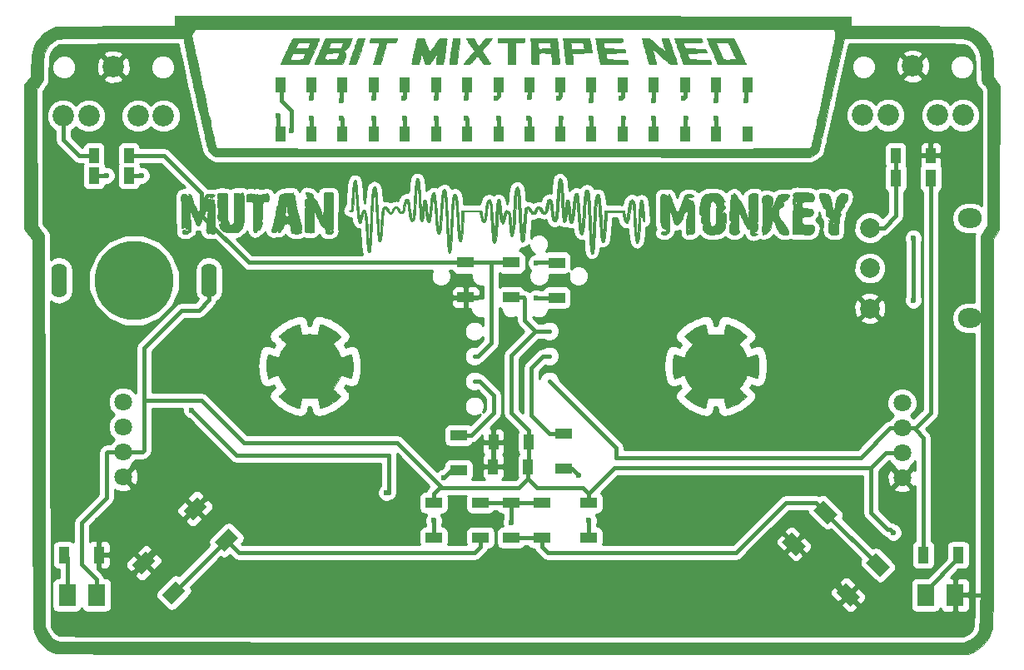
<source format=gbr>
G04 #@! TF.FileFunction,Copper,L1,Top,Signal*
%FSLAX46Y46*%
G04 Gerber Fmt 4.6, Leading zero omitted, Abs format (unit mm)*
G04 Created by KiCad (PCBNEW 4.0.7-e0-6372~58~ubuntu16.04.1) date Wed May  1 15:56:19 2019*
%MOMM*%
%LPD*%
G01*
G04 APERTURE LIST*
%ADD10C,0.100000*%
%ADD11C,0.010000*%
%ADD12C,2.000000*%
%ADD13O,2.400000X2.000000*%
%ADD14R,1.000000X1.600000*%
%ADD15R,1.800000X2.300000*%
%ADD16C,1.800000*%
%ADD17C,2.181860*%
%ADD18R,1.700000X1.100000*%
%ADD19R,1.100000X1.700000*%
%ADD20O,1.600000X3.500000*%
%ADD21C,8.000000*%
%ADD22C,0.600000*%
%ADD23C,0.400000*%
%ADD24C,0.254000*%
G04 APERTURE END LIST*
D10*
D11*
G36*
X150015875Y-67620285D02*
X184406417Y-67625583D01*
X184412099Y-68117708D01*
X184417780Y-68609833D01*
X184644932Y-68609722D01*
X184685461Y-68609797D01*
X184766511Y-68610039D01*
X184886270Y-68610439D01*
X185042928Y-68610990D01*
X185234672Y-68611687D01*
X185459691Y-68612521D01*
X185716172Y-68613486D01*
X186002305Y-68614574D01*
X186316277Y-68615779D01*
X186656278Y-68617094D01*
X187020494Y-68618511D01*
X187407116Y-68620025D01*
X187814330Y-68621626D01*
X188240325Y-68623310D01*
X188683290Y-68625068D01*
X189141413Y-68626893D01*
X189612883Y-68628780D01*
X190095887Y-68630719D01*
X190588613Y-68632706D01*
X190618468Y-68632826D01*
X196364852Y-68656042D01*
X196777968Y-68864618D01*
X196911469Y-68933202D01*
X197043069Y-69002942D01*
X197164130Y-69069102D01*
X197266014Y-69126948D01*
X197340087Y-69171746D01*
X197349834Y-69178081D01*
X197582785Y-69352009D01*
X197810475Y-69560031D01*
X198026383Y-69794155D01*
X198223990Y-70046392D01*
X198396777Y-70308748D01*
X198538223Y-70573234D01*
X198595780Y-70705333D01*
X198661376Y-70881745D01*
X198717530Y-71061595D01*
X198764813Y-71249328D01*
X198803794Y-71449385D01*
X198835042Y-71666209D01*
X198859126Y-71904243D01*
X198876616Y-72167930D01*
X198888081Y-72461711D01*
X198894090Y-72790030D01*
X198895355Y-73043189D01*
X198895710Y-73763917D01*
X199552404Y-74652917D01*
X199541315Y-75383167D01*
X199540260Y-75471216D01*
X199539143Y-75599436D01*
X199537973Y-75765663D01*
X199536757Y-75967732D01*
X199535503Y-76203482D01*
X199534219Y-76470749D01*
X199532913Y-76767369D01*
X199531593Y-77091179D01*
X199530267Y-77440016D01*
X199528943Y-77811716D01*
X199527630Y-78204116D01*
X199526334Y-78615054D01*
X199525064Y-79042364D01*
X199523828Y-79483885D01*
X199522634Y-79937453D01*
X199521490Y-80400905D01*
X199520403Y-80872077D01*
X199519463Y-81309833D01*
X199518411Y-81796395D01*
X199517272Y-82282662D01*
X199516057Y-82766107D01*
X199514774Y-83244206D01*
X199513433Y-83714433D01*
X199512043Y-84174264D01*
X199510613Y-84621173D01*
X199509152Y-85052634D01*
X199507669Y-85466123D01*
X199506175Y-85859114D01*
X199504677Y-86229082D01*
X199503185Y-86573502D01*
X199501709Y-86889849D01*
X199500258Y-87175597D01*
X199498840Y-87428221D01*
X199497466Y-87645195D01*
X199496144Y-87823996D01*
X199495321Y-87918144D01*
X199481940Y-89330039D01*
X199188470Y-89794710D01*
X198895000Y-90259380D01*
X198894624Y-104607065D01*
X198894530Y-105848730D01*
X198894314Y-107064031D01*
X198893977Y-108252478D01*
X198893521Y-109413578D01*
X198892946Y-110546840D01*
X198892255Y-111651772D01*
X198891448Y-112727884D01*
X198890527Y-113774683D01*
X198889492Y-114791678D01*
X198888346Y-115778378D01*
X198887089Y-116734290D01*
X198885722Y-117658924D01*
X198884248Y-118551787D01*
X198882666Y-119412389D01*
X198880979Y-120240238D01*
X198879187Y-121034842D01*
X198877293Y-121795710D01*
X198875296Y-122522350D01*
X198873199Y-123214270D01*
X198871003Y-123870980D01*
X198868708Y-124491988D01*
X198866317Y-125076801D01*
X198863830Y-125624929D01*
X198861249Y-126135881D01*
X198858574Y-126609163D01*
X198855808Y-127044286D01*
X198852951Y-127440757D01*
X198850005Y-127798086D01*
X198846971Y-128115779D01*
X198843850Y-128393347D01*
X198840643Y-128630297D01*
X198837352Y-128826137D01*
X198833978Y-128980377D01*
X198832293Y-129040667D01*
X198825841Y-129235387D01*
X198819364Y-129393776D01*
X198812398Y-129521834D01*
X198804480Y-129625561D01*
X198795145Y-129710956D01*
X198783930Y-129784020D01*
X198770370Y-129850753D01*
X198769266Y-129855583D01*
X198663446Y-130229248D01*
X198522862Y-130579755D01*
X198346019Y-130910123D01*
X198131422Y-131223374D01*
X198028498Y-131351968D01*
X197844221Y-131555148D01*
X197645067Y-131739769D01*
X197425003Y-131910287D01*
X197177996Y-132071156D01*
X196898011Y-132226829D01*
X196729366Y-132311082D01*
X196356185Y-132491269D01*
X155466884Y-132499744D01*
X154130417Y-132500011D01*
X152799220Y-132500257D01*
X151474042Y-132500482D01*
X150155634Y-132500686D01*
X148844747Y-132500870D01*
X147542130Y-132501033D01*
X146248535Y-132501176D01*
X144964711Y-132501298D01*
X143691409Y-132501401D01*
X142429380Y-132501484D01*
X141179374Y-132501547D01*
X139942141Y-132501591D01*
X138718431Y-132501615D01*
X137508996Y-132501620D01*
X136314585Y-132501607D01*
X135135949Y-132501574D01*
X133973839Y-132501522D01*
X132829004Y-132501452D01*
X131702195Y-132501364D01*
X130594163Y-132501257D01*
X129505658Y-132501133D01*
X128437430Y-132500990D01*
X127390230Y-132500830D01*
X126364809Y-132500652D01*
X125361915Y-132500456D01*
X124382301Y-132500243D01*
X123426716Y-132500014D01*
X122495911Y-132499767D01*
X121590637Y-132499503D01*
X120711642Y-132499223D01*
X119859679Y-132498926D01*
X119035497Y-132498613D01*
X118239848Y-132498283D01*
X117473480Y-132497938D01*
X116737145Y-132497576D01*
X116031593Y-132497199D01*
X115357575Y-132496807D01*
X114715840Y-132496399D01*
X114107140Y-132495976D01*
X113532225Y-132495537D01*
X112991844Y-132495084D01*
X112486750Y-132494616D01*
X112017691Y-132494134D01*
X111585418Y-132493637D01*
X111190682Y-132493125D01*
X110834234Y-132492600D01*
X110516823Y-132492060D01*
X110239200Y-132491507D01*
X110002115Y-132490940D01*
X109806319Y-132490360D01*
X109741000Y-132490128D01*
X109281395Y-132488333D01*
X108827534Y-132486413D01*
X108381664Y-132484382D01*
X107946032Y-132482256D01*
X107522884Y-132480050D01*
X107114468Y-132477780D01*
X106723030Y-132475461D01*
X106350819Y-132473109D01*
X106000080Y-132470738D01*
X105673061Y-132468364D01*
X105372008Y-132466003D01*
X105099170Y-132463670D01*
X104856792Y-132461379D01*
X104647121Y-132459147D01*
X104472406Y-132456989D01*
X104334892Y-132454919D01*
X104236826Y-132452955D01*
X104216500Y-132452418D01*
X103528584Y-132432800D01*
X103306334Y-132344465D01*
X102965701Y-132186934D01*
X102649786Y-131995643D01*
X102360149Y-131772272D01*
X102098351Y-131518501D01*
X101865954Y-131236010D01*
X101664520Y-130926478D01*
X101495609Y-130591585D01*
X101369858Y-130261241D01*
X101343223Y-130177094D01*
X101323167Y-130104976D01*
X101308280Y-130035584D01*
X101297152Y-129959613D01*
X101288375Y-129867759D01*
X101280539Y-129750718D01*
X101273658Y-129626241D01*
X101270151Y-129551190D01*
X101266767Y-129460571D01*
X101263507Y-129353703D01*
X101260367Y-129229902D01*
X101257346Y-129088487D01*
X101254441Y-128928774D01*
X101251651Y-128750082D01*
X101248974Y-128551726D01*
X101246408Y-128333025D01*
X101243951Y-128093296D01*
X101241601Y-127831856D01*
X101239357Y-127548023D01*
X101237215Y-127241114D01*
X101235175Y-126910447D01*
X101233235Y-126555338D01*
X101231392Y-126175105D01*
X101229645Y-125769066D01*
X101227991Y-125336538D01*
X101226429Y-124876838D01*
X101224957Y-124389284D01*
X101223573Y-123873192D01*
X101222275Y-123327881D01*
X101221061Y-122752668D01*
X101219930Y-122146869D01*
X101218878Y-121509804D01*
X101217905Y-120840787D01*
X101217009Y-120139139D01*
X101216186Y-119404174D01*
X101215437Y-118635212D01*
X101214758Y-117831568D01*
X101214148Y-116992562D01*
X101213605Y-116117509D01*
X101213126Y-115205728D01*
X101212711Y-114256535D01*
X101212357Y-113269249D01*
X101212062Y-112243185D01*
X101211824Y-111177663D01*
X101211642Y-110071999D01*
X101211513Y-108925510D01*
X101211435Y-107737515D01*
X101211425Y-107482328D01*
X101210834Y-90358406D01*
X100364736Y-89236750D01*
X100364719Y-75055083D01*
X101608262Y-75055083D01*
X101621174Y-76769583D01*
X101622753Y-76992981D01*
X101624423Y-77254727D01*
X101626164Y-77550837D01*
X101627959Y-77877324D01*
X101629789Y-78230205D01*
X101631636Y-78605493D01*
X101633482Y-78999205D01*
X101635309Y-79407354D01*
X101637097Y-79825957D01*
X101638830Y-80251027D01*
X101640489Y-80678581D01*
X101642054Y-81104632D01*
X101643509Y-81525196D01*
X101644763Y-81913083D01*
X101646103Y-82326806D01*
X101647575Y-82751003D01*
X101649161Y-83181578D01*
X101650841Y-83614437D01*
X101652598Y-84045487D01*
X101654412Y-84470631D01*
X101656265Y-84885777D01*
X101658138Y-85286830D01*
X101660012Y-85669694D01*
X101661870Y-86030277D01*
X101663692Y-86364483D01*
X101665460Y-86668219D01*
X101667154Y-86937388D01*
X101668597Y-87146102D01*
X101681753Y-88950121D01*
X101939138Y-89283935D01*
X102025362Y-89395900D01*
X102109323Y-89505174D01*
X102185079Y-89604005D01*
X102246687Y-89684640D01*
X102287440Y-89738313D01*
X102378357Y-89858877D01*
X102417415Y-109806745D01*
X102456473Y-129754614D01*
X102587690Y-130016765D01*
X102685149Y-130204445D01*
X102774610Y-130360302D01*
X102861568Y-130492636D01*
X102951520Y-130609750D01*
X103049963Y-130719943D01*
X103060599Y-130731018D01*
X103253343Y-130910019D01*
X103450539Y-131051359D01*
X103614904Y-131140048D01*
X103684582Y-131170554D01*
X103747727Y-131191688D01*
X103816710Y-131206062D01*
X103903898Y-131216290D01*
X104014816Y-131224545D01*
X104056064Y-131227038D01*
X104102261Y-131229469D01*
X104153957Y-131231840D01*
X104211697Y-131234150D01*
X104276031Y-131236402D01*
X104347507Y-131238596D01*
X104426672Y-131240733D01*
X104514075Y-131242814D01*
X104610263Y-131244841D01*
X104715785Y-131246813D01*
X104831188Y-131248733D01*
X104957021Y-131250601D01*
X105093832Y-131252418D01*
X105242167Y-131254185D01*
X105402577Y-131255903D01*
X105575608Y-131257574D01*
X105761809Y-131259198D01*
X105961727Y-131260775D01*
X106175911Y-131262309D01*
X106404908Y-131263798D01*
X106649267Y-131265244D01*
X106909536Y-131266649D01*
X107186262Y-131268012D01*
X107479994Y-131269336D01*
X107791280Y-131270621D01*
X108120667Y-131271869D01*
X108468704Y-131273079D01*
X108835938Y-131274254D01*
X109222918Y-131275394D01*
X109630192Y-131276500D01*
X110058307Y-131277573D01*
X110507812Y-131278614D01*
X110979255Y-131279625D01*
X111473183Y-131280605D01*
X111990145Y-131281557D01*
X112530689Y-131282481D01*
X113095363Y-131283379D01*
X113684714Y-131284250D01*
X114299291Y-131285097D01*
X114939641Y-131285920D01*
X115606314Y-131286720D01*
X116299856Y-131287498D01*
X117020815Y-131288255D01*
X117769741Y-131288993D01*
X118547180Y-131289712D01*
X119353681Y-131290413D01*
X120189792Y-131291097D01*
X121056061Y-131291765D01*
X121953035Y-131292419D01*
X122881263Y-131293059D01*
X123841293Y-131293685D01*
X124833672Y-131294301D01*
X125858950Y-131294905D01*
X126917673Y-131295500D01*
X128010390Y-131296085D01*
X129137649Y-131296663D01*
X130299998Y-131297235D01*
X131497984Y-131297800D01*
X132732157Y-131298361D01*
X134003063Y-131298917D01*
X135311251Y-131299471D01*
X136657269Y-131300024D01*
X138041664Y-131300575D01*
X139464986Y-131301127D01*
X140927781Y-131301679D01*
X142430599Y-131302234D01*
X143973986Y-131302793D01*
X145558491Y-131303355D01*
X147184662Y-131303923D01*
X147544667Y-131304047D01*
X148852912Y-131304501D01*
X150155761Y-131304956D01*
X151452449Y-131305412D01*
X152742213Y-131305868D01*
X154024289Y-131306325D01*
X155297914Y-131306782D01*
X156562323Y-131307239D01*
X157816753Y-131307696D01*
X159060441Y-131308151D01*
X160292621Y-131308606D01*
X161512532Y-131309059D01*
X162719408Y-131309510D01*
X163912486Y-131309959D01*
X165091003Y-131310406D01*
X166254195Y-131310850D01*
X167401297Y-131311291D01*
X168531546Y-131311729D01*
X169644179Y-131312163D01*
X170738432Y-131312593D01*
X171813540Y-131313018D01*
X172868741Y-131313439D01*
X173903270Y-131313855D01*
X174916363Y-131314266D01*
X175907257Y-131314671D01*
X176875189Y-131315071D01*
X177819394Y-131315464D01*
X178739108Y-131315851D01*
X179633569Y-131316231D01*
X180502011Y-131316603D01*
X181343672Y-131316969D01*
X182157788Y-131317326D01*
X182943594Y-131317676D01*
X183700327Y-131318017D01*
X184427224Y-131318349D01*
X185123521Y-131318672D01*
X185788453Y-131318986D01*
X186421257Y-131319290D01*
X187021170Y-131319584D01*
X187587427Y-131319868D01*
X188119266Y-131320142D01*
X188615921Y-131320404D01*
X189076630Y-131320655D01*
X189500628Y-131320895D01*
X189887152Y-131321122D01*
X190235438Y-131321338D01*
X190544723Y-131321541D01*
X190814242Y-131321731D01*
X191043232Y-131321908D01*
X191230929Y-131322072D01*
X191288587Y-131322128D01*
X195821257Y-131326667D01*
X196094748Y-131223199D01*
X196252850Y-131161902D01*
X196378662Y-131109241D01*
X196480298Y-131061218D01*
X196565874Y-131013839D01*
X196643503Y-130963109D01*
X196686187Y-130932004D01*
X196751497Y-130879123D01*
X196832849Y-130807578D01*
X196924162Y-130723349D01*
X197019352Y-130632416D01*
X197112337Y-130540759D01*
X197197032Y-130454359D01*
X197267356Y-130379196D01*
X197317226Y-130321251D01*
X197338750Y-130290467D01*
X197375495Y-130201845D01*
X197408464Y-130084421D01*
X197437897Y-129936257D01*
X197464038Y-129755416D01*
X197487128Y-129539963D01*
X197507409Y-129287959D01*
X197525123Y-128997468D01*
X197539929Y-128680833D01*
X197543535Y-128588466D01*
X197547006Y-128489569D01*
X197550344Y-128383308D01*
X197553551Y-128268848D01*
X197556631Y-128145356D01*
X197559584Y-128011996D01*
X197562415Y-127867935D01*
X197565125Y-127712337D01*
X197567716Y-127544369D01*
X197570193Y-127363196D01*
X197572556Y-127167984D01*
X197574809Y-126957898D01*
X197576953Y-126732104D01*
X197578992Y-126489767D01*
X197580929Y-126230053D01*
X197582764Y-125952128D01*
X197584502Y-125655157D01*
X197586143Y-125338306D01*
X197587692Y-125000740D01*
X197589151Y-124641625D01*
X197590521Y-124260127D01*
X197591806Y-123855411D01*
X197593008Y-123426643D01*
X197594129Y-122972988D01*
X197595173Y-122493612D01*
X197596140Y-121987680D01*
X197597035Y-121454359D01*
X197597860Y-120892813D01*
X197598616Y-120302208D01*
X197599307Y-119681711D01*
X197599935Y-119030486D01*
X197600502Y-118347698D01*
X197601011Y-117632515D01*
X197601465Y-116884101D01*
X197601866Y-116101621D01*
X197602217Y-115284242D01*
X197602519Y-114431129D01*
X197602776Y-113541448D01*
X197602990Y-112614363D01*
X197603164Y-111649042D01*
X197603300Y-110644649D01*
X197603400Y-109600349D01*
X197603467Y-108515310D01*
X197603502Y-107493000D01*
X197603885Y-89977583D01*
X197953109Y-89432572D01*
X198302334Y-88887562D01*
X198302334Y-75025475D01*
X198006261Y-74629099D01*
X197899584Y-74483874D01*
X197814153Y-74362448D01*
X197751481Y-74267109D01*
X197713083Y-74200142D01*
X197700718Y-74167653D01*
X197698098Y-74132755D01*
X197694589Y-74060414D01*
X197690364Y-73955506D01*
X197685595Y-73822907D01*
X197680454Y-73667496D01*
X197675114Y-73494147D01*
X197669747Y-73307738D01*
X197667743Y-73234750D01*
X197658461Y-72916522D01*
X197648738Y-72636979D01*
X197638239Y-72392473D01*
X197626623Y-72179355D01*
X197613552Y-71993977D01*
X197598689Y-71832692D01*
X197581695Y-71691850D01*
X197562232Y-71567804D01*
X197539961Y-71456905D01*
X197514544Y-71355505D01*
X197485643Y-71259957D01*
X197484232Y-71255667D01*
X197434849Y-71122506D01*
X197376126Y-70998767D01*
X197303714Y-70878349D01*
X197213263Y-70755155D01*
X197100425Y-70623084D01*
X196960852Y-70476039D01*
X196849272Y-70365184D01*
X196725869Y-70248385D01*
X196620649Y-70159027D01*
X196524755Y-70091978D01*
X196429332Y-70042106D01*
X196325521Y-70004277D01*
X196204468Y-69973361D01*
X196155230Y-69962990D01*
X196091583Y-69950580D01*
X196026349Y-69938992D01*
X195958001Y-69928201D01*
X195885013Y-69918180D01*
X195805860Y-69908905D01*
X195719017Y-69900349D01*
X195622956Y-69892486D01*
X195516154Y-69885291D01*
X195397083Y-69878738D01*
X195264219Y-69872802D01*
X195116035Y-69867456D01*
X194951006Y-69862674D01*
X194767606Y-69858432D01*
X194564309Y-69854704D01*
X194339590Y-69851463D01*
X194091923Y-69848684D01*
X193819782Y-69846341D01*
X193521642Y-69844408D01*
X193195976Y-69842860D01*
X192841260Y-69841671D01*
X192455966Y-69840816D01*
X192038570Y-69840268D01*
X191587546Y-69840001D01*
X191101368Y-69839991D01*
X190578511Y-69840211D01*
X190017448Y-69840635D01*
X189416655Y-69841238D01*
X188968081Y-69841758D01*
X183729579Y-69848083D01*
X182456386Y-75457250D01*
X182347342Y-75937638D01*
X182240517Y-76408211D01*
X182136308Y-76867231D01*
X182035108Y-77312957D01*
X181937314Y-77743652D01*
X181843321Y-78157575D01*
X181753523Y-78552988D01*
X181668315Y-78928151D01*
X181588094Y-79281325D01*
X181513253Y-79610771D01*
X181444187Y-79914749D01*
X181381293Y-80191521D01*
X181324965Y-80439347D01*
X181275599Y-80656488D01*
X181233588Y-80841205D01*
X181199329Y-80991759D01*
X181173216Y-81106410D01*
X181155646Y-81183419D01*
X181147011Y-81221047D01*
X181146674Y-81222496D01*
X181118049Y-81323516D01*
X181083131Y-81398158D01*
X181034459Y-81462360D01*
X181034281Y-81462558D01*
X180928704Y-81561207D01*
X180784358Y-81667051D01*
X180603837Y-81778280D01*
X180497726Y-81837007D01*
X180293202Y-81946491D01*
X150018466Y-81924219D01*
X119743729Y-81901948D01*
X119660774Y-81844460D01*
X119581400Y-81785789D01*
X119489186Y-81711892D01*
X119392037Y-81629750D01*
X119297858Y-81546342D01*
X119214554Y-81468649D01*
X119150030Y-81403650D01*
X119115243Y-81362750D01*
X119099176Y-81335817D01*
X119081281Y-81296299D01*
X119060992Y-81241991D01*
X119037743Y-81170688D01*
X119010969Y-81080185D01*
X118980102Y-80968277D01*
X118944576Y-80832759D01*
X118903826Y-80671426D01*
X118857284Y-80482073D01*
X118804386Y-80262496D01*
X118744564Y-80010488D01*
X118677252Y-79723846D01*
X118601884Y-79400363D01*
X118517894Y-79037836D01*
X118515072Y-79025628D01*
X118379232Y-78436205D01*
X118245495Y-77852473D01*
X118114241Y-77276198D01*
X117985851Y-76709144D01*
X117860705Y-76153076D01*
X117739183Y-75609758D01*
X117621665Y-75080956D01*
X117508533Y-74568433D01*
X117400165Y-74073955D01*
X117296943Y-73599287D01*
X117199246Y-73146192D01*
X117107455Y-72716437D01*
X117021951Y-72311784D01*
X116943113Y-71934000D01*
X116871322Y-71584849D01*
X116806959Y-71266096D01*
X116750403Y-70979505D01*
X116702035Y-70726841D01*
X116662235Y-70509869D01*
X116631383Y-70330354D01*
X116609861Y-70190059D01*
X116607953Y-70176167D01*
X116593171Y-70071842D01*
X116578964Y-69980398D01*
X116566895Y-69911356D01*
X116558529Y-69874236D01*
X116558193Y-69873269D01*
X116554809Y-69867639D01*
X116547529Y-69862592D01*
X116534165Y-69858098D01*
X116512529Y-69854128D01*
X116480433Y-69850653D01*
X116435691Y-69847641D01*
X116376113Y-69845065D01*
X116299513Y-69842894D01*
X116203702Y-69841098D01*
X116086493Y-69839649D01*
X115945698Y-69838516D01*
X115779130Y-69837670D01*
X115584600Y-69837081D01*
X115359921Y-69836720D01*
X115102905Y-69836556D01*
X114811364Y-69836562D01*
X114483112Y-69836706D01*
X114115959Y-69836959D01*
X113888729Y-69837140D01*
X113451140Y-69837630D01*
X113002242Y-69838380D01*
X112544127Y-69839377D01*
X112078888Y-69840607D01*
X111608616Y-69842056D01*
X111135403Y-69843711D01*
X110661342Y-69845557D01*
X110188525Y-69847581D01*
X109719043Y-69849770D01*
X109254990Y-69852109D01*
X108798458Y-69854584D01*
X108351537Y-69857183D01*
X107916322Y-69859890D01*
X107494903Y-69862694D01*
X107089373Y-69865578D01*
X106701825Y-69868531D01*
X106334349Y-69871538D01*
X105989039Y-69874586D01*
X105667987Y-69877660D01*
X105373285Y-69880747D01*
X105107024Y-69883833D01*
X104871298Y-69886905D01*
X104668198Y-69889949D01*
X104499816Y-69892950D01*
X104368245Y-69895896D01*
X104275577Y-69898772D01*
X104237667Y-69900569D01*
X104065059Y-69912222D01*
X103927151Y-69924841D01*
X103816309Y-69939924D01*
X103724904Y-69958971D01*
X103645303Y-69983479D01*
X103569875Y-70014948D01*
X103513996Y-70042690D01*
X103415493Y-70102078D01*
X103299386Y-70184582D01*
X103176148Y-70281639D01*
X103056255Y-70384686D01*
X102950184Y-70485162D01*
X102879174Y-70561608D01*
X102705317Y-70787061D01*
X102560972Y-71018940D01*
X102449756Y-71250703D01*
X102376639Y-71470443D01*
X102360702Y-71543621D01*
X102346366Y-71632894D01*
X102333454Y-71741202D01*
X102321786Y-71871483D01*
X102311184Y-72026677D01*
X102301472Y-72209725D01*
X102292469Y-72423564D01*
X102283999Y-72671136D01*
X102275882Y-72955380D01*
X102268526Y-73253857D01*
X102263688Y-73450789D01*
X102258636Y-73634869D01*
X102253527Y-73801742D01*
X102248521Y-73947053D01*
X102243773Y-74066446D01*
X102239444Y-74155566D01*
X102235689Y-74210057D01*
X102233297Y-74225665D01*
X102217267Y-74247939D01*
X102179353Y-74298993D01*
X102123266Y-74373886D01*
X102052711Y-74467675D01*
X101971398Y-74575416D01*
X101914177Y-74651058D01*
X101608262Y-75055083D01*
X100364719Y-75055083D01*
X100364718Y-74631750D01*
X101034778Y-73782458D01*
X101047803Y-72937104D01*
X101053077Y-72635702D01*
X101059261Y-72372410D01*
X101066780Y-72143005D01*
X101076057Y-71943266D01*
X101087515Y-71768973D01*
X101101578Y-71615902D01*
X101118670Y-71479834D01*
X101139214Y-71356546D01*
X101163634Y-71241817D01*
X101192353Y-71131425D01*
X101225795Y-71021150D01*
X101246248Y-70959333D01*
X101383571Y-70617724D01*
X101558192Y-70289115D01*
X101766067Y-69979773D01*
X102003151Y-69695967D01*
X102148456Y-69550516D01*
X117375193Y-69550516D01*
X117375959Y-69571153D01*
X117378599Y-69599101D01*
X117383419Y-69635810D01*
X117390724Y-69682734D01*
X117400821Y-69741323D01*
X117414016Y-69813032D01*
X117430614Y-69899310D01*
X117450921Y-70001612D01*
X117475244Y-70121388D01*
X117503888Y-70260092D01*
X117537159Y-70419174D01*
X117575363Y-70600088D01*
X117618806Y-70804286D01*
X117667794Y-71033219D01*
X117722633Y-71288340D01*
X117783628Y-71571101D01*
X117851086Y-71882954D01*
X117925313Y-72225351D01*
X118006614Y-72599744D01*
X118095295Y-73007587D01*
X118191663Y-73450330D01*
X118296022Y-73929425D01*
X118408680Y-74446326D01*
X118529942Y-75002484D01*
X118586749Y-75262973D01*
X118691731Y-75744336D01*
X118794412Y-76215130D01*
X118894422Y-76673661D01*
X118991392Y-77118239D01*
X119084953Y-77547171D01*
X119174736Y-77958764D01*
X119260372Y-78351327D01*
X119341491Y-78723168D01*
X119417724Y-79072593D01*
X119488702Y-79397912D01*
X119554055Y-79697432D01*
X119613416Y-79969461D01*
X119666413Y-80212306D01*
X119712679Y-80424276D01*
X119751844Y-80603679D01*
X119783539Y-80748821D01*
X119807394Y-80858012D01*
X119823041Y-80929558D01*
X119830110Y-80961768D01*
X119830459Y-80963328D01*
X119835477Y-80977303D01*
X119845733Y-80989351D01*
X119864373Y-80999703D01*
X119894544Y-81008587D01*
X119939391Y-81016234D01*
X120002061Y-81022872D01*
X120085700Y-81028733D01*
X120193454Y-81034045D01*
X120328469Y-81039038D01*
X120493892Y-81043942D01*
X120692869Y-81048987D01*
X120928546Y-81054401D01*
X121142222Y-81059080D01*
X121247164Y-81060880D01*
X121393424Y-81062648D01*
X121579988Y-81064384D01*
X121805840Y-81066086D01*
X122069967Y-81067755D01*
X122371353Y-81069391D01*
X122708983Y-81070993D01*
X123081843Y-81072561D01*
X123488918Y-81074095D01*
X123929193Y-81075594D01*
X124401653Y-81077057D01*
X124905284Y-81078486D01*
X125439070Y-81079879D01*
X126001997Y-81081236D01*
X126593050Y-81082556D01*
X127211214Y-81083841D01*
X127855474Y-81085088D01*
X128524816Y-81086298D01*
X129218225Y-81087471D01*
X129934685Y-81088606D01*
X130673183Y-81089703D01*
X131432703Y-81090762D01*
X132212230Y-81091782D01*
X133010750Y-81092763D01*
X133827248Y-81093705D01*
X134660709Y-81094607D01*
X135510118Y-81095470D01*
X136374461Y-81096292D01*
X137252722Y-81097074D01*
X138143887Y-81097815D01*
X139046941Y-81098515D01*
X139960869Y-81099173D01*
X140884656Y-81099790D01*
X141817288Y-81100365D01*
X142757750Y-81100898D01*
X143705027Y-81101388D01*
X144658104Y-81101836D01*
X145615966Y-81102240D01*
X146577599Y-81102600D01*
X147541987Y-81102917D01*
X148508116Y-81103190D01*
X149474971Y-81103418D01*
X150441538Y-81103602D01*
X151406801Y-81103741D01*
X152369745Y-81103834D01*
X153329357Y-81103882D01*
X154284620Y-81103884D01*
X155234521Y-81103839D01*
X156178044Y-81103749D01*
X157114174Y-81103611D01*
X158041898Y-81103426D01*
X158960199Y-81103194D01*
X159868063Y-81102914D01*
X160764476Y-81102586D01*
X161648423Y-81102210D01*
X162518887Y-81101785D01*
X163374856Y-81101312D01*
X164215314Y-81100789D01*
X165039247Y-81100216D01*
X165845638Y-81099594D01*
X166633475Y-81098921D01*
X167401741Y-81098199D01*
X168149422Y-81097425D01*
X168875503Y-81096600D01*
X169578970Y-81095724D01*
X170258808Y-81094797D01*
X170914001Y-81093817D01*
X171543535Y-81092785D01*
X172146395Y-81091701D01*
X172721567Y-81090563D01*
X173268035Y-81089373D01*
X173784785Y-81088129D01*
X174270802Y-81086831D01*
X174725071Y-81085480D01*
X175146577Y-81084074D01*
X175534306Y-81082613D01*
X175887242Y-81081097D01*
X176204372Y-81079526D01*
X176484679Y-81077900D01*
X176727150Y-81076217D01*
X176797000Y-81075663D01*
X177259480Y-81071704D01*
X177681356Y-81067735D01*
X178064361Y-81063719D01*
X178410225Y-81059618D01*
X178720678Y-81055396D01*
X178997451Y-81051014D01*
X179242275Y-81046436D01*
X179456881Y-81041624D01*
X179642998Y-81036541D01*
X179802359Y-81031149D01*
X179936693Y-81025413D01*
X180047731Y-81019293D01*
X180137204Y-81012753D01*
X180206843Y-81005756D01*
X180238501Y-81001523D01*
X180289282Y-80992332D01*
X180320553Y-80977041D01*
X180341781Y-80945416D01*
X180362435Y-80887223D01*
X180371596Y-80857655D01*
X180393483Y-80780269D01*
X180423469Y-80664434D01*
X180461068Y-80512375D01*
X180505797Y-80326317D01*
X180557170Y-80108483D01*
X180614703Y-79861097D01*
X180677910Y-79586384D01*
X180746308Y-79286569D01*
X180819412Y-78963875D01*
X180896736Y-78620527D01*
X180977797Y-78258749D01*
X181062109Y-77880765D01*
X181149187Y-77488799D01*
X181238548Y-77085077D01*
X181329706Y-76671821D01*
X181422176Y-76251256D01*
X181515474Y-75825607D01*
X181609116Y-75397098D01*
X181702615Y-74967953D01*
X181795489Y-74540396D01*
X181887251Y-74116652D01*
X181977418Y-73698944D01*
X182065504Y-73289498D01*
X182151026Y-72890537D01*
X182233497Y-72504285D01*
X182312434Y-72132967D01*
X182387351Y-71778808D01*
X182457764Y-71444031D01*
X182523189Y-71130860D01*
X182583140Y-70841520D01*
X182637133Y-70578235D01*
X182684684Y-70343230D01*
X182725306Y-70138728D01*
X182758517Y-69966955D01*
X182783830Y-69830133D01*
X182800762Y-69730488D01*
X182808228Y-69676430D01*
X182816426Y-69496532D01*
X182803428Y-69328490D01*
X182770758Y-69179131D01*
X182719947Y-69055280D01*
X182652519Y-68963763D01*
X182647752Y-68959240D01*
X182590485Y-68906167D01*
X117678500Y-68906167D01*
X117678500Y-68970346D01*
X117668500Y-69046155D01*
X117635974Y-69127298D01*
X117577132Y-69221439D01*
X117512085Y-69306887D01*
X117456509Y-69382460D01*
X117409709Y-69457602D01*
X117380561Y-69517845D01*
X117378060Y-69525361D01*
X117375996Y-69535736D01*
X117375193Y-69550516D01*
X102148456Y-69550516D01*
X102168049Y-69530904D01*
X102316200Y-69399369D01*
X102466726Y-69279876D01*
X102626708Y-69167882D01*
X102803230Y-69058840D01*
X103003374Y-68948209D01*
X103234223Y-68831443D01*
X103331324Y-68784588D01*
X103599732Y-68656476D01*
X107173074Y-68643529D01*
X107607821Y-68641925D01*
X108060848Y-68640201D01*
X108527461Y-68638377D01*
X109002960Y-68636472D01*
X109482649Y-68634508D01*
X109961831Y-68632504D01*
X110435808Y-68630480D01*
X110899884Y-68628457D01*
X111349360Y-68626456D01*
X111779541Y-68624495D01*
X112185728Y-68622597D01*
X112563225Y-68620780D01*
X112907334Y-68619065D01*
X113185875Y-68617619D01*
X115625334Y-68604656D01*
X115625334Y-67614987D01*
X150015875Y-67620285D01*
X150015875Y-67620285D01*
G37*
X150015875Y-67620285D02*
X184406417Y-67625583D01*
X184412099Y-68117708D01*
X184417780Y-68609833D01*
X184644932Y-68609722D01*
X184685461Y-68609797D01*
X184766511Y-68610039D01*
X184886270Y-68610439D01*
X185042928Y-68610990D01*
X185234672Y-68611687D01*
X185459691Y-68612521D01*
X185716172Y-68613486D01*
X186002305Y-68614574D01*
X186316277Y-68615779D01*
X186656278Y-68617094D01*
X187020494Y-68618511D01*
X187407116Y-68620025D01*
X187814330Y-68621626D01*
X188240325Y-68623310D01*
X188683290Y-68625068D01*
X189141413Y-68626893D01*
X189612883Y-68628780D01*
X190095887Y-68630719D01*
X190588613Y-68632706D01*
X190618468Y-68632826D01*
X196364852Y-68656042D01*
X196777968Y-68864618D01*
X196911469Y-68933202D01*
X197043069Y-69002942D01*
X197164130Y-69069102D01*
X197266014Y-69126948D01*
X197340087Y-69171746D01*
X197349834Y-69178081D01*
X197582785Y-69352009D01*
X197810475Y-69560031D01*
X198026383Y-69794155D01*
X198223990Y-70046392D01*
X198396777Y-70308748D01*
X198538223Y-70573234D01*
X198595780Y-70705333D01*
X198661376Y-70881745D01*
X198717530Y-71061595D01*
X198764813Y-71249328D01*
X198803794Y-71449385D01*
X198835042Y-71666209D01*
X198859126Y-71904243D01*
X198876616Y-72167930D01*
X198888081Y-72461711D01*
X198894090Y-72790030D01*
X198895355Y-73043189D01*
X198895710Y-73763917D01*
X199552404Y-74652917D01*
X199541315Y-75383167D01*
X199540260Y-75471216D01*
X199539143Y-75599436D01*
X199537973Y-75765663D01*
X199536757Y-75967732D01*
X199535503Y-76203482D01*
X199534219Y-76470749D01*
X199532913Y-76767369D01*
X199531593Y-77091179D01*
X199530267Y-77440016D01*
X199528943Y-77811716D01*
X199527630Y-78204116D01*
X199526334Y-78615054D01*
X199525064Y-79042364D01*
X199523828Y-79483885D01*
X199522634Y-79937453D01*
X199521490Y-80400905D01*
X199520403Y-80872077D01*
X199519463Y-81309833D01*
X199518411Y-81796395D01*
X199517272Y-82282662D01*
X199516057Y-82766107D01*
X199514774Y-83244206D01*
X199513433Y-83714433D01*
X199512043Y-84174264D01*
X199510613Y-84621173D01*
X199509152Y-85052634D01*
X199507669Y-85466123D01*
X199506175Y-85859114D01*
X199504677Y-86229082D01*
X199503185Y-86573502D01*
X199501709Y-86889849D01*
X199500258Y-87175597D01*
X199498840Y-87428221D01*
X199497466Y-87645195D01*
X199496144Y-87823996D01*
X199495321Y-87918144D01*
X199481940Y-89330039D01*
X199188470Y-89794710D01*
X198895000Y-90259380D01*
X198894624Y-104607065D01*
X198894530Y-105848730D01*
X198894314Y-107064031D01*
X198893977Y-108252478D01*
X198893521Y-109413578D01*
X198892946Y-110546840D01*
X198892255Y-111651772D01*
X198891448Y-112727884D01*
X198890527Y-113774683D01*
X198889492Y-114791678D01*
X198888346Y-115778378D01*
X198887089Y-116734290D01*
X198885722Y-117658924D01*
X198884248Y-118551787D01*
X198882666Y-119412389D01*
X198880979Y-120240238D01*
X198879187Y-121034842D01*
X198877293Y-121795710D01*
X198875296Y-122522350D01*
X198873199Y-123214270D01*
X198871003Y-123870980D01*
X198868708Y-124491988D01*
X198866317Y-125076801D01*
X198863830Y-125624929D01*
X198861249Y-126135881D01*
X198858574Y-126609163D01*
X198855808Y-127044286D01*
X198852951Y-127440757D01*
X198850005Y-127798086D01*
X198846971Y-128115779D01*
X198843850Y-128393347D01*
X198840643Y-128630297D01*
X198837352Y-128826137D01*
X198833978Y-128980377D01*
X198832293Y-129040667D01*
X198825841Y-129235387D01*
X198819364Y-129393776D01*
X198812398Y-129521834D01*
X198804480Y-129625561D01*
X198795145Y-129710956D01*
X198783930Y-129784020D01*
X198770370Y-129850753D01*
X198769266Y-129855583D01*
X198663446Y-130229248D01*
X198522862Y-130579755D01*
X198346019Y-130910123D01*
X198131422Y-131223374D01*
X198028498Y-131351968D01*
X197844221Y-131555148D01*
X197645067Y-131739769D01*
X197425003Y-131910287D01*
X197177996Y-132071156D01*
X196898011Y-132226829D01*
X196729366Y-132311082D01*
X196356185Y-132491269D01*
X155466884Y-132499744D01*
X154130417Y-132500011D01*
X152799220Y-132500257D01*
X151474042Y-132500482D01*
X150155634Y-132500686D01*
X148844747Y-132500870D01*
X147542130Y-132501033D01*
X146248535Y-132501176D01*
X144964711Y-132501298D01*
X143691409Y-132501401D01*
X142429380Y-132501484D01*
X141179374Y-132501547D01*
X139942141Y-132501591D01*
X138718431Y-132501615D01*
X137508996Y-132501620D01*
X136314585Y-132501607D01*
X135135949Y-132501574D01*
X133973839Y-132501522D01*
X132829004Y-132501452D01*
X131702195Y-132501364D01*
X130594163Y-132501257D01*
X129505658Y-132501133D01*
X128437430Y-132500990D01*
X127390230Y-132500830D01*
X126364809Y-132500652D01*
X125361915Y-132500456D01*
X124382301Y-132500243D01*
X123426716Y-132500014D01*
X122495911Y-132499767D01*
X121590637Y-132499503D01*
X120711642Y-132499223D01*
X119859679Y-132498926D01*
X119035497Y-132498613D01*
X118239848Y-132498283D01*
X117473480Y-132497938D01*
X116737145Y-132497576D01*
X116031593Y-132497199D01*
X115357575Y-132496807D01*
X114715840Y-132496399D01*
X114107140Y-132495976D01*
X113532225Y-132495537D01*
X112991844Y-132495084D01*
X112486750Y-132494616D01*
X112017691Y-132494134D01*
X111585418Y-132493637D01*
X111190682Y-132493125D01*
X110834234Y-132492600D01*
X110516823Y-132492060D01*
X110239200Y-132491507D01*
X110002115Y-132490940D01*
X109806319Y-132490360D01*
X109741000Y-132490128D01*
X109281395Y-132488333D01*
X108827534Y-132486413D01*
X108381664Y-132484382D01*
X107946032Y-132482256D01*
X107522884Y-132480050D01*
X107114468Y-132477780D01*
X106723030Y-132475461D01*
X106350819Y-132473109D01*
X106000080Y-132470738D01*
X105673061Y-132468364D01*
X105372008Y-132466003D01*
X105099170Y-132463670D01*
X104856792Y-132461379D01*
X104647121Y-132459147D01*
X104472406Y-132456989D01*
X104334892Y-132454919D01*
X104236826Y-132452955D01*
X104216500Y-132452418D01*
X103528584Y-132432800D01*
X103306334Y-132344465D01*
X102965701Y-132186934D01*
X102649786Y-131995643D01*
X102360149Y-131772272D01*
X102098351Y-131518501D01*
X101865954Y-131236010D01*
X101664520Y-130926478D01*
X101495609Y-130591585D01*
X101369858Y-130261241D01*
X101343223Y-130177094D01*
X101323167Y-130104976D01*
X101308280Y-130035584D01*
X101297152Y-129959613D01*
X101288375Y-129867759D01*
X101280539Y-129750718D01*
X101273658Y-129626241D01*
X101270151Y-129551190D01*
X101266767Y-129460571D01*
X101263507Y-129353703D01*
X101260367Y-129229902D01*
X101257346Y-129088487D01*
X101254441Y-128928774D01*
X101251651Y-128750082D01*
X101248974Y-128551726D01*
X101246408Y-128333025D01*
X101243951Y-128093296D01*
X101241601Y-127831856D01*
X101239357Y-127548023D01*
X101237215Y-127241114D01*
X101235175Y-126910447D01*
X101233235Y-126555338D01*
X101231392Y-126175105D01*
X101229645Y-125769066D01*
X101227991Y-125336538D01*
X101226429Y-124876838D01*
X101224957Y-124389284D01*
X101223573Y-123873192D01*
X101222275Y-123327881D01*
X101221061Y-122752668D01*
X101219930Y-122146869D01*
X101218878Y-121509804D01*
X101217905Y-120840787D01*
X101217009Y-120139139D01*
X101216186Y-119404174D01*
X101215437Y-118635212D01*
X101214758Y-117831568D01*
X101214148Y-116992562D01*
X101213605Y-116117509D01*
X101213126Y-115205728D01*
X101212711Y-114256535D01*
X101212357Y-113269249D01*
X101212062Y-112243185D01*
X101211824Y-111177663D01*
X101211642Y-110071999D01*
X101211513Y-108925510D01*
X101211435Y-107737515D01*
X101211425Y-107482328D01*
X101210834Y-90358406D01*
X100364736Y-89236750D01*
X100364719Y-75055083D01*
X101608262Y-75055083D01*
X101621174Y-76769583D01*
X101622753Y-76992981D01*
X101624423Y-77254727D01*
X101626164Y-77550837D01*
X101627959Y-77877324D01*
X101629789Y-78230205D01*
X101631636Y-78605493D01*
X101633482Y-78999205D01*
X101635309Y-79407354D01*
X101637097Y-79825957D01*
X101638830Y-80251027D01*
X101640489Y-80678581D01*
X101642054Y-81104632D01*
X101643509Y-81525196D01*
X101644763Y-81913083D01*
X101646103Y-82326806D01*
X101647575Y-82751003D01*
X101649161Y-83181578D01*
X101650841Y-83614437D01*
X101652598Y-84045487D01*
X101654412Y-84470631D01*
X101656265Y-84885777D01*
X101658138Y-85286830D01*
X101660012Y-85669694D01*
X101661870Y-86030277D01*
X101663692Y-86364483D01*
X101665460Y-86668219D01*
X101667154Y-86937388D01*
X101668597Y-87146102D01*
X101681753Y-88950121D01*
X101939138Y-89283935D01*
X102025362Y-89395900D01*
X102109323Y-89505174D01*
X102185079Y-89604005D01*
X102246687Y-89684640D01*
X102287440Y-89738313D01*
X102378357Y-89858877D01*
X102417415Y-109806745D01*
X102456473Y-129754614D01*
X102587690Y-130016765D01*
X102685149Y-130204445D01*
X102774610Y-130360302D01*
X102861568Y-130492636D01*
X102951520Y-130609750D01*
X103049963Y-130719943D01*
X103060599Y-130731018D01*
X103253343Y-130910019D01*
X103450539Y-131051359D01*
X103614904Y-131140048D01*
X103684582Y-131170554D01*
X103747727Y-131191688D01*
X103816710Y-131206062D01*
X103903898Y-131216290D01*
X104014816Y-131224545D01*
X104056064Y-131227038D01*
X104102261Y-131229469D01*
X104153957Y-131231840D01*
X104211697Y-131234150D01*
X104276031Y-131236402D01*
X104347507Y-131238596D01*
X104426672Y-131240733D01*
X104514075Y-131242814D01*
X104610263Y-131244841D01*
X104715785Y-131246813D01*
X104831188Y-131248733D01*
X104957021Y-131250601D01*
X105093832Y-131252418D01*
X105242167Y-131254185D01*
X105402577Y-131255903D01*
X105575608Y-131257574D01*
X105761809Y-131259198D01*
X105961727Y-131260775D01*
X106175911Y-131262309D01*
X106404908Y-131263798D01*
X106649267Y-131265244D01*
X106909536Y-131266649D01*
X107186262Y-131268012D01*
X107479994Y-131269336D01*
X107791280Y-131270621D01*
X108120667Y-131271869D01*
X108468704Y-131273079D01*
X108835938Y-131274254D01*
X109222918Y-131275394D01*
X109630192Y-131276500D01*
X110058307Y-131277573D01*
X110507812Y-131278614D01*
X110979255Y-131279625D01*
X111473183Y-131280605D01*
X111990145Y-131281557D01*
X112530689Y-131282481D01*
X113095363Y-131283379D01*
X113684714Y-131284250D01*
X114299291Y-131285097D01*
X114939641Y-131285920D01*
X115606314Y-131286720D01*
X116299856Y-131287498D01*
X117020815Y-131288255D01*
X117769741Y-131288993D01*
X118547180Y-131289712D01*
X119353681Y-131290413D01*
X120189792Y-131291097D01*
X121056061Y-131291765D01*
X121953035Y-131292419D01*
X122881263Y-131293059D01*
X123841293Y-131293685D01*
X124833672Y-131294301D01*
X125858950Y-131294905D01*
X126917673Y-131295500D01*
X128010390Y-131296085D01*
X129137649Y-131296663D01*
X130299998Y-131297235D01*
X131497984Y-131297800D01*
X132732157Y-131298361D01*
X134003063Y-131298917D01*
X135311251Y-131299471D01*
X136657269Y-131300024D01*
X138041664Y-131300575D01*
X139464986Y-131301127D01*
X140927781Y-131301679D01*
X142430599Y-131302234D01*
X143973986Y-131302793D01*
X145558491Y-131303355D01*
X147184662Y-131303923D01*
X147544667Y-131304047D01*
X148852912Y-131304501D01*
X150155761Y-131304956D01*
X151452449Y-131305412D01*
X152742213Y-131305868D01*
X154024289Y-131306325D01*
X155297914Y-131306782D01*
X156562323Y-131307239D01*
X157816753Y-131307696D01*
X159060441Y-131308151D01*
X160292621Y-131308606D01*
X161512532Y-131309059D01*
X162719408Y-131309510D01*
X163912486Y-131309959D01*
X165091003Y-131310406D01*
X166254195Y-131310850D01*
X167401297Y-131311291D01*
X168531546Y-131311729D01*
X169644179Y-131312163D01*
X170738432Y-131312593D01*
X171813540Y-131313018D01*
X172868741Y-131313439D01*
X173903270Y-131313855D01*
X174916363Y-131314266D01*
X175907257Y-131314671D01*
X176875189Y-131315071D01*
X177819394Y-131315464D01*
X178739108Y-131315851D01*
X179633569Y-131316231D01*
X180502011Y-131316603D01*
X181343672Y-131316969D01*
X182157788Y-131317326D01*
X182943594Y-131317676D01*
X183700327Y-131318017D01*
X184427224Y-131318349D01*
X185123521Y-131318672D01*
X185788453Y-131318986D01*
X186421257Y-131319290D01*
X187021170Y-131319584D01*
X187587427Y-131319868D01*
X188119266Y-131320142D01*
X188615921Y-131320404D01*
X189076630Y-131320655D01*
X189500628Y-131320895D01*
X189887152Y-131321122D01*
X190235438Y-131321338D01*
X190544723Y-131321541D01*
X190814242Y-131321731D01*
X191043232Y-131321908D01*
X191230929Y-131322072D01*
X191288587Y-131322128D01*
X195821257Y-131326667D01*
X196094748Y-131223199D01*
X196252850Y-131161902D01*
X196378662Y-131109241D01*
X196480298Y-131061218D01*
X196565874Y-131013839D01*
X196643503Y-130963109D01*
X196686187Y-130932004D01*
X196751497Y-130879123D01*
X196832849Y-130807578D01*
X196924162Y-130723349D01*
X197019352Y-130632416D01*
X197112337Y-130540759D01*
X197197032Y-130454359D01*
X197267356Y-130379196D01*
X197317226Y-130321251D01*
X197338750Y-130290467D01*
X197375495Y-130201845D01*
X197408464Y-130084421D01*
X197437897Y-129936257D01*
X197464038Y-129755416D01*
X197487128Y-129539963D01*
X197507409Y-129287959D01*
X197525123Y-128997468D01*
X197539929Y-128680833D01*
X197543535Y-128588466D01*
X197547006Y-128489569D01*
X197550344Y-128383308D01*
X197553551Y-128268848D01*
X197556631Y-128145356D01*
X197559584Y-128011996D01*
X197562415Y-127867935D01*
X197565125Y-127712337D01*
X197567716Y-127544369D01*
X197570193Y-127363196D01*
X197572556Y-127167984D01*
X197574809Y-126957898D01*
X197576953Y-126732104D01*
X197578992Y-126489767D01*
X197580929Y-126230053D01*
X197582764Y-125952128D01*
X197584502Y-125655157D01*
X197586143Y-125338306D01*
X197587692Y-125000740D01*
X197589151Y-124641625D01*
X197590521Y-124260127D01*
X197591806Y-123855411D01*
X197593008Y-123426643D01*
X197594129Y-122972988D01*
X197595173Y-122493612D01*
X197596140Y-121987680D01*
X197597035Y-121454359D01*
X197597860Y-120892813D01*
X197598616Y-120302208D01*
X197599307Y-119681711D01*
X197599935Y-119030486D01*
X197600502Y-118347698D01*
X197601011Y-117632515D01*
X197601465Y-116884101D01*
X197601866Y-116101621D01*
X197602217Y-115284242D01*
X197602519Y-114431129D01*
X197602776Y-113541448D01*
X197602990Y-112614363D01*
X197603164Y-111649042D01*
X197603300Y-110644649D01*
X197603400Y-109600349D01*
X197603467Y-108515310D01*
X197603502Y-107493000D01*
X197603885Y-89977583D01*
X197953109Y-89432572D01*
X198302334Y-88887562D01*
X198302334Y-75025475D01*
X198006261Y-74629099D01*
X197899584Y-74483874D01*
X197814153Y-74362448D01*
X197751481Y-74267109D01*
X197713083Y-74200142D01*
X197700718Y-74167653D01*
X197698098Y-74132755D01*
X197694589Y-74060414D01*
X197690364Y-73955506D01*
X197685595Y-73822907D01*
X197680454Y-73667496D01*
X197675114Y-73494147D01*
X197669747Y-73307738D01*
X197667743Y-73234750D01*
X197658461Y-72916522D01*
X197648738Y-72636979D01*
X197638239Y-72392473D01*
X197626623Y-72179355D01*
X197613552Y-71993977D01*
X197598689Y-71832692D01*
X197581695Y-71691850D01*
X197562232Y-71567804D01*
X197539961Y-71456905D01*
X197514544Y-71355505D01*
X197485643Y-71259957D01*
X197484232Y-71255667D01*
X197434849Y-71122506D01*
X197376126Y-70998767D01*
X197303714Y-70878349D01*
X197213263Y-70755155D01*
X197100425Y-70623084D01*
X196960852Y-70476039D01*
X196849272Y-70365184D01*
X196725869Y-70248385D01*
X196620649Y-70159027D01*
X196524755Y-70091978D01*
X196429332Y-70042106D01*
X196325521Y-70004277D01*
X196204468Y-69973361D01*
X196155230Y-69962990D01*
X196091583Y-69950580D01*
X196026349Y-69938992D01*
X195958001Y-69928201D01*
X195885013Y-69918180D01*
X195805860Y-69908905D01*
X195719017Y-69900349D01*
X195622956Y-69892486D01*
X195516154Y-69885291D01*
X195397083Y-69878738D01*
X195264219Y-69872802D01*
X195116035Y-69867456D01*
X194951006Y-69862674D01*
X194767606Y-69858432D01*
X194564309Y-69854704D01*
X194339590Y-69851463D01*
X194091923Y-69848684D01*
X193819782Y-69846341D01*
X193521642Y-69844408D01*
X193195976Y-69842860D01*
X192841260Y-69841671D01*
X192455966Y-69840816D01*
X192038570Y-69840268D01*
X191587546Y-69840001D01*
X191101368Y-69839991D01*
X190578511Y-69840211D01*
X190017448Y-69840635D01*
X189416655Y-69841238D01*
X188968081Y-69841758D01*
X183729579Y-69848083D01*
X182456386Y-75457250D01*
X182347342Y-75937638D01*
X182240517Y-76408211D01*
X182136308Y-76867231D01*
X182035108Y-77312957D01*
X181937314Y-77743652D01*
X181843321Y-78157575D01*
X181753523Y-78552988D01*
X181668315Y-78928151D01*
X181588094Y-79281325D01*
X181513253Y-79610771D01*
X181444187Y-79914749D01*
X181381293Y-80191521D01*
X181324965Y-80439347D01*
X181275599Y-80656488D01*
X181233588Y-80841205D01*
X181199329Y-80991759D01*
X181173216Y-81106410D01*
X181155646Y-81183419D01*
X181147011Y-81221047D01*
X181146674Y-81222496D01*
X181118049Y-81323516D01*
X181083131Y-81398158D01*
X181034459Y-81462360D01*
X181034281Y-81462558D01*
X180928704Y-81561207D01*
X180784358Y-81667051D01*
X180603837Y-81778280D01*
X180497726Y-81837007D01*
X180293202Y-81946491D01*
X150018466Y-81924219D01*
X119743729Y-81901948D01*
X119660774Y-81844460D01*
X119581400Y-81785789D01*
X119489186Y-81711892D01*
X119392037Y-81629750D01*
X119297858Y-81546342D01*
X119214554Y-81468649D01*
X119150030Y-81403650D01*
X119115243Y-81362750D01*
X119099176Y-81335817D01*
X119081281Y-81296299D01*
X119060992Y-81241991D01*
X119037743Y-81170688D01*
X119010969Y-81080185D01*
X118980102Y-80968277D01*
X118944576Y-80832759D01*
X118903826Y-80671426D01*
X118857284Y-80482073D01*
X118804386Y-80262496D01*
X118744564Y-80010488D01*
X118677252Y-79723846D01*
X118601884Y-79400363D01*
X118517894Y-79037836D01*
X118515072Y-79025628D01*
X118379232Y-78436205D01*
X118245495Y-77852473D01*
X118114241Y-77276198D01*
X117985851Y-76709144D01*
X117860705Y-76153076D01*
X117739183Y-75609758D01*
X117621665Y-75080956D01*
X117508533Y-74568433D01*
X117400165Y-74073955D01*
X117296943Y-73599287D01*
X117199246Y-73146192D01*
X117107455Y-72716437D01*
X117021951Y-72311784D01*
X116943113Y-71934000D01*
X116871322Y-71584849D01*
X116806959Y-71266096D01*
X116750403Y-70979505D01*
X116702035Y-70726841D01*
X116662235Y-70509869D01*
X116631383Y-70330354D01*
X116609861Y-70190059D01*
X116607953Y-70176167D01*
X116593171Y-70071842D01*
X116578964Y-69980398D01*
X116566895Y-69911356D01*
X116558529Y-69874236D01*
X116558193Y-69873269D01*
X116554809Y-69867639D01*
X116547529Y-69862592D01*
X116534165Y-69858098D01*
X116512529Y-69854128D01*
X116480433Y-69850653D01*
X116435691Y-69847641D01*
X116376113Y-69845065D01*
X116299513Y-69842894D01*
X116203702Y-69841098D01*
X116086493Y-69839649D01*
X115945698Y-69838516D01*
X115779130Y-69837670D01*
X115584600Y-69837081D01*
X115359921Y-69836720D01*
X115102905Y-69836556D01*
X114811364Y-69836562D01*
X114483112Y-69836706D01*
X114115959Y-69836959D01*
X113888729Y-69837140D01*
X113451140Y-69837630D01*
X113002242Y-69838380D01*
X112544127Y-69839377D01*
X112078888Y-69840607D01*
X111608616Y-69842056D01*
X111135403Y-69843711D01*
X110661342Y-69845557D01*
X110188525Y-69847581D01*
X109719043Y-69849770D01*
X109254990Y-69852109D01*
X108798458Y-69854584D01*
X108351537Y-69857183D01*
X107916322Y-69859890D01*
X107494903Y-69862694D01*
X107089373Y-69865578D01*
X106701825Y-69868531D01*
X106334349Y-69871538D01*
X105989039Y-69874586D01*
X105667987Y-69877660D01*
X105373285Y-69880747D01*
X105107024Y-69883833D01*
X104871298Y-69886905D01*
X104668198Y-69889949D01*
X104499816Y-69892950D01*
X104368245Y-69895896D01*
X104275577Y-69898772D01*
X104237667Y-69900569D01*
X104065059Y-69912222D01*
X103927151Y-69924841D01*
X103816309Y-69939924D01*
X103724904Y-69958971D01*
X103645303Y-69983479D01*
X103569875Y-70014948D01*
X103513996Y-70042690D01*
X103415493Y-70102078D01*
X103299386Y-70184582D01*
X103176148Y-70281639D01*
X103056255Y-70384686D01*
X102950184Y-70485162D01*
X102879174Y-70561608D01*
X102705317Y-70787061D01*
X102560972Y-71018940D01*
X102449756Y-71250703D01*
X102376639Y-71470443D01*
X102360702Y-71543621D01*
X102346366Y-71632894D01*
X102333454Y-71741202D01*
X102321786Y-71871483D01*
X102311184Y-72026677D01*
X102301472Y-72209725D01*
X102292469Y-72423564D01*
X102283999Y-72671136D01*
X102275882Y-72955380D01*
X102268526Y-73253857D01*
X102263688Y-73450789D01*
X102258636Y-73634869D01*
X102253527Y-73801742D01*
X102248521Y-73947053D01*
X102243773Y-74066446D01*
X102239444Y-74155566D01*
X102235689Y-74210057D01*
X102233297Y-74225665D01*
X102217267Y-74247939D01*
X102179353Y-74298993D01*
X102123266Y-74373886D01*
X102052711Y-74467675D01*
X101971398Y-74575416D01*
X101914177Y-74651058D01*
X101608262Y-75055083D01*
X100364719Y-75055083D01*
X100364718Y-74631750D01*
X101034778Y-73782458D01*
X101047803Y-72937104D01*
X101053077Y-72635702D01*
X101059261Y-72372410D01*
X101066780Y-72143005D01*
X101076057Y-71943266D01*
X101087515Y-71768973D01*
X101101578Y-71615902D01*
X101118670Y-71479834D01*
X101139214Y-71356546D01*
X101163634Y-71241817D01*
X101192353Y-71131425D01*
X101225795Y-71021150D01*
X101246248Y-70959333D01*
X101383571Y-70617724D01*
X101558192Y-70289115D01*
X101766067Y-69979773D01*
X102003151Y-69695967D01*
X102148456Y-69550516D01*
X117375193Y-69550516D01*
X117375959Y-69571153D01*
X117378599Y-69599101D01*
X117383419Y-69635810D01*
X117390724Y-69682734D01*
X117400821Y-69741323D01*
X117414016Y-69813032D01*
X117430614Y-69899310D01*
X117450921Y-70001612D01*
X117475244Y-70121388D01*
X117503888Y-70260092D01*
X117537159Y-70419174D01*
X117575363Y-70600088D01*
X117618806Y-70804286D01*
X117667794Y-71033219D01*
X117722633Y-71288340D01*
X117783628Y-71571101D01*
X117851086Y-71882954D01*
X117925313Y-72225351D01*
X118006614Y-72599744D01*
X118095295Y-73007587D01*
X118191663Y-73450330D01*
X118296022Y-73929425D01*
X118408680Y-74446326D01*
X118529942Y-75002484D01*
X118586749Y-75262973D01*
X118691731Y-75744336D01*
X118794412Y-76215130D01*
X118894422Y-76673661D01*
X118991392Y-77118239D01*
X119084953Y-77547171D01*
X119174736Y-77958764D01*
X119260372Y-78351327D01*
X119341491Y-78723168D01*
X119417724Y-79072593D01*
X119488702Y-79397912D01*
X119554055Y-79697432D01*
X119613416Y-79969461D01*
X119666413Y-80212306D01*
X119712679Y-80424276D01*
X119751844Y-80603679D01*
X119783539Y-80748821D01*
X119807394Y-80858012D01*
X119823041Y-80929558D01*
X119830110Y-80961768D01*
X119830459Y-80963328D01*
X119835477Y-80977303D01*
X119845733Y-80989351D01*
X119864373Y-80999703D01*
X119894544Y-81008587D01*
X119939391Y-81016234D01*
X120002061Y-81022872D01*
X120085700Y-81028733D01*
X120193454Y-81034045D01*
X120328469Y-81039038D01*
X120493892Y-81043942D01*
X120692869Y-81048987D01*
X120928546Y-81054401D01*
X121142222Y-81059080D01*
X121247164Y-81060880D01*
X121393424Y-81062648D01*
X121579988Y-81064384D01*
X121805840Y-81066086D01*
X122069967Y-81067755D01*
X122371353Y-81069391D01*
X122708983Y-81070993D01*
X123081843Y-81072561D01*
X123488918Y-81074095D01*
X123929193Y-81075594D01*
X124401653Y-81077057D01*
X124905284Y-81078486D01*
X125439070Y-81079879D01*
X126001997Y-81081236D01*
X126593050Y-81082556D01*
X127211214Y-81083841D01*
X127855474Y-81085088D01*
X128524816Y-81086298D01*
X129218225Y-81087471D01*
X129934685Y-81088606D01*
X130673183Y-81089703D01*
X131432703Y-81090762D01*
X132212230Y-81091782D01*
X133010750Y-81092763D01*
X133827248Y-81093705D01*
X134660709Y-81094607D01*
X135510118Y-81095470D01*
X136374461Y-81096292D01*
X137252722Y-81097074D01*
X138143887Y-81097815D01*
X139046941Y-81098515D01*
X139960869Y-81099173D01*
X140884656Y-81099790D01*
X141817288Y-81100365D01*
X142757750Y-81100898D01*
X143705027Y-81101388D01*
X144658104Y-81101836D01*
X145615966Y-81102240D01*
X146577599Y-81102600D01*
X147541987Y-81102917D01*
X148508116Y-81103190D01*
X149474971Y-81103418D01*
X150441538Y-81103602D01*
X151406801Y-81103741D01*
X152369745Y-81103834D01*
X153329357Y-81103882D01*
X154284620Y-81103884D01*
X155234521Y-81103839D01*
X156178044Y-81103749D01*
X157114174Y-81103611D01*
X158041898Y-81103426D01*
X158960199Y-81103194D01*
X159868063Y-81102914D01*
X160764476Y-81102586D01*
X161648423Y-81102210D01*
X162518887Y-81101785D01*
X163374856Y-81101312D01*
X164215314Y-81100789D01*
X165039247Y-81100216D01*
X165845638Y-81099594D01*
X166633475Y-81098921D01*
X167401741Y-81098199D01*
X168149422Y-81097425D01*
X168875503Y-81096600D01*
X169578970Y-81095724D01*
X170258808Y-81094797D01*
X170914001Y-81093817D01*
X171543535Y-81092785D01*
X172146395Y-81091701D01*
X172721567Y-81090563D01*
X173268035Y-81089373D01*
X173784785Y-81088129D01*
X174270802Y-81086831D01*
X174725071Y-81085480D01*
X175146577Y-81084074D01*
X175534306Y-81082613D01*
X175887242Y-81081097D01*
X176204372Y-81079526D01*
X176484679Y-81077900D01*
X176727150Y-81076217D01*
X176797000Y-81075663D01*
X177259480Y-81071704D01*
X177681356Y-81067735D01*
X178064361Y-81063719D01*
X178410225Y-81059618D01*
X178720678Y-81055396D01*
X178997451Y-81051014D01*
X179242275Y-81046436D01*
X179456881Y-81041624D01*
X179642998Y-81036541D01*
X179802359Y-81031149D01*
X179936693Y-81025413D01*
X180047731Y-81019293D01*
X180137204Y-81012753D01*
X180206843Y-81005756D01*
X180238501Y-81001523D01*
X180289282Y-80992332D01*
X180320553Y-80977041D01*
X180341781Y-80945416D01*
X180362435Y-80887223D01*
X180371596Y-80857655D01*
X180393483Y-80780269D01*
X180423469Y-80664434D01*
X180461068Y-80512375D01*
X180505797Y-80326317D01*
X180557170Y-80108483D01*
X180614703Y-79861097D01*
X180677910Y-79586384D01*
X180746308Y-79286569D01*
X180819412Y-78963875D01*
X180896736Y-78620527D01*
X180977797Y-78258749D01*
X181062109Y-77880765D01*
X181149187Y-77488799D01*
X181238548Y-77085077D01*
X181329706Y-76671821D01*
X181422176Y-76251256D01*
X181515474Y-75825607D01*
X181609116Y-75397098D01*
X181702615Y-74967953D01*
X181795489Y-74540396D01*
X181887251Y-74116652D01*
X181977418Y-73698944D01*
X182065504Y-73289498D01*
X182151026Y-72890537D01*
X182233497Y-72504285D01*
X182312434Y-72132967D01*
X182387351Y-71778808D01*
X182457764Y-71444031D01*
X182523189Y-71130860D01*
X182583140Y-70841520D01*
X182637133Y-70578235D01*
X182684684Y-70343230D01*
X182725306Y-70138728D01*
X182758517Y-69966955D01*
X182783830Y-69830133D01*
X182800762Y-69730488D01*
X182808228Y-69676430D01*
X182816426Y-69496532D01*
X182803428Y-69328490D01*
X182770758Y-69179131D01*
X182719947Y-69055280D01*
X182652519Y-68963763D01*
X182647752Y-68959240D01*
X182590485Y-68906167D01*
X117678500Y-68906167D01*
X117678500Y-68970346D01*
X117668500Y-69046155D01*
X117635974Y-69127298D01*
X117577132Y-69221439D01*
X117512085Y-69306887D01*
X117456509Y-69382460D01*
X117409709Y-69457602D01*
X117380561Y-69517845D01*
X117378060Y-69525361D01*
X117375996Y-69535736D01*
X117375193Y-69550516D01*
X102148456Y-69550516D01*
X102168049Y-69530904D01*
X102316200Y-69399369D01*
X102466726Y-69279876D01*
X102626708Y-69167882D01*
X102803230Y-69058840D01*
X103003374Y-68948209D01*
X103234223Y-68831443D01*
X103331324Y-68784588D01*
X103599732Y-68656476D01*
X107173074Y-68643529D01*
X107607821Y-68641925D01*
X108060848Y-68640201D01*
X108527461Y-68638377D01*
X109002960Y-68636472D01*
X109482649Y-68634508D01*
X109961831Y-68632504D01*
X110435808Y-68630480D01*
X110899884Y-68628457D01*
X111349360Y-68626456D01*
X111779541Y-68624495D01*
X112185728Y-68622597D01*
X112563225Y-68620780D01*
X112907334Y-68619065D01*
X113185875Y-68617619D01*
X115625334Y-68604656D01*
X115625334Y-67614987D01*
X150015875Y-67620285D01*
G36*
X130496534Y-98976873D02*
X130580618Y-98999988D01*
X130683062Y-99031701D01*
X130796783Y-99069893D01*
X130914699Y-99112448D01*
X130950000Y-99125812D01*
X131334574Y-99295581D01*
X131703340Y-99503624D01*
X132052704Y-99747681D01*
X132374272Y-100021003D01*
X132441154Y-100085456D01*
X132493793Y-100139947D01*
X132526023Y-100177849D01*
X132533022Y-100191635D01*
X132516057Y-100209589D01*
X132471518Y-100251422D01*
X132403746Y-100313204D01*
X132317085Y-100391005D01*
X132215877Y-100480894D01*
X132124750Y-100561154D01*
X132014841Y-100658017D01*
X131915909Y-100745993D01*
X131832294Y-100821159D01*
X131768337Y-100879591D01*
X131728380Y-100917364D01*
X131716562Y-100930186D01*
X131726523Y-100952982D01*
X131758442Y-100996930D01*
X131803164Y-101049940D01*
X131997221Y-101289279D01*
X132167313Y-101547868D01*
X132318040Y-101833358D01*
X132431440Y-102095500D01*
X132467911Y-102185696D01*
X132499714Y-102261067D01*
X132523140Y-102313027D01*
X132533824Y-102332512D01*
X132556961Y-102330042D01*
X132614474Y-102315300D01*
X132700775Y-102289971D01*
X132810275Y-102255744D01*
X132937387Y-102214304D01*
X133042244Y-102179053D01*
X133180026Y-102132522D01*
X133305283Y-102090926D01*
X133412211Y-102056138D01*
X133495006Y-102030026D01*
X133547864Y-102014461D01*
X133564273Y-102010833D01*
X133584974Y-102030942D01*
X133608154Y-102087324D01*
X133632820Y-102174062D01*
X133657981Y-102285236D01*
X133682646Y-102414929D01*
X133705822Y-102557224D01*
X133726519Y-102706203D01*
X133743743Y-102855947D01*
X133756505Y-103000539D01*
X133763811Y-103134060D01*
X133765167Y-103209669D01*
X133761535Y-103354522D01*
X133751571Y-103519381D01*
X133736667Y-103688133D01*
X133718218Y-103844665D01*
X133700406Y-103958167D01*
X133674573Y-104088495D01*
X133647611Y-104207615D01*
X133621285Y-104309113D01*
X133597358Y-104386574D01*
X133577595Y-104433584D01*
X133566510Y-104445000D01*
X133540420Y-104438531D01*
X133479915Y-104420334D01*
X133390686Y-104392222D01*
X133278428Y-104356008D01*
X133148834Y-104313506D01*
X133035338Y-104275807D01*
X132896709Y-104230285D01*
X132771436Y-104190633D01*
X132665049Y-104158483D01*
X132583078Y-104135463D01*
X132531052Y-104123203D01*
X132514588Y-104122349D01*
X132501839Y-104148568D01*
X132480270Y-104204626D01*
X132453851Y-104280009D01*
X132444718Y-104307417D01*
X132341748Y-104568465D01*
X132204330Y-104834878D01*
X132037755Y-105097431D01*
X131851187Y-105342258D01*
X131793228Y-105413013D01*
X131747140Y-105471579D01*
X131718658Y-105510529D01*
X131712268Y-105522175D01*
X131727641Y-105539006D01*
X131770794Y-105579730D01*
X131837503Y-105640533D01*
X131923544Y-105717598D01*
X132024692Y-105807110D01*
X132124875Y-105894917D01*
X132537213Y-106254750D01*
X132339463Y-106445250D01*
X132063919Y-106684536D01*
X131756517Y-106904179D01*
X131424885Y-107099790D01*
X131076652Y-107266984D01*
X130719449Y-107401373D01*
X130626180Y-107430361D01*
X130538481Y-107455817D01*
X130467632Y-107475251D01*
X130422229Y-107486376D01*
X130410042Y-107487886D01*
X130405011Y-107466501D01*
X130392990Y-107409177D01*
X130375114Y-107321519D01*
X130352518Y-107209133D01*
X130326338Y-107077626D01*
X130302484Y-106956872D01*
X130273848Y-106812849D01*
X130247400Y-106682531D01*
X130224354Y-106571696D01*
X130205929Y-106486119D01*
X130193339Y-106431579D01*
X130188218Y-106414058D01*
X130164314Y-106410627D01*
X130107696Y-106414477D01*
X130027191Y-106424734D01*
X129944584Y-106438189D01*
X129757680Y-106462791D01*
X129546108Y-106476129D01*
X129321716Y-106478514D01*
X129096349Y-106470260D01*
X128881854Y-106451678D01*
X128690078Y-106423081D01*
X128596388Y-106402649D01*
X128581019Y-106399874D01*
X128568082Y-106403211D01*
X128556188Y-106417314D01*
X128543946Y-106446840D01*
X128529967Y-106496443D01*
X128512861Y-106570779D01*
X128491239Y-106674504D01*
X128463711Y-106812272D01*
X128443397Y-106915156D01*
X128409813Y-107085158D01*
X128383288Y-107218131D01*
X128362756Y-107318593D01*
X128347148Y-107391062D01*
X128335398Y-107440056D01*
X128326439Y-107470092D01*
X128319204Y-107485688D01*
X128312625Y-107491362D01*
X128307194Y-107491799D01*
X128282265Y-107485379D01*
X128226605Y-107469139D01*
X128149878Y-107445933D01*
X128103084Y-107431510D01*
X127688677Y-107281731D01*
X127297576Y-107096748D01*
X126930095Y-106876725D01*
X126642584Y-106667086D01*
X126558853Y-106598575D01*
X126472228Y-106524255D01*
X126388809Y-106449781D01*
X126314701Y-106380810D01*
X126256005Y-106322995D01*
X126218823Y-106281993D01*
X126208667Y-106264981D01*
X126223733Y-106249095D01*
X126265535Y-106209843D01*
X126328974Y-106151763D01*
X126408956Y-106079396D01*
X126500383Y-105997283D01*
X126598159Y-105909964D01*
X126697186Y-105821980D01*
X126792369Y-105737871D01*
X126878611Y-105662178D01*
X126950815Y-105599440D01*
X127003884Y-105554199D01*
X127031865Y-105531612D01*
X127023766Y-105513813D01*
X126994362Y-105473637D01*
X126957782Y-105429015D01*
X126782306Y-105212756D01*
X126635842Y-105007309D01*
X126511368Y-104801270D01*
X126401860Y-104583235D01*
X126321781Y-104396172D01*
X126281521Y-104296888D01*
X126246549Y-104212456D01*
X126219995Y-104150295D01*
X126204988Y-104117825D01*
X126203199Y-104114977D01*
X126181477Y-104119036D01*
X126125163Y-104135339D01*
X126039631Y-104162167D01*
X125930254Y-104197800D01*
X125802405Y-104240520D01*
X125673946Y-104284308D01*
X125154140Y-104463086D01*
X125111413Y-104300584D01*
X125059570Y-104084309D01*
X125022142Y-103879796D01*
X124997525Y-103673666D01*
X124984115Y-103452542D01*
X124980304Y-103206750D01*
X124982782Y-103049219D01*
X124989319Y-102893736D01*
X124999175Y-102753426D01*
X125011610Y-102641410D01*
X125012516Y-102635250D01*
X125035150Y-102496139D01*
X125059999Y-102363433D01*
X125085531Y-102243625D01*
X125110215Y-102143207D01*
X125132519Y-102068672D01*
X125150912Y-102026514D01*
X125157695Y-102019759D01*
X125183698Y-102023674D01*
X125244083Y-102039571D01*
X125333174Y-102065740D01*
X125445293Y-102100472D01*
X125574765Y-102142057D01*
X125689166Y-102179826D01*
X125827956Y-102225394D01*
X125953481Y-102265087D01*
X126060195Y-102297276D01*
X126142552Y-102320330D01*
X126195004Y-102332618D01*
X126211846Y-102333484D01*
X126225271Y-102307747D01*
X126248457Y-102251620D01*
X126277517Y-102174787D01*
X126294584Y-102127250D01*
X126391197Y-101889287D01*
X126512730Y-101647503D01*
X126651903Y-101414412D01*
X126801438Y-101202527D01*
X126906070Y-101076108D01*
X126957400Y-101016117D01*
X126995266Y-100967137D01*
X127012603Y-100938411D01*
X127013000Y-100936235D01*
X126997727Y-100917340D01*
X126954753Y-100874655D01*
X126888344Y-100812146D01*
X126802766Y-100733775D01*
X126702285Y-100643508D01*
X126610834Y-100562574D01*
X126501285Y-100465614D01*
X126403095Y-100377477D01*
X126320523Y-100302088D01*
X126257831Y-100243373D01*
X126219279Y-100205256D01*
X126208667Y-100192072D01*
X126223873Y-100168315D01*
X126265397Y-100123052D01*
X126327098Y-100061952D01*
X126402837Y-99990684D01*
X126486472Y-99914917D01*
X126571863Y-99840321D01*
X126652869Y-99772566D01*
X126720843Y-99719194D01*
X127045156Y-99498053D01*
X127386709Y-99305857D01*
X127406123Y-99296109D01*
X127526226Y-99239167D01*
X127655784Y-99182820D01*
X127788786Y-99129144D01*
X127919221Y-99080217D01*
X128041080Y-99038113D01*
X128148350Y-99004910D01*
X128235022Y-98982682D01*
X128295085Y-98973507D01*
X128322527Y-98979460D01*
X128322590Y-98979561D01*
X128330338Y-99005709D01*
X128344890Y-99067532D01*
X128364978Y-99159151D01*
X128389335Y-99274683D01*
X128416694Y-99408248D01*
X128439485Y-99522080D01*
X128472696Y-99687301D01*
X128499595Y-99815109D01*
X128521307Y-99909767D01*
X128538957Y-99975537D01*
X128553672Y-100016682D01*
X128566576Y-100037465D01*
X128576851Y-100042304D01*
X128612543Y-100038695D01*
X128677816Y-100029106D01*
X128760641Y-100015352D01*
X128791000Y-100009990D01*
X129047671Y-99976237D01*
X129320207Y-99962434D01*
X129594732Y-99968348D01*
X129857373Y-99993746D01*
X130065005Y-100031417D01*
X130185426Y-100059145D01*
X130206596Y-99960431D01*
X130217085Y-99909894D01*
X130234155Y-99825748D01*
X130256216Y-99715924D01*
X130281674Y-99588349D01*
X130308941Y-99450953D01*
X130315544Y-99417567D01*
X130341824Y-99286118D01*
X130365754Y-99169315D01*
X130386022Y-99073329D01*
X130401315Y-99004333D01*
X130410321Y-98968497D01*
X130411773Y-98964901D01*
X130437891Y-98964471D01*
X130496534Y-98976873D01*
X130496534Y-98976873D01*
G37*
X130496534Y-98976873D02*
X130580618Y-98999988D01*
X130683062Y-99031701D01*
X130796783Y-99069893D01*
X130914699Y-99112448D01*
X130950000Y-99125812D01*
X131334574Y-99295581D01*
X131703340Y-99503624D01*
X132052704Y-99747681D01*
X132374272Y-100021003D01*
X132441154Y-100085456D01*
X132493793Y-100139947D01*
X132526023Y-100177849D01*
X132533022Y-100191635D01*
X132516057Y-100209589D01*
X132471518Y-100251422D01*
X132403746Y-100313204D01*
X132317085Y-100391005D01*
X132215877Y-100480894D01*
X132124750Y-100561154D01*
X132014841Y-100658017D01*
X131915909Y-100745993D01*
X131832294Y-100821159D01*
X131768337Y-100879591D01*
X131728380Y-100917364D01*
X131716562Y-100930186D01*
X131726523Y-100952982D01*
X131758442Y-100996930D01*
X131803164Y-101049940D01*
X131997221Y-101289279D01*
X132167313Y-101547868D01*
X132318040Y-101833358D01*
X132431440Y-102095500D01*
X132467911Y-102185696D01*
X132499714Y-102261067D01*
X132523140Y-102313027D01*
X132533824Y-102332512D01*
X132556961Y-102330042D01*
X132614474Y-102315300D01*
X132700775Y-102289971D01*
X132810275Y-102255744D01*
X132937387Y-102214304D01*
X133042244Y-102179053D01*
X133180026Y-102132522D01*
X133305283Y-102090926D01*
X133412211Y-102056138D01*
X133495006Y-102030026D01*
X133547864Y-102014461D01*
X133564273Y-102010833D01*
X133584974Y-102030942D01*
X133608154Y-102087324D01*
X133632820Y-102174062D01*
X133657981Y-102285236D01*
X133682646Y-102414929D01*
X133705822Y-102557224D01*
X133726519Y-102706203D01*
X133743743Y-102855947D01*
X133756505Y-103000539D01*
X133763811Y-103134060D01*
X133765167Y-103209669D01*
X133761535Y-103354522D01*
X133751571Y-103519381D01*
X133736667Y-103688133D01*
X133718218Y-103844665D01*
X133700406Y-103958167D01*
X133674573Y-104088495D01*
X133647611Y-104207615D01*
X133621285Y-104309113D01*
X133597358Y-104386574D01*
X133577595Y-104433584D01*
X133566510Y-104445000D01*
X133540420Y-104438531D01*
X133479915Y-104420334D01*
X133390686Y-104392222D01*
X133278428Y-104356008D01*
X133148834Y-104313506D01*
X133035338Y-104275807D01*
X132896709Y-104230285D01*
X132771436Y-104190633D01*
X132665049Y-104158483D01*
X132583078Y-104135463D01*
X132531052Y-104123203D01*
X132514588Y-104122349D01*
X132501839Y-104148568D01*
X132480270Y-104204626D01*
X132453851Y-104280009D01*
X132444718Y-104307417D01*
X132341748Y-104568465D01*
X132204330Y-104834878D01*
X132037755Y-105097431D01*
X131851187Y-105342258D01*
X131793228Y-105413013D01*
X131747140Y-105471579D01*
X131718658Y-105510529D01*
X131712268Y-105522175D01*
X131727641Y-105539006D01*
X131770794Y-105579730D01*
X131837503Y-105640533D01*
X131923544Y-105717598D01*
X132024692Y-105807110D01*
X132124875Y-105894917D01*
X132537213Y-106254750D01*
X132339463Y-106445250D01*
X132063919Y-106684536D01*
X131756517Y-106904179D01*
X131424885Y-107099790D01*
X131076652Y-107266984D01*
X130719449Y-107401373D01*
X130626180Y-107430361D01*
X130538481Y-107455817D01*
X130467632Y-107475251D01*
X130422229Y-107486376D01*
X130410042Y-107487886D01*
X130405011Y-107466501D01*
X130392990Y-107409177D01*
X130375114Y-107321519D01*
X130352518Y-107209133D01*
X130326338Y-107077626D01*
X130302484Y-106956872D01*
X130273848Y-106812849D01*
X130247400Y-106682531D01*
X130224354Y-106571696D01*
X130205929Y-106486119D01*
X130193339Y-106431579D01*
X130188218Y-106414058D01*
X130164314Y-106410627D01*
X130107696Y-106414477D01*
X130027191Y-106424734D01*
X129944584Y-106438189D01*
X129757680Y-106462791D01*
X129546108Y-106476129D01*
X129321716Y-106478514D01*
X129096349Y-106470260D01*
X128881854Y-106451678D01*
X128690078Y-106423081D01*
X128596388Y-106402649D01*
X128581019Y-106399874D01*
X128568082Y-106403211D01*
X128556188Y-106417314D01*
X128543946Y-106446840D01*
X128529967Y-106496443D01*
X128512861Y-106570779D01*
X128491239Y-106674504D01*
X128463711Y-106812272D01*
X128443397Y-106915156D01*
X128409813Y-107085158D01*
X128383288Y-107218131D01*
X128362756Y-107318593D01*
X128347148Y-107391062D01*
X128335398Y-107440056D01*
X128326439Y-107470092D01*
X128319204Y-107485688D01*
X128312625Y-107491362D01*
X128307194Y-107491799D01*
X128282265Y-107485379D01*
X128226605Y-107469139D01*
X128149878Y-107445933D01*
X128103084Y-107431510D01*
X127688677Y-107281731D01*
X127297576Y-107096748D01*
X126930095Y-106876725D01*
X126642584Y-106667086D01*
X126558853Y-106598575D01*
X126472228Y-106524255D01*
X126388809Y-106449781D01*
X126314701Y-106380810D01*
X126256005Y-106322995D01*
X126218823Y-106281993D01*
X126208667Y-106264981D01*
X126223733Y-106249095D01*
X126265535Y-106209843D01*
X126328974Y-106151763D01*
X126408956Y-106079396D01*
X126500383Y-105997283D01*
X126598159Y-105909964D01*
X126697186Y-105821980D01*
X126792369Y-105737871D01*
X126878611Y-105662178D01*
X126950815Y-105599440D01*
X127003884Y-105554199D01*
X127031865Y-105531612D01*
X127023766Y-105513813D01*
X126994362Y-105473637D01*
X126957782Y-105429015D01*
X126782306Y-105212756D01*
X126635842Y-105007309D01*
X126511368Y-104801270D01*
X126401860Y-104583235D01*
X126321781Y-104396172D01*
X126281521Y-104296888D01*
X126246549Y-104212456D01*
X126219995Y-104150295D01*
X126204988Y-104117825D01*
X126203199Y-104114977D01*
X126181477Y-104119036D01*
X126125163Y-104135339D01*
X126039631Y-104162167D01*
X125930254Y-104197800D01*
X125802405Y-104240520D01*
X125673946Y-104284308D01*
X125154140Y-104463086D01*
X125111413Y-104300584D01*
X125059570Y-104084309D01*
X125022142Y-103879796D01*
X124997525Y-103673666D01*
X124984115Y-103452542D01*
X124980304Y-103206750D01*
X124982782Y-103049219D01*
X124989319Y-102893736D01*
X124999175Y-102753426D01*
X125011610Y-102641410D01*
X125012516Y-102635250D01*
X125035150Y-102496139D01*
X125059999Y-102363433D01*
X125085531Y-102243625D01*
X125110215Y-102143207D01*
X125132519Y-102068672D01*
X125150912Y-102026514D01*
X125157695Y-102019759D01*
X125183698Y-102023674D01*
X125244083Y-102039571D01*
X125333174Y-102065740D01*
X125445293Y-102100472D01*
X125574765Y-102142057D01*
X125689166Y-102179826D01*
X125827956Y-102225394D01*
X125953481Y-102265087D01*
X126060195Y-102297276D01*
X126142552Y-102320330D01*
X126195004Y-102332618D01*
X126211846Y-102333484D01*
X126225271Y-102307747D01*
X126248457Y-102251620D01*
X126277517Y-102174787D01*
X126294584Y-102127250D01*
X126391197Y-101889287D01*
X126512730Y-101647503D01*
X126651903Y-101414412D01*
X126801438Y-101202527D01*
X126906070Y-101076108D01*
X126957400Y-101016117D01*
X126995266Y-100967137D01*
X127012603Y-100938411D01*
X127013000Y-100936235D01*
X126997727Y-100917340D01*
X126954753Y-100874655D01*
X126888344Y-100812146D01*
X126802766Y-100733775D01*
X126702285Y-100643508D01*
X126610834Y-100562574D01*
X126501285Y-100465614D01*
X126403095Y-100377477D01*
X126320523Y-100302088D01*
X126257831Y-100243373D01*
X126219279Y-100205256D01*
X126208667Y-100192072D01*
X126223873Y-100168315D01*
X126265397Y-100123052D01*
X126327098Y-100061952D01*
X126402837Y-99990684D01*
X126486472Y-99914917D01*
X126571863Y-99840321D01*
X126652869Y-99772566D01*
X126720843Y-99719194D01*
X127045156Y-99498053D01*
X127386709Y-99305857D01*
X127406123Y-99296109D01*
X127526226Y-99239167D01*
X127655784Y-99182820D01*
X127788786Y-99129144D01*
X127919221Y-99080217D01*
X128041080Y-99038113D01*
X128148350Y-99004910D01*
X128235022Y-98982682D01*
X128295085Y-98973507D01*
X128322527Y-98979460D01*
X128322590Y-98979561D01*
X128330338Y-99005709D01*
X128344890Y-99067532D01*
X128364978Y-99159151D01*
X128389335Y-99274683D01*
X128416694Y-99408248D01*
X128439485Y-99522080D01*
X128472696Y-99687301D01*
X128499595Y-99815109D01*
X128521307Y-99909767D01*
X128538957Y-99975537D01*
X128553672Y-100016682D01*
X128566576Y-100037465D01*
X128576851Y-100042304D01*
X128612543Y-100038695D01*
X128677816Y-100029106D01*
X128760641Y-100015352D01*
X128791000Y-100009990D01*
X129047671Y-99976237D01*
X129320207Y-99962434D01*
X129594732Y-99968348D01*
X129857373Y-99993746D01*
X130065005Y-100031417D01*
X130185426Y-100059145D01*
X130206596Y-99960431D01*
X130217085Y-99909894D01*
X130234155Y-99825748D01*
X130256216Y-99715924D01*
X130281674Y-99588349D01*
X130308941Y-99450953D01*
X130315544Y-99417567D01*
X130341824Y-99286118D01*
X130365754Y-99169315D01*
X130386022Y-99073329D01*
X130401315Y-99004333D01*
X130410321Y-98968497D01*
X130411773Y-98964901D01*
X130437891Y-98964471D01*
X130496534Y-98976873D01*
G36*
X171771560Y-98972328D02*
X171854874Y-98992771D01*
X171966494Y-99027017D01*
X172096149Y-99071439D01*
X172233566Y-99122409D01*
X172368475Y-99176301D01*
X172457834Y-99214673D01*
X172826381Y-99401376D01*
X173181351Y-99627548D01*
X173523498Y-99893687D01*
X173652883Y-100007748D01*
X173723976Y-100074286D01*
X173781037Y-100131025D01*
X173818098Y-100171796D01*
X173829320Y-100190182D01*
X173812335Y-100207966D01*
X173767804Y-100249674D01*
X173700065Y-100311381D01*
X173613455Y-100389162D01*
X173512312Y-100479093D01*
X173420917Y-100559726D01*
X173310969Y-100656888D01*
X173211946Y-100745332D01*
X173128197Y-100821097D01*
X173064072Y-100880222D01*
X173023922Y-100918744D01*
X173011935Y-100932195D01*
X173021685Y-100956296D01*
X173053836Y-101000800D01*
X173098080Y-101052320D01*
X173287272Y-101280283D01*
X173453340Y-101528398D01*
X173600349Y-101803494D01*
X173732366Y-102112399D01*
X173738036Y-102127250D01*
X173771195Y-102214073D01*
X173798448Y-102284624D01*
X173816544Y-102330538D01*
X173822227Y-102343891D01*
X173842448Y-102338833D01*
X173897389Y-102322004D01*
X173981650Y-102295140D01*
X174089830Y-102259980D01*
X174216531Y-102218261D01*
X174332034Y-102179849D01*
X174471444Y-102133610D01*
X174598154Y-102092197D01*
X174706461Y-102057423D01*
X174790659Y-102031105D01*
X174845044Y-102015057D01*
X174863282Y-102010833D01*
X174879882Y-102030864D01*
X174901176Y-102087290D01*
X174925789Y-102174608D01*
X174952347Y-102287317D01*
X174979474Y-102419915D01*
X175005795Y-102566901D01*
X175012526Y-102607973D01*
X175029837Y-102752429D01*
X175041459Y-102926993D01*
X175047392Y-103119824D01*
X175047635Y-103319081D01*
X175042188Y-103512923D01*
X175031052Y-103689509D01*
X175014226Y-103836997D01*
X175012526Y-103847860D01*
X174986654Y-103997763D01*
X174959608Y-104134751D01*
X174932763Y-104253322D01*
X174907495Y-104347975D01*
X174885178Y-104413207D01*
X174867187Y-104443517D01*
X174863282Y-104445000D01*
X174837021Y-104438530D01*
X174776354Y-104420328D01*
X174686983Y-104392210D01*
X174574609Y-104355989D01*
X174444934Y-104313479D01*
X174331505Y-104275807D01*
X174192874Y-104230284D01*
X174067597Y-104190633D01*
X173961206Y-104158483D01*
X173879229Y-104135463D01*
X173827197Y-104123203D01*
X173810728Y-104122349D01*
X173797019Y-104149863D01*
X173776436Y-104204480D01*
X173759809Y-104254500D01*
X173711340Y-104389323D01*
X173646550Y-104542928D01*
X173572789Y-104699004D01*
X173497409Y-104841237D01*
X173487938Y-104857750D01*
X173434025Y-104945091D01*
X173366399Y-105046292D01*
X173291557Y-105152468D01*
X173216000Y-105254737D01*
X173146226Y-105344216D01*
X173088735Y-105412021D01*
X173063242Y-105438231D01*
X173026363Y-105478609D01*
X173008483Y-105510002D01*
X173008167Y-105512785D01*
X173023512Y-105532439D01*
X173066720Y-105575749D01*
X173133550Y-105638777D01*
X173219760Y-105717584D01*
X173321108Y-105808234D01*
X173420266Y-105895387D01*
X173832366Y-106254750D01*
X173635430Y-106445250D01*
X173354999Y-106689309D01*
X173042242Y-106911702D01*
X172703069Y-107108935D01*
X172343390Y-107277513D01*
X172030949Y-107394017D01*
X171935343Y-107425140D01*
X171849572Y-107452207D01*
X171784744Y-107471760D01*
X171757099Y-107479283D01*
X171701949Y-107492272D01*
X171593384Y-106949684D01*
X171564093Y-106804133D01*
X171537371Y-106672933D01*
X171514364Y-106561594D01*
X171496220Y-106475623D01*
X171484088Y-106420528D01*
X171479201Y-106401824D01*
X171457427Y-106403198D01*
X171402624Y-106410940D01*
X171323396Y-106423740D01*
X171240750Y-106438070D01*
X171053341Y-106462799D01*
X170841209Y-106476177D01*
X170616241Y-106478519D01*
X170390322Y-106470139D01*
X170175339Y-106451350D01*
X169983179Y-106422466D01*
X169891760Y-106402450D01*
X169875083Y-106399384D01*
X169861342Y-106402892D01*
X169848930Y-106417968D01*
X169836240Y-106449608D01*
X169821666Y-106502805D01*
X169803601Y-106582554D01*
X169780439Y-106693850D01*
X169750737Y-106840873D01*
X169714206Y-107022345D01*
X169685055Y-107166579D01*
X169662322Y-107277841D01*
X169645045Y-107360395D01*
X169632260Y-107418508D01*
X169623006Y-107456446D01*
X169616321Y-107478472D01*
X169611243Y-107488853D01*
X169606808Y-107491855D01*
X169603871Y-107491873D01*
X169578364Y-107485722D01*
X169522704Y-107470316D01*
X169447288Y-107448559D01*
X169418571Y-107440107D01*
X169028437Y-107303199D01*
X168648440Y-107127112D01*
X168284397Y-106914775D01*
X168043112Y-106746841D01*
X167955156Y-106678861D01*
X167861576Y-106602629D01*
X167768167Y-106523333D01*
X167680726Y-106446162D01*
X167605049Y-106376303D01*
X167546932Y-106318943D01*
X167512172Y-106279272D01*
X167504834Y-106265052D01*
X167520112Y-106246996D01*
X167563144Y-106205045D01*
X167629724Y-106143068D01*
X167715647Y-106064931D01*
X167816707Y-105974504D01*
X167918365Y-105884722D01*
X168331896Y-105521657D01*
X168241156Y-105415194D01*
X168087494Y-105227953D01*
X167959617Y-105054757D01*
X167850448Y-104883842D01*
X167752910Y-104703445D01*
X167659926Y-104501800D01*
X167590638Y-104333875D01*
X167554560Y-104244443D01*
X167524152Y-104171540D01*
X167502723Y-104122932D01*
X167493704Y-104106333D01*
X167472775Y-104112922D01*
X167417164Y-104131479D01*
X167332217Y-104160193D01*
X167223279Y-104197249D01*
X167095695Y-104240836D01*
X166967459Y-104284797D01*
X166447688Y-104463262D01*
X166425566Y-104385339D01*
X166391199Y-104247660D01*
X166357207Y-104081850D01*
X166325993Y-103902062D01*
X166299955Y-103722448D01*
X166281496Y-103557162D01*
X166278021Y-103515497D01*
X166267269Y-103303648D01*
X166268280Y-103094469D01*
X166281838Y-102879923D01*
X166308723Y-102651974D01*
X166349718Y-102402586D01*
X166405604Y-102123724D01*
X166419791Y-102058458D01*
X166437184Y-102021296D01*
X166454755Y-102010833D01*
X166480818Y-102017302D01*
X166541297Y-102035498D01*
X166630502Y-102063609D01*
X166742741Y-102099822D01*
X166872322Y-102142322D01*
X166985829Y-102180026D01*
X167124460Y-102225549D01*
X167249736Y-102265200D01*
X167356128Y-102297350D01*
X167438104Y-102320370D01*
X167490137Y-102332630D01*
X167506606Y-102333484D01*
X167520395Y-102306000D01*
X167541199Y-102251441D01*
X167558097Y-102201333D01*
X167644640Y-101972785D01*
X167759081Y-101733521D01*
X167894128Y-101496155D01*
X168042493Y-101273299D01*
X168196883Y-101077565D01*
X168227707Y-101042931D01*
X168272066Y-100991246D01*
X168301652Y-100951109D01*
X168309167Y-100935236D01*
X168294108Y-100918262D01*
X168252344Y-100877964D01*
X168188994Y-100818937D01*
X168109175Y-100745774D01*
X168018007Y-100663069D01*
X167920608Y-100575416D01*
X167822097Y-100487408D01*
X167727592Y-100403639D01*
X167642212Y-100328704D01*
X167571075Y-100267195D01*
X167519300Y-100223706D01*
X167496273Y-100205692D01*
X167499082Y-100184210D01*
X167531445Y-100141694D01*
X167588758Y-100082115D01*
X167666415Y-100009446D01*
X167759813Y-99927659D01*
X167864346Y-99840726D01*
X167975411Y-99752619D01*
X168088402Y-99667310D01*
X168198715Y-99588771D01*
X168256250Y-99550113D01*
X168407637Y-99457913D01*
X168585160Y-99361176D01*
X168776156Y-99266003D01*
X168967961Y-99178496D01*
X169147914Y-99104755D01*
X169272250Y-99060606D01*
X169405758Y-99018115D01*
X169503376Y-98988674D01*
X169569134Y-98971238D01*
X169607058Y-98964758D01*
X169621176Y-98968189D01*
X169621500Y-98969810D01*
X169625626Y-98995984D01*
X169637067Y-99056063D01*
X169654415Y-99143307D01*
X169676265Y-99250976D01*
X169701210Y-99372329D01*
X169727843Y-99500627D01*
X169754757Y-99629130D01*
X169780547Y-99751098D01*
X169803805Y-99859790D01*
X169823125Y-99948467D01*
X169837100Y-100010388D01*
X169844324Y-100038814D01*
X169844810Y-100039865D01*
X169867738Y-100039890D01*
X169923718Y-100033655D01*
X170004114Y-100022265D01*
X170091879Y-100008240D01*
X170264912Y-99986158D01*
X170460367Y-99972758D01*
X170666290Y-99967981D01*
X170870729Y-99971771D01*
X171061733Y-99984069D01*
X171227348Y-100004816D01*
X171276807Y-100014002D01*
X171482197Y-100056329D01*
X171502598Y-99959373D01*
X171512823Y-99909653D01*
X171529719Y-99826201D01*
X171551722Y-99716808D01*
X171577264Y-99589266D01*
X171604780Y-99451367D01*
X171612833Y-99410910D01*
X171702667Y-98959404D01*
X171771560Y-98972328D01*
X171771560Y-98972328D01*
G37*
X171771560Y-98972328D02*
X171854874Y-98992771D01*
X171966494Y-99027017D01*
X172096149Y-99071439D01*
X172233566Y-99122409D01*
X172368475Y-99176301D01*
X172457834Y-99214673D01*
X172826381Y-99401376D01*
X173181351Y-99627548D01*
X173523498Y-99893687D01*
X173652883Y-100007748D01*
X173723976Y-100074286D01*
X173781037Y-100131025D01*
X173818098Y-100171796D01*
X173829320Y-100190182D01*
X173812335Y-100207966D01*
X173767804Y-100249674D01*
X173700065Y-100311381D01*
X173613455Y-100389162D01*
X173512312Y-100479093D01*
X173420917Y-100559726D01*
X173310969Y-100656888D01*
X173211946Y-100745332D01*
X173128197Y-100821097D01*
X173064072Y-100880222D01*
X173023922Y-100918744D01*
X173011935Y-100932195D01*
X173021685Y-100956296D01*
X173053836Y-101000800D01*
X173098080Y-101052320D01*
X173287272Y-101280283D01*
X173453340Y-101528398D01*
X173600349Y-101803494D01*
X173732366Y-102112399D01*
X173738036Y-102127250D01*
X173771195Y-102214073D01*
X173798448Y-102284624D01*
X173816544Y-102330538D01*
X173822227Y-102343891D01*
X173842448Y-102338833D01*
X173897389Y-102322004D01*
X173981650Y-102295140D01*
X174089830Y-102259980D01*
X174216531Y-102218261D01*
X174332034Y-102179849D01*
X174471444Y-102133610D01*
X174598154Y-102092197D01*
X174706461Y-102057423D01*
X174790659Y-102031105D01*
X174845044Y-102015057D01*
X174863282Y-102010833D01*
X174879882Y-102030864D01*
X174901176Y-102087290D01*
X174925789Y-102174608D01*
X174952347Y-102287317D01*
X174979474Y-102419915D01*
X175005795Y-102566901D01*
X175012526Y-102607973D01*
X175029837Y-102752429D01*
X175041459Y-102926993D01*
X175047392Y-103119824D01*
X175047635Y-103319081D01*
X175042188Y-103512923D01*
X175031052Y-103689509D01*
X175014226Y-103836997D01*
X175012526Y-103847860D01*
X174986654Y-103997763D01*
X174959608Y-104134751D01*
X174932763Y-104253322D01*
X174907495Y-104347975D01*
X174885178Y-104413207D01*
X174867187Y-104443517D01*
X174863282Y-104445000D01*
X174837021Y-104438530D01*
X174776354Y-104420328D01*
X174686983Y-104392210D01*
X174574609Y-104355989D01*
X174444934Y-104313479D01*
X174331505Y-104275807D01*
X174192874Y-104230284D01*
X174067597Y-104190633D01*
X173961206Y-104158483D01*
X173879229Y-104135463D01*
X173827197Y-104123203D01*
X173810728Y-104122349D01*
X173797019Y-104149863D01*
X173776436Y-104204480D01*
X173759809Y-104254500D01*
X173711340Y-104389323D01*
X173646550Y-104542928D01*
X173572789Y-104699004D01*
X173497409Y-104841237D01*
X173487938Y-104857750D01*
X173434025Y-104945091D01*
X173366399Y-105046292D01*
X173291557Y-105152468D01*
X173216000Y-105254737D01*
X173146226Y-105344216D01*
X173088735Y-105412021D01*
X173063242Y-105438231D01*
X173026363Y-105478609D01*
X173008483Y-105510002D01*
X173008167Y-105512785D01*
X173023512Y-105532439D01*
X173066720Y-105575749D01*
X173133550Y-105638777D01*
X173219760Y-105717584D01*
X173321108Y-105808234D01*
X173420266Y-105895387D01*
X173832366Y-106254750D01*
X173635430Y-106445250D01*
X173354999Y-106689309D01*
X173042242Y-106911702D01*
X172703069Y-107108935D01*
X172343390Y-107277513D01*
X172030949Y-107394017D01*
X171935343Y-107425140D01*
X171849572Y-107452207D01*
X171784744Y-107471760D01*
X171757099Y-107479283D01*
X171701949Y-107492272D01*
X171593384Y-106949684D01*
X171564093Y-106804133D01*
X171537371Y-106672933D01*
X171514364Y-106561594D01*
X171496220Y-106475623D01*
X171484088Y-106420528D01*
X171479201Y-106401824D01*
X171457427Y-106403198D01*
X171402624Y-106410940D01*
X171323396Y-106423740D01*
X171240750Y-106438070D01*
X171053341Y-106462799D01*
X170841209Y-106476177D01*
X170616241Y-106478519D01*
X170390322Y-106470139D01*
X170175339Y-106451350D01*
X169983179Y-106422466D01*
X169891760Y-106402450D01*
X169875083Y-106399384D01*
X169861342Y-106402892D01*
X169848930Y-106417968D01*
X169836240Y-106449608D01*
X169821666Y-106502805D01*
X169803601Y-106582554D01*
X169780439Y-106693850D01*
X169750737Y-106840873D01*
X169714206Y-107022345D01*
X169685055Y-107166579D01*
X169662322Y-107277841D01*
X169645045Y-107360395D01*
X169632260Y-107418508D01*
X169623006Y-107456446D01*
X169616321Y-107478472D01*
X169611243Y-107488853D01*
X169606808Y-107491855D01*
X169603871Y-107491873D01*
X169578364Y-107485722D01*
X169522704Y-107470316D01*
X169447288Y-107448559D01*
X169418571Y-107440107D01*
X169028437Y-107303199D01*
X168648440Y-107127112D01*
X168284397Y-106914775D01*
X168043112Y-106746841D01*
X167955156Y-106678861D01*
X167861576Y-106602629D01*
X167768167Y-106523333D01*
X167680726Y-106446162D01*
X167605049Y-106376303D01*
X167546932Y-106318943D01*
X167512172Y-106279272D01*
X167504834Y-106265052D01*
X167520112Y-106246996D01*
X167563144Y-106205045D01*
X167629724Y-106143068D01*
X167715647Y-106064931D01*
X167816707Y-105974504D01*
X167918365Y-105884722D01*
X168331896Y-105521657D01*
X168241156Y-105415194D01*
X168087494Y-105227953D01*
X167959617Y-105054757D01*
X167850448Y-104883842D01*
X167752910Y-104703445D01*
X167659926Y-104501800D01*
X167590638Y-104333875D01*
X167554560Y-104244443D01*
X167524152Y-104171540D01*
X167502723Y-104122932D01*
X167493704Y-104106333D01*
X167472775Y-104112922D01*
X167417164Y-104131479D01*
X167332217Y-104160193D01*
X167223279Y-104197249D01*
X167095695Y-104240836D01*
X166967459Y-104284797D01*
X166447688Y-104463262D01*
X166425566Y-104385339D01*
X166391199Y-104247660D01*
X166357207Y-104081850D01*
X166325993Y-103902062D01*
X166299955Y-103722448D01*
X166281496Y-103557162D01*
X166278021Y-103515497D01*
X166267269Y-103303648D01*
X166268280Y-103094469D01*
X166281838Y-102879923D01*
X166308723Y-102651974D01*
X166349718Y-102402586D01*
X166405604Y-102123724D01*
X166419791Y-102058458D01*
X166437184Y-102021296D01*
X166454755Y-102010833D01*
X166480818Y-102017302D01*
X166541297Y-102035498D01*
X166630502Y-102063609D01*
X166742741Y-102099822D01*
X166872322Y-102142322D01*
X166985829Y-102180026D01*
X167124460Y-102225549D01*
X167249736Y-102265200D01*
X167356128Y-102297350D01*
X167438104Y-102320370D01*
X167490137Y-102332630D01*
X167506606Y-102333484D01*
X167520395Y-102306000D01*
X167541199Y-102251441D01*
X167558097Y-102201333D01*
X167644640Y-101972785D01*
X167759081Y-101733521D01*
X167894128Y-101496155D01*
X168042493Y-101273299D01*
X168196883Y-101077565D01*
X168227707Y-101042931D01*
X168272066Y-100991246D01*
X168301652Y-100951109D01*
X168309167Y-100935236D01*
X168294108Y-100918262D01*
X168252344Y-100877964D01*
X168188994Y-100818937D01*
X168109175Y-100745774D01*
X168018007Y-100663069D01*
X167920608Y-100575416D01*
X167822097Y-100487408D01*
X167727592Y-100403639D01*
X167642212Y-100328704D01*
X167571075Y-100267195D01*
X167519300Y-100223706D01*
X167496273Y-100205692D01*
X167499082Y-100184210D01*
X167531445Y-100141694D01*
X167588758Y-100082115D01*
X167666415Y-100009446D01*
X167759813Y-99927659D01*
X167864346Y-99840726D01*
X167975411Y-99752619D01*
X168088402Y-99667310D01*
X168198715Y-99588771D01*
X168256250Y-99550113D01*
X168407637Y-99457913D01*
X168585160Y-99361176D01*
X168776156Y-99266003D01*
X168967961Y-99178496D01*
X169147914Y-99104755D01*
X169272250Y-99060606D01*
X169405758Y-99018115D01*
X169503376Y-98988674D01*
X169569134Y-98971238D01*
X169607058Y-98964758D01*
X169621176Y-98968189D01*
X169621500Y-98969810D01*
X169625626Y-98995984D01*
X169637067Y-99056063D01*
X169654415Y-99143307D01*
X169676265Y-99250976D01*
X169701210Y-99372329D01*
X169727843Y-99500627D01*
X169754757Y-99629130D01*
X169780547Y-99751098D01*
X169803805Y-99859790D01*
X169823125Y-99948467D01*
X169837100Y-100010388D01*
X169844324Y-100038814D01*
X169844810Y-100039865D01*
X169867738Y-100039890D01*
X169923718Y-100033655D01*
X170004114Y-100022265D01*
X170091879Y-100008240D01*
X170264912Y-99986158D01*
X170460367Y-99972758D01*
X170666290Y-99967981D01*
X170870729Y-99971771D01*
X171061733Y-99984069D01*
X171227348Y-100004816D01*
X171276807Y-100014002D01*
X171482197Y-100056329D01*
X171502598Y-99959373D01*
X171512823Y-99909653D01*
X171529719Y-99826201D01*
X171551722Y-99716808D01*
X171577264Y-99589266D01*
X171604780Y-99451367D01*
X171612833Y-99410910D01*
X171702667Y-98959404D01*
X171771560Y-98972328D01*
G36*
X140362079Y-84102845D02*
X140417829Y-84142943D01*
X140456661Y-84205482D01*
X140475207Y-84260462D01*
X140492694Y-84328062D01*
X140509332Y-84410657D01*
X140525334Y-84510620D01*
X140540911Y-84630327D01*
X140556273Y-84772151D01*
X140571634Y-84938466D01*
X140587203Y-85131647D01*
X140603192Y-85354068D01*
X140619814Y-85608103D01*
X140637279Y-85896126D01*
X140655798Y-86220512D01*
X140675584Y-86583635D01*
X140686068Y-86781417D01*
X140696065Y-86968141D01*
X140705972Y-87146923D01*
X140715449Y-87312066D01*
X140724155Y-87457876D01*
X140731750Y-87578659D01*
X140737893Y-87668720D01*
X140742246Y-87722364D01*
X140742343Y-87723333D01*
X140750310Y-87793631D01*
X140756965Y-87826032D01*
X140764080Y-87824861D01*
X140772663Y-87797417D01*
X140779483Y-87756857D01*
X140788713Y-87681856D01*
X140799528Y-87580178D01*
X140811105Y-87459593D01*
X140822620Y-87327866D01*
X140823176Y-87321167D01*
X140843555Y-87080883D01*
X140862013Y-86879489D01*
X140879306Y-86713628D01*
X140896191Y-86579940D01*
X140913425Y-86475066D01*
X140931765Y-86395650D01*
X140951969Y-86338332D01*
X140974793Y-86299755D01*
X141000994Y-86276559D01*
X141031330Y-86265386D01*
X141061756Y-86262833D01*
X141099445Y-86264335D01*
X141131749Y-86271044D01*
X141159482Y-86286264D01*
X141183459Y-86313299D01*
X141204498Y-86355453D01*
X141223413Y-86416030D01*
X141241020Y-86498334D01*
X141258135Y-86605669D01*
X141275575Y-86741339D01*
X141294154Y-86908648D01*
X141314688Y-87110901D01*
X141337993Y-87351400D01*
X141342715Y-87400785D01*
X141363075Y-87612603D01*
X141380099Y-87785848D01*
X141394260Y-87924108D01*
X141406032Y-88030971D01*
X141415888Y-88110026D01*
X141424303Y-88164862D01*
X141431749Y-88199066D01*
X141438699Y-88216227D01*
X141445629Y-88219933D01*
X141450397Y-88216776D01*
X141459291Y-88200824D01*
X141468639Y-88168604D01*
X141478851Y-88116954D01*
X141490340Y-88042711D01*
X141503517Y-87942715D01*
X141518794Y-87813804D01*
X141536583Y-87652815D01*
X141557294Y-87456588D01*
X141581341Y-87221960D01*
X141586298Y-87173000D01*
X141616752Y-86876826D01*
X141644347Y-86620034D01*
X141669512Y-86399797D01*
X141692676Y-86213292D01*
X141714267Y-86057693D01*
X141734714Y-85930176D01*
X141754447Y-85827916D01*
X141773893Y-85748089D01*
X141793482Y-85687869D01*
X141813643Y-85644432D01*
X141819889Y-85634216D01*
X141864980Y-85594524D01*
X141931556Y-85565714D01*
X142001820Y-85553086D01*
X142057972Y-85561944D01*
X142059641Y-85562803D01*
X142076991Y-85583031D01*
X142094431Y-85626258D01*
X142112162Y-85694192D01*
X142130390Y-85788542D01*
X142149317Y-85911017D01*
X142169147Y-86063326D01*
X142190083Y-86247178D01*
X142212330Y-86464280D01*
X142236089Y-86716342D01*
X142261566Y-87005073D01*
X142288963Y-87332180D01*
X142318485Y-87699374D01*
X142327033Y-87808000D01*
X142350447Y-88104659D01*
X142371127Y-88361594D01*
X142389338Y-88581306D01*
X142405347Y-88766298D01*
X142419422Y-88919072D01*
X142431828Y-89042129D01*
X142442833Y-89137973D01*
X142452704Y-89209105D01*
X142461708Y-89258027D01*
X142470110Y-89287242D01*
X142478178Y-89299251D01*
X142485790Y-89296988D01*
X142493213Y-89280215D01*
X142501362Y-89243921D01*
X142510393Y-89186288D01*
X142520463Y-89105495D01*
X142531729Y-88999726D01*
X142544347Y-88867160D01*
X142558474Y-88705980D01*
X142574267Y-88514366D01*
X142591883Y-88290499D01*
X142611478Y-88032561D01*
X142633209Y-87738734D01*
X142657233Y-87407197D01*
X142683707Y-87036133D01*
X142697791Y-86836912D01*
X142719467Y-86538060D01*
X142739834Y-86278647D01*
X142759493Y-86055822D01*
X142779045Y-85866733D01*
X142799092Y-85708529D01*
X142820233Y-85578360D01*
X142843071Y-85473373D01*
X142868205Y-85390717D01*
X142896237Y-85327541D01*
X142927767Y-85280995D01*
X142963396Y-85248226D01*
X143003726Y-85226383D01*
X143039624Y-85214898D01*
X143101734Y-85218990D01*
X143154758Y-85261822D01*
X143195291Y-85340186D01*
X143204576Y-85370400D01*
X143222400Y-85446595D01*
X143239795Y-85542030D01*
X143256884Y-85658425D01*
X143273795Y-85797502D01*
X143290651Y-85960980D01*
X143307578Y-86150582D01*
X143324701Y-86368027D01*
X143342146Y-86615038D01*
X143360039Y-86893334D01*
X143378503Y-87204638D01*
X143397666Y-87550668D01*
X143417651Y-87933148D01*
X143438585Y-88353797D01*
X143460592Y-88814336D01*
X143469927Y-89014500D01*
X143485992Y-89359500D01*
X143500391Y-89663168D01*
X143513304Y-89926467D01*
X143524913Y-90150358D01*
X143535400Y-90335802D01*
X143544945Y-90483762D01*
X143553730Y-90595199D01*
X143561937Y-90671074D01*
X143569746Y-90712350D01*
X143577340Y-90719988D01*
X143584900Y-90694949D01*
X143592606Y-90638196D01*
X143600641Y-90550689D01*
X143609186Y-90433391D01*
X143618421Y-90287264D01*
X143628530Y-90113268D01*
X143639597Y-89914083D01*
X143647621Y-89763610D01*
X143657061Y-89579314D01*
X143667505Y-89369663D01*
X143678543Y-89143128D01*
X143689762Y-88908179D01*
X143700751Y-88673285D01*
X143711097Y-88446917D01*
X143713176Y-88400667D01*
X143728420Y-88066346D01*
X143742488Y-87770814D01*
X143755582Y-87510546D01*
X143767906Y-87282019D01*
X143779662Y-87081710D01*
X143791055Y-86906095D01*
X143802287Y-86751652D01*
X143813562Y-86614857D01*
X143820602Y-86538000D01*
X143848521Y-86295552D01*
X143882274Y-86094170D01*
X143922188Y-85932945D01*
X143968592Y-85810969D01*
X144021816Y-85727333D01*
X144082187Y-85681129D01*
X144134428Y-85670491D01*
X144192380Y-85678075D01*
X144232726Y-85706676D01*
X144269245Y-85765417D01*
X144291050Y-85812478D01*
X144311035Y-85866292D01*
X144329506Y-85929624D01*
X144346775Y-86005241D01*
X144363149Y-86095909D01*
X144378939Y-86204394D01*
X144394453Y-86333463D01*
X144410001Y-86485880D01*
X144425891Y-86664413D01*
X144442434Y-86871828D01*
X144459937Y-87110890D01*
X144478712Y-87384367D01*
X144499065Y-87695023D01*
X144517684Y-87987917D01*
X144539494Y-88329928D01*
X144560010Y-88642185D01*
X144579118Y-88923154D01*
X144596703Y-89171300D01*
X144612650Y-89385087D01*
X144626844Y-89562981D01*
X144639170Y-89703447D01*
X144649513Y-89804948D01*
X144657757Y-89865952D01*
X144658853Y-89871750D01*
X144668697Y-89913015D01*
X144677284Y-89916031D01*
X144688783Y-89889130D01*
X144700121Y-89839078D01*
X144711920Y-89751848D01*
X144723897Y-89632590D01*
X144735767Y-89486453D01*
X144747246Y-89318586D01*
X144758048Y-89134137D01*
X144767890Y-88938257D01*
X144776487Y-88736094D01*
X144783555Y-88532798D01*
X144788808Y-88333517D01*
X144791963Y-88143402D01*
X144792782Y-88006896D01*
X144793628Y-87872798D01*
X144795830Y-87743291D01*
X144799119Y-87628431D01*
X144803222Y-87538278D01*
X144806681Y-87492820D01*
X144820362Y-87361930D01*
X145813818Y-87368006D01*
X146050599Y-87369190D01*
X146248618Y-87370112D01*
X146411433Y-87371552D01*
X146542603Y-87374290D01*
X146645686Y-87379104D01*
X146724239Y-87386774D01*
X146781823Y-87398080D01*
X146821994Y-87413800D01*
X146848311Y-87434715D01*
X146864332Y-87461603D01*
X146873617Y-87495244D01*
X146879722Y-87536418D01*
X146886207Y-87585903D01*
X146888921Y-87603484D01*
X146902719Y-87685382D01*
X146921638Y-87794319D01*
X146943121Y-87915704D01*
X146963330Y-88027918D01*
X146986655Y-88148029D01*
X147008202Y-88239472D01*
X147028461Y-88300998D01*
X147047922Y-88331358D01*
X147067075Y-88329302D01*
X147086410Y-88293580D01*
X147106416Y-88222942D01*
X147127584Y-88116140D01*
X147150404Y-87971923D01*
X147175366Y-87789043D01*
X147202959Y-87566248D01*
X147227853Y-87353236D01*
X147254801Y-87123834D01*
X147279049Y-86932579D01*
X147301626Y-86775452D01*
X147323565Y-86648431D01*
X147345897Y-86547497D01*
X147369652Y-86468628D01*
X147395862Y-86407804D01*
X147425557Y-86361005D01*
X147459770Y-86324210D01*
X147499531Y-86293398D01*
X147499689Y-86293291D01*
X147575988Y-86252247D01*
X147638288Y-86247222D01*
X147696156Y-86279065D01*
X147730631Y-86313818D01*
X147774855Y-86373956D01*
X147812923Y-86448612D01*
X147845579Y-86541620D01*
X147873568Y-86656812D01*
X147897632Y-86798019D01*
X147918516Y-86969075D01*
X147936962Y-87173810D01*
X147953715Y-87416057D01*
X147957827Y-87484667D01*
X147968339Y-87655995D01*
X147980056Y-87832123D01*
X147992240Y-88002923D01*
X148004151Y-88158270D01*
X148015051Y-88288036D01*
X148021231Y-88353743D01*
X148030941Y-88459850D01*
X148042221Y-88598462D01*
X148054356Y-88759809D01*
X148066630Y-88934126D01*
X148078327Y-89111645D01*
X148086393Y-89242743D01*
X148096749Y-89414531D01*
X148106059Y-89560096D01*
X148114561Y-89678305D01*
X148122495Y-89768028D01*
X148130099Y-89828130D01*
X148137610Y-89857481D01*
X148145267Y-89854946D01*
X148153309Y-89819395D01*
X148161973Y-89749694D01*
X148171499Y-89644712D01*
X148182124Y-89503315D01*
X148194086Y-89324372D01*
X148207625Y-89106750D01*
X148222979Y-88849317D01*
X148240385Y-88550940D01*
X148243573Y-88495917D01*
X148263228Y-88160081D01*
X148281059Y-87863662D01*
X148297313Y-87603794D01*
X148312237Y-87377611D01*
X148326076Y-87182247D01*
X148339077Y-87014836D01*
X148351487Y-86872512D01*
X148363551Y-86752410D01*
X148375516Y-86651663D01*
X148387628Y-86567405D01*
X148400134Y-86496771D01*
X148413280Y-86436895D01*
X148424052Y-86396112D01*
X148464748Y-86300892D01*
X148517766Y-86243232D01*
X148577148Y-86222506D01*
X148636938Y-86238092D01*
X148691180Y-86289363D01*
X148733918Y-86375696D01*
X148748759Y-86430157D01*
X148756631Y-86477747D01*
X148767983Y-86561560D01*
X148782117Y-86675694D01*
X148798337Y-86814245D01*
X148815946Y-86971311D01*
X148834246Y-87140988D01*
X148846034Y-87253823D01*
X148871681Y-87498300D01*
X148894103Y-87702711D01*
X148913582Y-87869176D01*
X148930399Y-87999817D01*
X148944836Y-88096755D01*
X148957172Y-88162112D01*
X148967690Y-88198009D01*
X148972175Y-88205397D01*
X148976920Y-88205596D01*
X148983373Y-88193687D01*
X148993132Y-88164185D01*
X149007793Y-88111602D01*
X149028955Y-88030455D01*
X149058215Y-87915255D01*
X149068240Y-87875499D01*
X149118260Y-87695386D01*
X149168034Y-87555146D01*
X149218948Y-87452348D01*
X149272388Y-87384562D01*
X149329740Y-87349361D01*
X149372173Y-87342798D01*
X149457300Y-87357957D01*
X149550016Y-87396367D01*
X149630539Y-87448984D01*
X149655032Y-87472121D01*
X149695499Y-87526152D01*
X149730481Y-87596322D01*
X149760860Y-87686712D01*
X149787519Y-87801405D01*
X149811339Y-87944481D01*
X149833202Y-88120024D01*
X149853992Y-88332114D01*
X149862561Y-88432417D01*
X149877639Y-88614561D01*
X149889801Y-88758804D01*
X149899553Y-88869435D01*
X149907402Y-88950748D01*
X149913855Y-89007035D01*
X149919418Y-89042587D01*
X149924599Y-89061697D01*
X149929905Y-89068657D01*
X149935842Y-89067758D01*
X149937484Y-89066809D01*
X149955629Y-89043699D01*
X149971279Y-88996246D01*
X149984893Y-88921024D01*
X149996924Y-88814608D01*
X150007830Y-88673574D01*
X150018067Y-88494498D01*
X150020603Y-88442795D01*
X150028889Y-88268960D01*
X150038353Y-88070050D01*
X150048176Y-87863278D01*
X150057542Y-87665855D01*
X150064342Y-87522250D01*
X150085938Y-87092077D01*
X150108046Y-86703952D01*
X150130693Y-86357595D01*
X150153906Y-86052724D01*
X150177713Y-85789057D01*
X150202140Y-85566312D01*
X150227215Y-85384209D01*
X150252965Y-85242464D01*
X150279417Y-85140797D01*
X150299056Y-85091978D01*
X150356275Y-85012423D01*
X150425165Y-84973431D01*
X150506494Y-84974657D01*
X150538921Y-84984860D01*
X150584121Y-85022994D01*
X150625290Y-85101392D01*
X150662530Y-85220448D01*
X150695941Y-85380554D01*
X150725627Y-85582102D01*
X150749072Y-85797475D01*
X150757218Y-85883890D01*
X150764478Y-85962943D01*
X150771093Y-86038489D01*
X150777306Y-86114383D01*
X150783357Y-86194480D01*
X150789487Y-86282635D01*
X150795939Y-86382703D01*
X150802953Y-86498539D01*
X150810770Y-86633999D01*
X150819633Y-86792936D01*
X150829782Y-86979207D01*
X150841460Y-87196666D01*
X150854906Y-87449168D01*
X150868328Y-87702167D01*
X150886910Y-88050972D01*
X150903574Y-88359670D01*
X150918468Y-88630437D01*
X150931739Y-88865448D01*
X150943536Y-89066879D01*
X150954006Y-89236906D01*
X150963297Y-89377705D01*
X150971556Y-89491451D01*
X150978932Y-89580320D01*
X150985572Y-89646488D01*
X150991624Y-89692131D01*
X150997235Y-89719424D01*
X151002554Y-89730543D01*
X151006038Y-89730018D01*
X151009309Y-89707924D01*
X151015477Y-89647878D01*
X151024172Y-89554134D01*
X151035026Y-89430947D01*
X151047669Y-89282572D01*
X151061731Y-89113264D01*
X151076843Y-88927277D01*
X151089365Y-88770286D01*
X151113193Y-88470631D01*
X151134210Y-88210309D01*
X151152738Y-87986436D01*
X151169096Y-87796131D01*
X151183608Y-87636508D01*
X151196593Y-87504684D01*
X151208374Y-87397775D01*
X151219270Y-87312898D01*
X151229605Y-87247169D01*
X151239698Y-87197704D01*
X151249872Y-87161620D01*
X151260447Y-87136033D01*
X151271744Y-87118059D01*
X151273694Y-87115632D01*
X151338061Y-87064701D01*
X151429524Y-87026232D01*
X151533431Y-87005664D01*
X151575337Y-87003667D01*
X151650271Y-87007390D01*
X151702960Y-87023142D01*
X151753174Y-87057796D01*
X151768231Y-87070721D01*
X151815510Y-87123749D01*
X151869749Y-87202252D01*
X151921691Y-87292602D01*
X151929969Y-87308846D01*
X151998374Y-87435895D01*
X152056405Y-87522051D01*
X152104155Y-87567442D01*
X152128528Y-87575167D01*
X152143512Y-87569735D01*
X152160772Y-87549831D01*
X152183127Y-87510041D01*
X152213396Y-87444954D01*
X152254400Y-87349156D01*
X152286373Y-87272152D01*
X152326888Y-87181408D01*
X152363551Y-87120003D01*
X152404164Y-87076577D01*
X152437801Y-87051666D01*
X152534837Y-87009572D01*
X152647500Y-86994430D01*
X152759194Y-87006798D01*
X152838921Y-87038151D01*
X152868113Y-87057459D01*
X152895851Y-87082852D01*
X152926077Y-87119973D01*
X152962729Y-87174463D01*
X153009747Y-87251965D01*
X153071072Y-87358122D01*
X153109112Y-87425087D01*
X153159479Y-87507288D01*
X153198033Y-87551931D01*
X153228521Y-87560826D01*
X153254691Y-87535784D01*
X153270730Y-87503199D01*
X153279809Y-87479788D01*
X153288925Y-87451444D01*
X153299036Y-87413660D01*
X153311097Y-87361929D01*
X153326067Y-87291745D01*
X153344901Y-87198601D01*
X153368557Y-87077991D01*
X153397992Y-86925408D01*
X153434161Y-86736345D01*
X153439697Y-86707333D01*
X153473602Y-86544181D01*
X153507164Y-86418738D01*
X153543193Y-86326498D01*
X153584499Y-86262956D01*
X153633891Y-86223605D01*
X153694180Y-86203938D01*
X153756455Y-86199333D01*
X153842453Y-86219572D01*
X153917104Y-86278841D01*
X153978785Y-86374969D01*
X154025873Y-86505784D01*
X154043368Y-86583150D01*
X154051080Y-86630676D01*
X154063151Y-86713679D01*
X154078690Y-86825628D01*
X154096805Y-86959993D01*
X154116605Y-87110244D01*
X154137199Y-87269852D01*
X154138942Y-87283524D01*
X154170585Y-87528150D01*
X154198175Y-87733084D01*
X154222102Y-87900734D01*
X154242757Y-88033507D01*
X154260532Y-88133812D01*
X154275818Y-88204055D01*
X154289005Y-88246643D01*
X154297859Y-88261992D01*
X154315996Y-88273373D01*
X154318000Y-88270206D01*
X154321621Y-88244145D01*
X154330852Y-88190984D01*
X154337543Y-88154847D01*
X154348997Y-88078304D01*
X154362257Y-87960898D01*
X154377209Y-87804054D01*
X154393738Y-87609199D01*
X154411730Y-87377760D01*
X154431069Y-87111162D01*
X154451642Y-86810833D01*
X154473333Y-86478197D01*
X154476930Y-86421583D01*
X154502334Y-86032007D01*
X154526654Y-85683343D01*
X154550045Y-85374189D01*
X154572660Y-85103143D01*
X154594651Y-84868802D01*
X154616173Y-84669764D01*
X154637377Y-84504625D01*
X154658417Y-84371984D01*
X154679447Y-84270438D01*
X154700620Y-84198584D01*
X154722088Y-84155019D01*
X154724828Y-84151458D01*
X154759452Y-84133344D01*
X154814321Y-84125054D01*
X154819019Y-84125000D01*
X154895750Y-84145009D01*
X154960976Y-84201053D01*
X155008412Y-84287156D01*
X155016871Y-84313082D01*
X155036770Y-84394816D01*
X155055877Y-84499474D01*
X155074377Y-84629164D01*
X155092451Y-84785992D01*
X155110282Y-84972065D01*
X155128054Y-85189490D01*
X155145949Y-85440374D01*
X155164151Y-85726823D01*
X155182841Y-86050944D01*
X155202204Y-86414844D01*
X155206329Y-86495667D01*
X155219947Y-86760930D01*
X155231894Y-86986184D01*
X155242320Y-87173715D01*
X155251377Y-87325807D01*
X155259218Y-87444746D01*
X155265993Y-87532817D01*
X155271855Y-87592305D01*
X155276954Y-87625496D01*
X155281443Y-87634673D01*
X155281856Y-87634366D01*
X155286068Y-87612035D01*
X155293606Y-87553847D01*
X155303753Y-87466088D01*
X155315792Y-87355040D01*
X155329004Y-87226987D01*
X155333407Y-87183000D01*
X155355008Y-86971023D01*
X155374174Y-86797057D01*
X155391709Y-86656900D01*
X155408416Y-86546355D01*
X155425097Y-86461222D01*
X155442555Y-86397300D01*
X155461594Y-86350392D01*
X155483017Y-86316296D01*
X155503284Y-86294628D01*
X155548828Y-86269556D01*
X155610742Y-86270414D01*
X155618851Y-86271851D01*
X155649478Y-86279078D01*
X155676256Y-86290510D01*
X155699810Y-86309210D01*
X155720765Y-86338244D01*
X155739746Y-86380675D01*
X155757380Y-86439568D01*
X155774292Y-86517987D01*
X155791107Y-86618997D01*
X155808452Y-86745661D01*
X155826950Y-86901044D01*
X155847229Y-87088211D01*
X155869912Y-87310226D01*
X155895627Y-87570152D01*
X155906445Y-87680747D01*
X155921912Y-87836973D01*
X155934310Y-87955647D01*
X155944350Y-88041382D01*
X155952744Y-88098789D01*
X155960200Y-88132480D01*
X155967429Y-88147070D01*
X155975142Y-88147168D01*
X155977924Y-88144798D01*
X155982137Y-88122397D01*
X155990092Y-88062747D01*
X156001227Y-87970716D01*
X156014981Y-87851168D01*
X156030791Y-87708969D01*
X156048096Y-87548985D01*
X156063239Y-87405729D01*
X156096216Y-87092020D01*
X156125584Y-86817696D01*
X156151928Y-86580015D01*
X156175832Y-86376236D01*
X156197882Y-86203618D01*
X156218662Y-86059420D01*
X156238758Y-85940901D01*
X156258753Y-85845320D01*
X156279233Y-85769937D01*
X156300784Y-85712010D01*
X156323989Y-85668798D01*
X156349434Y-85637560D01*
X156377703Y-85615556D01*
X156409382Y-85600043D01*
X156445055Y-85588282D01*
X156451442Y-85586491D01*
X156509087Y-85577426D01*
X156570223Y-85577616D01*
X156620566Y-85585777D01*
X156645833Y-85600627D01*
X156646618Y-85604021D01*
X156649202Y-85628174D01*
X156656236Y-85687717D01*
X156666920Y-85776032D01*
X156680452Y-85886502D01*
X156696031Y-86012511D01*
X156698203Y-86030000D01*
X156710998Y-86136094D01*
X156723961Y-86250432D01*
X156737392Y-86376255D01*
X156751587Y-86516806D01*
X156766843Y-86675327D01*
X156783457Y-86855060D01*
X156801727Y-87059248D01*
X156821950Y-87291132D01*
X156844423Y-87553955D01*
X156869443Y-87850959D01*
X156897307Y-88185386D01*
X156911629Y-88358333D01*
X156929689Y-88575781D01*
X156944784Y-88754437D01*
X156957302Y-88897712D01*
X156967635Y-89009013D01*
X156976174Y-89091749D01*
X156983309Y-89149330D01*
X156989430Y-89185164D01*
X156994930Y-89202660D01*
X157000198Y-89205228D01*
X157005625Y-89196275D01*
X157007205Y-89192224D01*
X157015252Y-89153009D01*
X157025439Y-89072987D01*
X157037781Y-88951971D01*
X157052294Y-88789776D01*
X157068993Y-88586214D01*
X157087894Y-88341100D01*
X157109012Y-88054247D01*
X157132362Y-87725470D01*
X157154460Y-87405833D01*
X157178156Y-87064708D01*
X157199984Y-86763245D01*
X157220286Y-86498829D01*
X157239406Y-86268845D01*
X157257690Y-86070681D01*
X157275480Y-85901722D01*
X157293120Y-85759353D01*
X157310955Y-85640961D01*
X157329328Y-85543932D01*
X157348584Y-85465651D01*
X157369066Y-85403504D01*
X157391117Y-85354877D01*
X157415083Y-85317156D01*
X157431881Y-85297216D01*
X157496746Y-85256441D01*
X157574457Y-85248374D01*
X157649488Y-85274306D01*
X157655926Y-85278595D01*
X157694214Y-85321215D01*
X157728550Y-85393990D01*
X157759485Y-85499275D01*
X157787568Y-85639429D01*
X157813350Y-85816810D01*
X157837381Y-86033774D01*
X157841102Y-86072333D01*
X157852173Y-86194426D01*
X157863085Y-86326111D01*
X157873982Y-86470035D01*
X157885014Y-86628846D01*
X157896326Y-86805190D01*
X157908066Y-87001715D01*
X157920381Y-87221067D01*
X157933419Y-87465895D01*
X157947325Y-87738845D01*
X157962249Y-88042564D01*
X157978335Y-88379699D01*
X157995733Y-88752898D01*
X158014588Y-89164808D01*
X158021686Y-89321417D01*
X158034520Y-89601413D01*
X158045908Y-89841240D01*
X158055980Y-90043036D01*
X158064867Y-90208934D01*
X158072699Y-90341072D01*
X158079607Y-90441584D01*
X158085722Y-90512606D01*
X158091174Y-90556275D01*
X158096093Y-90574725D01*
X158098352Y-90575203D01*
X158100718Y-90553221D01*
X158104828Y-90492516D01*
X158110493Y-90396656D01*
X158117526Y-90269207D01*
X158125740Y-90113737D01*
X158134946Y-89933812D01*
X158144959Y-89732999D01*
X158155589Y-89514866D01*
X158166650Y-89282979D01*
X158169895Y-89214028D01*
X158189196Y-88806901D01*
X158207081Y-88439458D01*
X158223739Y-88109076D01*
X158239357Y-87813137D01*
X158254123Y-87549020D01*
X158268224Y-87314105D01*
X158281850Y-87105771D01*
X158295186Y-86921399D01*
X158308422Y-86758367D01*
X158321746Y-86614057D01*
X158335344Y-86485848D01*
X158349405Y-86371119D01*
X158364117Y-86267250D01*
X158379668Y-86171621D01*
X158393409Y-86096301D01*
X158431113Y-85945519D01*
X158479358Y-85828178D01*
X158536601Y-85746324D01*
X158601295Y-85702004D01*
X158671897Y-85697264D01*
X158690605Y-85702615D01*
X158731284Y-85722317D01*
X158767740Y-85752588D01*
X158800445Y-85796043D01*
X158829871Y-85855300D01*
X158856487Y-85932977D01*
X158880766Y-86031690D01*
X158903178Y-86154057D01*
X158924194Y-86302694D01*
X158944285Y-86480220D01*
X158963922Y-86689251D01*
X158983577Y-86932404D01*
X159003720Y-87212297D01*
X159024821Y-87531546D01*
X159027602Y-87575167D01*
X159052282Y-87959984D01*
X159075097Y-88308038D01*
X159096000Y-88618706D01*
X159114946Y-88891363D01*
X159131889Y-89125387D01*
X159146782Y-89320152D01*
X159159580Y-89475036D01*
X159170235Y-89589415D01*
X159178703Y-89662665D01*
X159184054Y-89691833D01*
X159193854Y-89713892D01*
X159201705Y-89704744D01*
X159209364Y-89660078D01*
X159214246Y-89617750D01*
X159219846Y-89556668D01*
X159227477Y-89460501D01*
X159236794Y-89334576D01*
X159247455Y-89184219D01*
X159259117Y-89014758D01*
X159271436Y-88831521D01*
X159284069Y-88639835D01*
X159296674Y-88445027D01*
X159308907Y-88252425D01*
X159320425Y-88067355D01*
X159330886Y-87895146D01*
X159339945Y-87741123D01*
X159347260Y-87610616D01*
X159352488Y-87508951D01*
X159355286Y-87441455D01*
X159355667Y-87421817D01*
X159357791Y-87412655D01*
X159366684Y-87405147D01*
X159386123Y-87399140D01*
X159419886Y-87394481D01*
X159471752Y-87391018D01*
X159545498Y-87388597D01*
X159644904Y-87387065D01*
X159773746Y-87386269D01*
X159935804Y-87386056D01*
X160134855Y-87386273D01*
X160228792Y-87386453D01*
X160480670Y-87387321D01*
X160693431Y-87388916D01*
X160870286Y-87391393D01*
X161014446Y-87394910D01*
X161129124Y-87399623D01*
X161217531Y-87405689D01*
X161282879Y-87413264D01*
X161328380Y-87422505D01*
X161357246Y-87433568D01*
X161368836Y-87442036D01*
X161377947Y-87466767D01*
X161393655Y-87525331D01*
X161414284Y-87610048D01*
X161438155Y-87713232D01*
X161463590Y-87827203D01*
X161488913Y-87944277D01*
X161512446Y-88056772D01*
X161532511Y-88157004D01*
X161547431Y-88237292D01*
X161555528Y-88289952D01*
X161556475Y-88301374D01*
X161569999Y-88309581D01*
X161575976Y-88306771D01*
X161585238Y-88294464D01*
X161595057Y-88266582D01*
X161605974Y-88219695D01*
X161618529Y-88150370D01*
X161633262Y-88055175D01*
X161650715Y-87930680D01*
X161671429Y-87773451D01*
X161695943Y-87580058D01*
X161716260Y-87416417D01*
X161744161Y-87194976D01*
X161768726Y-87011286D01*
X161790742Y-86860963D01*
X161810993Y-86739624D01*
X161830267Y-86642887D01*
X161849348Y-86566369D01*
X161869024Y-86505689D01*
X161887450Y-86461919D01*
X161917150Y-86415614D01*
X161963838Y-86359188D01*
X162018059Y-86302236D01*
X162070358Y-86254354D01*
X162111279Y-86225137D01*
X162125331Y-86220500D01*
X162154464Y-86236692D01*
X162198528Y-86278863D01*
X162249528Y-86337400D01*
X162299470Y-86402693D01*
X162340361Y-86465131D01*
X162359150Y-86501600D01*
X162407483Y-86645266D01*
X162444301Y-86823430D01*
X162469820Y-87037791D01*
X162484255Y-87290051D01*
X162487967Y-87519851D01*
X162489588Y-87650362D01*
X162493764Y-87783932D01*
X162499895Y-87906313D01*
X162507383Y-88003253D01*
X162508870Y-88017268D01*
X162515676Y-88091246D01*
X162523514Y-88198845D01*
X162531856Y-88331379D01*
X162540174Y-88480164D01*
X162547938Y-88636515D01*
X162551732Y-88721440D01*
X162561324Y-88926482D01*
X162572291Y-89128026D01*
X162584278Y-89321879D01*
X162596932Y-89503851D01*
X162609898Y-89669750D01*
X162622822Y-89815385D01*
X162635350Y-89936563D01*
X162647128Y-90029094D01*
X162657802Y-90088786D01*
X162667019Y-90111447D01*
X162669092Y-90110797D01*
X162673503Y-90087124D01*
X162680101Y-90025272D01*
X162688598Y-89929321D01*
X162698711Y-89803351D01*
X162710150Y-89651444D01*
X162722631Y-89477680D01*
X162735868Y-89286141D01*
X162749572Y-89080908D01*
X162763459Y-88866061D01*
X162777242Y-88645681D01*
X162790635Y-88423850D01*
X162803351Y-88204647D01*
X162805430Y-88167833D01*
X162824081Y-87843940D01*
X162841491Y-87559699D01*
X162858008Y-87312459D01*
X162873980Y-87099568D01*
X162889753Y-86918376D01*
X162905676Y-86766231D01*
X162922095Y-86640482D01*
X162939358Y-86538478D01*
X162957813Y-86457566D01*
X162977806Y-86395097D01*
X162999685Y-86348418D01*
X163023798Y-86314879D01*
X163050491Y-86291827D01*
X163051300Y-86291294D01*
X163090793Y-86269561D01*
X163121293Y-86272247D01*
X163161243Y-86298674D01*
X163186751Y-86321211D01*
X163208907Y-86350397D01*
X163228377Y-86389980D01*
X163245826Y-86443707D01*
X163261918Y-86515326D01*
X163277317Y-86608583D01*
X163292690Y-86727226D01*
X163308699Y-86875001D01*
X163326011Y-87055656D01*
X163345289Y-87272938D01*
X163355768Y-87395250D01*
X163369153Y-87549961D01*
X163382727Y-87701901D01*
X163395671Y-87842256D01*
X163407166Y-87962215D01*
X163416391Y-88052963D01*
X163419728Y-88083167D01*
X163435209Y-88239789D01*
X163440750Y-88357597D01*
X163436274Y-88438945D01*
X163421705Y-88486186D01*
X163406206Y-88499949D01*
X163360400Y-88502398D01*
X163319121Y-88471919D01*
X163282055Y-88407232D01*
X163248883Y-88307061D01*
X163219289Y-88170127D01*
X163192956Y-87995152D01*
X163169567Y-87780858D01*
X163148806Y-87525966D01*
X163142793Y-87437583D01*
X163134084Y-87314616D01*
X163125120Y-87206413D01*
X163116590Y-87120006D01*
X163109181Y-87062425D01*
X163103989Y-87040998D01*
X163099936Y-87058032D01*
X163094054Y-87113095D01*
X163086646Y-87201935D01*
X163078012Y-87320299D01*
X163068453Y-87463937D01*
X163058271Y-87628597D01*
X163047768Y-87810028D01*
X163041747Y-87919415D01*
X163017915Y-88347328D01*
X162994859Y-88734127D01*
X162972484Y-89081025D01*
X162950692Y-89389230D01*
X162929389Y-89659955D01*
X162908479Y-89894410D01*
X162887866Y-90093806D01*
X162867455Y-90259354D01*
X162847150Y-90392265D01*
X162845839Y-90399766D01*
X162815500Y-90525568D01*
X162775778Y-90621943D01*
X162729621Y-90686757D01*
X162679977Y-90717878D01*
X162629793Y-90713172D01*
X162582016Y-90670507D01*
X162550172Y-90613757D01*
X162522820Y-90531770D01*
X162495546Y-90412146D01*
X162468771Y-90259581D01*
X162442917Y-90078770D01*
X162418406Y-89874407D01*
X162395659Y-89651189D01*
X162375098Y-89413811D01*
X162357146Y-89166967D01*
X162342223Y-88915354D01*
X162330751Y-88663666D01*
X162323152Y-88416598D01*
X162319848Y-88178846D01*
X162320032Y-88051417D01*
X162320155Y-87885380D01*
X162317060Y-87747121D01*
X162309763Y-87622143D01*
X162297282Y-87495948D01*
X162278633Y-87354040D01*
X162267613Y-87278833D01*
X162238293Y-87085847D01*
X162211545Y-86915307D01*
X162187969Y-86770747D01*
X162168162Y-86655697D01*
X162152725Y-86573688D01*
X162142255Y-86528251D01*
X162138995Y-86520273D01*
X162126112Y-86530001D01*
X162109523Y-86578946D01*
X162089774Y-86664205D01*
X162067413Y-86782877D01*
X162042986Y-86932058D01*
X162017041Y-87108847D01*
X161990123Y-87310341D01*
X161990092Y-87310583D01*
X161953554Y-87587994D01*
X161919582Y-87825997D01*
X161887319Y-88027378D01*
X161855905Y-88194923D01*
X161824484Y-88331419D01*
X161792195Y-88439652D01*
X161758181Y-88522409D01*
X161721584Y-88582475D01*
X161681545Y-88622638D01*
X161637205Y-88645682D01*
X161587706Y-88654396D01*
X161576018Y-88654667D01*
X161510340Y-88641222D01*
X161450888Y-88599358D01*
X161396587Y-88526784D01*
X161346360Y-88421207D01*
X161299131Y-88280334D01*
X161253825Y-88101873D01*
X161209366Y-87883530D01*
X161206289Y-87866862D01*
X161186247Y-87759387D01*
X161168585Y-87667876D01*
X161154801Y-87599852D01*
X161146393Y-87562839D01*
X161144834Y-87558361D01*
X161123051Y-87556584D01*
X161063709Y-87554280D01*
X160971580Y-87551569D01*
X160851434Y-87548569D01*
X160708042Y-87545401D01*
X160546174Y-87542183D01*
X160376491Y-87539135D01*
X159614120Y-87526131D01*
X159601080Y-87725274D01*
X159596107Y-87803353D01*
X159589190Y-87914981D01*
X159580860Y-88051447D01*
X159571645Y-88204038D01*
X159562076Y-88364044D01*
X159556138Y-88464167D01*
X159533847Y-88813268D01*
X159509877Y-89136063D01*
X159484460Y-89430702D01*
X159457830Y-89695334D01*
X159430218Y-89928109D01*
X159401857Y-90127174D01*
X159372980Y-90290681D01*
X159343820Y-90416777D01*
X159314609Y-90503613D01*
X159295429Y-90538500D01*
X159240477Y-90586219D01*
X159179366Y-90597006D01*
X159121652Y-90569181D01*
X159121532Y-90569072D01*
X159093588Y-90537681D01*
X159067812Y-90494666D01*
X159043905Y-90437686D01*
X159021566Y-90364402D01*
X159000499Y-90272474D01*
X158980402Y-90159561D01*
X158960978Y-90023323D01*
X158941928Y-89861420D01*
X158922953Y-89671511D01*
X158903754Y-89451257D01*
X158884031Y-89198317D01*
X158863487Y-88910352D01*
X158841821Y-88585020D01*
X158818736Y-88219983D01*
X158816166Y-88178417D01*
X158792610Y-87802113D01*
X158770764Y-87464210D01*
X158750668Y-87165264D01*
X158732363Y-86905829D01*
X158715888Y-86686462D01*
X158701285Y-86507718D01*
X158688593Y-86370154D01*
X158677936Y-86274958D01*
X158668208Y-86198134D01*
X158661020Y-86137596D01*
X158657849Y-86105827D01*
X158657820Y-86105142D01*
X158647322Y-86097080D01*
X158637344Y-86105142D01*
X158623845Y-86139101D01*
X158609395Y-86213239D01*
X158594157Y-86325417D01*
X158578292Y-86473495D01*
X158561961Y-86655334D01*
X158545327Y-86868794D01*
X158528550Y-87111736D01*
X158511793Y-87382020D01*
X158495218Y-87677506D01*
X158478985Y-87996055D01*
X158463257Y-88335528D01*
X158455883Y-88506500D01*
X158438798Y-88896537D01*
X158421057Y-89271997D01*
X158402845Y-89629869D01*
X158384351Y-89967144D01*
X158365762Y-90280811D01*
X158347266Y-90567861D01*
X158329050Y-90825283D01*
X158311302Y-91050068D01*
X158294208Y-91239205D01*
X158277958Y-91389686D01*
X158274564Y-91416917D01*
X158257792Y-91512705D01*
X158234052Y-91605866D01*
X158208259Y-91677357D01*
X158206288Y-91681500D01*
X158172899Y-91740920D01*
X158140389Y-91771050D01*
X158096357Y-91782797D01*
X158090381Y-91783426D01*
X158046352Y-91783851D01*
X158018163Y-91767843D01*
X157993280Y-91725685D01*
X157981199Y-91698759D01*
X157966303Y-91661135D01*
X157952406Y-91617689D01*
X157939332Y-91566194D01*
X157926906Y-91504424D01*
X157914953Y-91430153D01*
X157903297Y-91341154D01*
X157891762Y-91235201D01*
X157880174Y-91110067D01*
X157868358Y-90963526D01*
X157856137Y-90793351D01*
X157843337Y-90597317D01*
X157829782Y-90373197D01*
X157815298Y-90118764D01*
X157799708Y-89831792D01*
X157782837Y-89510054D01*
X157764510Y-89151325D01*
X157744552Y-88753378D01*
X157736492Y-88591167D01*
X157719053Y-88240650D01*
X157703410Y-87928992D01*
X157689368Y-87652765D01*
X157676735Y-87408541D01*
X157665316Y-87192893D01*
X157654917Y-87002392D01*
X157645346Y-86833610D01*
X157636408Y-86683121D01*
X157627910Y-86547496D01*
X157619658Y-86423307D01*
X157611458Y-86307127D01*
X157603117Y-86195527D01*
X157595960Y-86104083D01*
X157585879Y-85985865D01*
X157576222Y-85892045D01*
X157566794Y-85823938D01*
X157557396Y-85782856D01*
X157547831Y-85770112D01*
X157537903Y-85787019D01*
X157527414Y-85834889D01*
X157516167Y-85915035D01*
X157503964Y-86028771D01*
X157490610Y-86177409D01*
X157475906Y-86362262D01*
X157459656Y-86584643D01*
X157441662Y-86845864D01*
X157421727Y-87147239D01*
X157408430Y-87352917D01*
X157384215Y-87722929D01*
X157361562Y-88053072D01*
X157340180Y-88345768D01*
X157319780Y-88603440D01*
X157300070Y-88828511D01*
X157280762Y-89023404D01*
X157261564Y-89190542D01*
X157242187Y-89332348D01*
X157222340Y-89451244D01*
X157201734Y-89549654D01*
X157180078Y-89630001D01*
X157157082Y-89694707D01*
X157132456Y-89746196D01*
X157119238Y-89768052D01*
X157066142Y-89818831D01*
X157003696Y-89832504D01*
X156939885Y-89810585D01*
X156882693Y-89754589D01*
X156861479Y-89719144D01*
X156840898Y-89674548D01*
X156821960Y-89623921D01*
X156804304Y-89564378D01*
X156787570Y-89493031D01*
X156771398Y-89406994D01*
X156755428Y-89303381D01*
X156739300Y-89179305D01*
X156722654Y-89031879D01*
X156705130Y-88858217D01*
X156686367Y-88655431D01*
X156666006Y-88420636D01*
X156643686Y-88150944D01*
X156619048Y-87843470D01*
X156604583Y-87659833D01*
X156579323Y-87340055D01*
X156556875Y-87061180D01*
X156537119Y-86821881D01*
X156519936Y-86620831D01*
X156505204Y-86456700D01*
X156492804Y-86328162D01*
X156482616Y-86233889D01*
X156474517Y-86172552D01*
X156468390Y-86142824D01*
X156466801Y-86139745D01*
X156461731Y-86141374D01*
X156455941Y-86158076D01*
X156449036Y-86193049D01*
X156440619Y-86249489D01*
X156430292Y-86330595D01*
X156417661Y-86439562D01*
X156402327Y-86579587D01*
X156383896Y-86753868D01*
X156361970Y-86965602D01*
X156350468Y-87077750D01*
X156321253Y-87359078D01*
X156294992Y-87601501D01*
X156271106Y-87808300D01*
X156249015Y-87982756D01*
X156228138Y-88128151D01*
X156207895Y-88247763D01*
X156187705Y-88344875D01*
X156166990Y-88422767D01*
X156145169Y-88484721D01*
X156121660Y-88534016D01*
X156095885Y-88573934D01*
X156083013Y-88590163D01*
X156019071Y-88639599D01*
X155948860Y-88650216D01*
X155880040Y-88623172D01*
X155820270Y-88559624D01*
X155814020Y-88549516D01*
X155787366Y-88488876D01*
X155761322Y-88397363D01*
X155735615Y-88273197D01*
X155709971Y-88114601D01*
X155684116Y-87919797D01*
X155657773Y-87687006D01*
X155630671Y-87414450D01*
X155618560Y-87282871D01*
X155610799Y-87209628D01*
X155603045Y-87157645D01*
X155596793Y-87136597D01*
X155596008Y-87136769D01*
X155591526Y-87159469D01*
X155583903Y-87218007D01*
X155573851Y-87306060D01*
X155562081Y-87417310D01*
X155549304Y-87545435D01*
X155545229Y-87587815D01*
X155525125Y-87793509D01*
X155507418Y-87961751D01*
X155491397Y-88097306D01*
X155476350Y-88204942D01*
X155461565Y-88289424D01*
X155446329Y-88355519D01*
X155429931Y-88407993D01*
X155418371Y-88436919D01*
X155370958Y-88510105D01*
X155307807Y-88544537D01*
X155225460Y-88541976D01*
X155216189Y-88539791D01*
X155187595Y-88528970D01*
X155162642Y-88509759D01*
X155140826Y-88479014D01*
X155121642Y-88433590D01*
X155104589Y-88370342D01*
X155089161Y-88286124D01*
X155074857Y-88177792D01*
X155061171Y-88042200D01*
X155047602Y-87876202D01*
X155033644Y-87676655D01*
X155018795Y-87440413D01*
X155006260Y-87228458D01*
X154984271Y-86853760D01*
X154963534Y-86508482D01*
X154944140Y-86193954D01*
X154926181Y-85911506D01*
X154909747Y-85662468D01*
X154894929Y-85448169D01*
X154881820Y-85269939D01*
X154870509Y-85129108D01*
X154861088Y-85027007D01*
X154853648Y-84964964D01*
X154849818Y-84946468D01*
X154843963Y-84947875D01*
X154836708Y-84980896D01*
X154827957Y-85046673D01*
X154817614Y-85146352D01*
X154805585Y-85281076D01*
X154791774Y-85451988D01*
X154776087Y-85660232D01*
X154758427Y-85906952D01*
X154738699Y-86193293D01*
X154716809Y-86520397D01*
X154709372Y-86633250D01*
X154690495Y-86917400D01*
X154673696Y-87162801D01*
X154658689Y-87372970D01*
X154645188Y-87551423D01*
X154632906Y-87701679D01*
X154621559Y-87827255D01*
X154610860Y-87931669D01*
X154600522Y-88018437D01*
X154591471Y-88083167D01*
X154560056Y-88243194D01*
X154519054Y-88364532D01*
X154466422Y-88450148D01*
X154400117Y-88503008D01*
X154318098Y-88526080D01*
X154285451Y-88527667D01*
X154233736Y-88523652D01*
X154188225Y-88509606D01*
X154147948Y-88482523D01*
X154111937Y-88439401D01*
X154079223Y-88377234D01*
X154048837Y-88293018D01*
X154019811Y-88183750D01*
X153991176Y-88046426D01*
X153961964Y-87878040D01*
X153931205Y-87675589D01*
X153897930Y-87436069D01*
X153873204Y-87249195D01*
X153851216Y-87083102D01*
X153830218Y-86929095D01*
X153810992Y-86792572D01*
X153794323Y-86678930D01*
X153780993Y-86593569D01*
X153771788Y-86541888D01*
X153768804Y-86529876D01*
X153755430Y-86498803D01*
X153746263Y-86506875D01*
X153739369Y-86527764D01*
X153731429Y-86560218D01*
X153716558Y-86627523D01*
X153696170Y-86723031D01*
X153671678Y-86840091D01*
X153644493Y-86972051D01*
X153632959Y-87028614D01*
X153591657Y-87223040D01*
X153554875Y-87377906D01*
X153522810Y-87492456D01*
X153495661Y-87565935D01*
X153489628Y-87577865D01*
X153417334Y-87671963D01*
X153327952Y-87728619D01*
X153226144Y-87746378D01*
X153116571Y-87723787D01*
X153077764Y-87706343D01*
X153008656Y-87664428D01*
X152951120Y-87611969D01*
X152896392Y-87539209D01*
X152836364Y-87437583D01*
X152764290Y-87314535D01*
X152704398Y-87229184D01*
X152657340Y-87182379D01*
X152632796Y-87173000D01*
X152607696Y-87192056D01*
X152572577Y-87245379D01*
X152531171Y-87327195D01*
X152526684Y-87337042D01*
X152473770Y-87452974D01*
X152433242Y-87537177D01*
X152400683Y-87596778D01*
X152371680Y-87638904D01*
X152341818Y-87670684D01*
X152306683Y-87699243D01*
X152298699Y-87705149D01*
X152198096Y-87754802D01*
X152087834Y-87763284D01*
X151967789Y-87730603D01*
X151955823Y-87725335D01*
X151903757Y-87696518D01*
X151856925Y-87656890D01*
X151809898Y-87599711D01*
X151757243Y-87518244D01*
X151693530Y-87405752D01*
X151683799Y-87387845D01*
X151623957Y-87285711D01*
X151575442Y-87222164D01*
X151536585Y-87195504D01*
X151505713Y-87204031D01*
X151504421Y-87205279D01*
X151494383Y-87221883D01*
X151484521Y-87253180D01*
X151474520Y-87302091D01*
X151464069Y-87371534D01*
X151452854Y-87464429D01*
X151440563Y-87583695D01*
X151426882Y-87732251D01*
X151411498Y-87913016D01*
X151394099Y-88128909D01*
X151374372Y-88382849D01*
X151364941Y-88506500D01*
X151339159Y-88842670D01*
X151315744Y-89139174D01*
X151294306Y-89398591D01*
X151274452Y-89623498D01*
X151255794Y-89816473D01*
X151237940Y-89980094D01*
X151220499Y-90116939D01*
X151203081Y-90229585D01*
X151185295Y-90320611D01*
X151166751Y-90392594D01*
X151147058Y-90448112D01*
X151125824Y-90489744D01*
X151102661Y-90520066D01*
X151077176Y-90541657D01*
X151054570Y-90554512D01*
X150997827Y-90570663D01*
X150944786Y-90557122D01*
X150921794Y-90543897D01*
X150900691Y-90524656D01*
X150881225Y-90497220D01*
X150863144Y-90459408D01*
X150846199Y-90409041D01*
X150830138Y-90343939D01*
X150814709Y-90261922D01*
X150799662Y-90160811D01*
X150784744Y-90038426D01*
X150769706Y-89892586D01*
X150754296Y-89721112D01*
X150738263Y-89521824D01*
X150721356Y-89292542D01*
X150703323Y-89031087D01*
X150683913Y-88735278D01*
X150662876Y-88402936D01*
X150639960Y-88031881D01*
X150624384Y-87776250D01*
X150601944Y-87407821D01*
X150581766Y-87079547D01*
X150563693Y-86789318D01*
X150547567Y-86535023D01*
X150533231Y-86314554D01*
X150520526Y-86125799D01*
X150509295Y-85966651D01*
X150499381Y-85834998D01*
X150490626Y-85728731D01*
X150482873Y-85645740D01*
X150475963Y-85583916D01*
X150469740Y-85541148D01*
X150464045Y-85515328D01*
X150458721Y-85504345D01*
X150454699Y-85504745D01*
X150447546Y-85531567D01*
X150438756Y-85597187D01*
X150428555Y-85698111D01*
X150417170Y-85830844D01*
X150404828Y-85991893D01*
X150391757Y-86177763D01*
X150378183Y-86384959D01*
X150364333Y-86609989D01*
X150350435Y-86849357D01*
X150336716Y-87099570D01*
X150323402Y-87357132D01*
X150310721Y-87618551D01*
X150298900Y-87880331D01*
X150296098Y-87945583D01*
X150283665Y-88210678D01*
X150269980Y-88441103D01*
X150254159Y-88644520D01*
X150235318Y-88828590D01*
X150212574Y-89000975D01*
X150185043Y-89169336D01*
X150151841Y-89341336D01*
X150115939Y-89507545D01*
X150086373Y-89638443D01*
X150059338Y-89756920D01*
X150036412Y-89856149D01*
X150019176Y-89929306D01*
X150009208Y-89969567D01*
X150008095Y-89973504D01*
X149977843Y-90011537D01*
X149925973Y-90037305D01*
X149873105Y-90041441D01*
X149864235Y-90038852D01*
X149835455Y-90017424D01*
X149808707Y-89974691D01*
X149783691Y-89908566D01*
X149760106Y-89816956D01*
X149737649Y-89697774D01*
X149716019Y-89548928D01*
X149694914Y-89368330D01*
X149674033Y-89153890D01*
X149653074Y-88903517D01*
X149631736Y-88615123D01*
X149609716Y-88286616D01*
X149608423Y-88266467D01*
X149596555Y-88091660D01*
X149585392Y-87954312D01*
X149574113Y-87849574D01*
X149561895Y-87772600D01*
X149547916Y-87718541D01*
X149531354Y-87682550D01*
X149511388Y-87659780D01*
X149504706Y-87654866D01*
X149475318Y-87641434D01*
X149449573Y-87650993D01*
X149417761Y-87689321D01*
X149398521Y-87718042D01*
X149372193Y-87772584D01*
X149339469Y-87863516D01*
X149302017Y-87985671D01*
X149261507Y-88133881D01*
X149250993Y-88174807D01*
X149208206Y-88339407D01*
X149172163Y-88467400D01*
X149140862Y-88563601D01*
X149112298Y-88632822D01*
X149084470Y-88679877D01*
X149055373Y-88709579D01*
X149023005Y-88726742D01*
X149020999Y-88727450D01*
X148955144Y-88731492D01*
X148894269Y-88696181D01*
X148838223Y-88621108D01*
X148786855Y-88505866D01*
X148740012Y-88350049D01*
X148697544Y-88153248D01*
X148659299Y-87915057D01*
X148629549Y-87675708D01*
X148616059Y-87562576D01*
X148602713Y-87465891D01*
X148590637Y-87392741D01*
X148580956Y-87350213D01*
X148576634Y-87342333D01*
X148566105Y-87360964D01*
X148560814Y-87406809D01*
X148560667Y-87416916D01*
X148559355Y-87467670D01*
X148555636Y-87555149D01*
X148549831Y-87673834D01*
X148542263Y-87818205D01*
X148533255Y-87982742D01*
X148523129Y-88161924D01*
X148512208Y-88350233D01*
X148500814Y-88542149D01*
X148489270Y-88732150D01*
X148477898Y-88914719D01*
X148467021Y-89084335D01*
X148456961Y-89235477D01*
X148448040Y-89362627D01*
X148443204Y-89427250D01*
X148418612Y-89713599D01*
X148392265Y-89959006D01*
X148363907Y-90164833D01*
X148333287Y-90332446D01*
X148300150Y-90463206D01*
X148264244Y-90558479D01*
X148225314Y-90619628D01*
X148220770Y-90624397D01*
X148169186Y-90654964D01*
X148116597Y-90665500D01*
X148070727Y-90657887D01*
X148037388Y-90627937D01*
X148013117Y-90586125D01*
X147982774Y-90504633D01*
X147953629Y-90382812D01*
X147925860Y-90222650D01*
X147899644Y-90026140D01*
X147875158Y-89795272D01*
X147852579Y-89532037D01*
X147832086Y-89238425D01*
X147813855Y-88916427D01*
X147798064Y-88568034D01*
X147784889Y-88195237D01*
X147777933Y-87945583D01*
X147769562Y-87656537D01*
X147759787Y-87406326D01*
X147748315Y-87191468D01*
X147734854Y-87008480D01*
X147719113Y-86853879D01*
X147700799Y-86724182D01*
X147679621Y-86615906D01*
X147660223Y-86541705D01*
X147639801Y-86481112D01*
X147620824Y-86444423D01*
X147602693Y-86433662D01*
X147584811Y-86450853D01*
X147566580Y-86498020D01*
X147547404Y-86577188D01*
X147526684Y-86690382D01*
X147503822Y-86839624D01*
X147478222Y-87026941D01*
X147449285Y-87254356D01*
X147448874Y-87257667D01*
X147419310Y-87493549D01*
X147393741Y-87691591D01*
X147371486Y-87856027D01*
X147351867Y-87991092D01*
X147334202Y-88101019D01*
X147317812Y-88190043D01*
X147302016Y-88262398D01*
X147286135Y-88322318D01*
X147269630Y-88373635D01*
X147222954Y-88481287D01*
X147170546Y-88550537D01*
X147108713Y-88585265D01*
X147062636Y-88591167D01*
X146984759Y-88570608D01*
X146916104Y-88509819D01*
X146857841Y-88410130D01*
X146824584Y-88320252D01*
X146808783Y-88266619D01*
X146793237Y-88207635D01*
X146776632Y-88137226D01*
X146757656Y-88049321D01*
X146734998Y-87937845D01*
X146707345Y-87796725D01*
X146674263Y-87624490D01*
X146653371Y-87515063D01*
X146501060Y-87503527D01*
X146440552Y-87500226D01*
X146344655Y-87496588D01*
X146220312Y-87492802D01*
X146074466Y-87489058D01*
X145914058Y-87485546D01*
X145746030Y-87482457D01*
X145711255Y-87481893D01*
X145073760Y-87471796D01*
X145059470Y-87740440D01*
X145046539Y-87965944D01*
X145030205Y-88222678D01*
X145011243Y-88499746D01*
X144990428Y-88786250D01*
X144968536Y-89071295D01*
X144946344Y-89343984D01*
X144940179Y-89416667D01*
X144914574Y-89691876D01*
X144888283Y-89926225D01*
X144860999Y-90121184D01*
X144832415Y-90278223D01*
X144802223Y-90398812D01*
X144770116Y-90484423D01*
X144735786Y-90536527D01*
X144702025Y-90556123D01*
X144646752Y-90545884D01*
X144596544Y-90494373D01*
X144551823Y-90402396D01*
X144513008Y-90270757D01*
X144488102Y-90146917D01*
X144476561Y-90076638D01*
X144465600Y-90002781D01*
X144455010Y-89922638D01*
X144444580Y-89833500D01*
X144434101Y-89732657D01*
X144423365Y-89617400D01*
X144412162Y-89485021D01*
X144400283Y-89332810D01*
X144387518Y-89158058D01*
X144373658Y-88958057D01*
X144358494Y-88730097D01*
X144341816Y-88471470D01*
X144323416Y-88179465D01*
X144303083Y-87851375D01*
X144280610Y-87484491D01*
X144273883Y-87374083D01*
X144263727Y-87217736D01*
X144251773Y-87051086D01*
X144238512Y-86879463D01*
X144224432Y-86708199D01*
X144210023Y-86542621D01*
X144195774Y-86388061D01*
X144182174Y-86249849D01*
X144169713Y-86133314D01*
X144158879Y-86043787D01*
X144150162Y-85986598D01*
X144144757Y-85967368D01*
X144125695Y-85969481D01*
X144106281Y-86012709D01*
X144086626Y-86095838D01*
X144066840Y-86217652D01*
X144047035Y-86376936D01*
X144027320Y-86572473D01*
X144007806Y-86803051D01*
X143988604Y-87067452D01*
X143969824Y-87364462D01*
X143951576Y-87692865D01*
X143933972Y-88051446D01*
X143917121Y-88438990D01*
X143914811Y-88495917D01*
X143899778Y-88853150D01*
X143883815Y-89201803D01*
X143867154Y-89538010D01*
X143850025Y-89857906D01*
X143832660Y-90157625D01*
X143815288Y-90433302D01*
X143798141Y-90681070D01*
X143781449Y-90897064D01*
X143765444Y-91077418D01*
X143754356Y-91184083D01*
X143734671Y-91341424D01*
X143714717Y-91462748D01*
X143692981Y-91554352D01*
X143667951Y-91622534D01*
X143638114Y-91673591D01*
X143636168Y-91676208D01*
X143586980Y-91729129D01*
X143545655Y-91744620D01*
X143510550Y-91721491D01*
X143480022Y-91658552D01*
X143452430Y-91554612D01*
X143449573Y-91540963D01*
X143431623Y-91439440D01*
X143413815Y-91309939D01*
X143396051Y-91151070D01*
X143378234Y-90961442D01*
X143360267Y-90739664D01*
X143342051Y-90484347D01*
X143323491Y-90194100D01*
X143304488Y-89867531D01*
X143284944Y-89503250D01*
X143264764Y-89099868D01*
X143243848Y-88655992D01*
X143237044Y-88506500D01*
X143219289Y-88118101D01*
X143202859Y-87769197D01*
X143187582Y-87456974D01*
X143173289Y-87178620D01*
X143159809Y-86931322D01*
X143146971Y-86712267D01*
X143134605Y-86518642D01*
X143122540Y-86347636D01*
X143110605Y-86196434D01*
X143098629Y-86062225D01*
X143086443Y-85942195D01*
X143075896Y-85850083D01*
X143059341Y-85730667D01*
X143043593Y-85653301D01*
X143028563Y-85617712D01*
X143014163Y-85623626D01*
X143007711Y-85640260D01*
X142994945Y-85700893D01*
X142980753Y-85803453D01*
X142965166Y-85947562D01*
X142948214Y-86132839D01*
X142929928Y-86358903D01*
X142910340Y-86625375D01*
X142889479Y-86931874D01*
X142867378Y-87278020D01*
X142845530Y-87638667D01*
X142823297Y-87997943D01*
X142801419Y-88317039D01*
X142779615Y-88598104D01*
X142757602Y-88843286D01*
X142735099Y-89054734D01*
X142711822Y-89234596D01*
X142687489Y-89385022D01*
X142661819Y-89508159D01*
X142634530Y-89606156D01*
X142605338Y-89681162D01*
X142573962Y-89735326D01*
X142569342Y-89741414D01*
X142517941Y-89787211D01*
X142466415Y-89791474D01*
X142411778Y-89754104D01*
X142395121Y-89735698D01*
X142370007Y-89698564D01*
X142346270Y-89647250D01*
X142323632Y-89579562D01*
X142301812Y-89493308D01*
X142280533Y-89386295D01*
X142259513Y-89256328D01*
X142238475Y-89101215D01*
X142217139Y-88918763D01*
X142195226Y-88706778D01*
X142172457Y-88463067D01*
X142148551Y-88185437D01*
X142123231Y-87871695D01*
X142096216Y-87519647D01*
X142072890Y-87204750D01*
X142053624Y-86947373D01*
X142035274Y-86714304D01*
X142018078Y-86508097D01*
X142002274Y-86331305D01*
X141988101Y-86186481D01*
X141975797Y-86076177D01*
X141965600Y-86002948D01*
X141957748Y-85969345D01*
X141957559Y-85968988D01*
X141943587Y-85962540D01*
X141931042Y-85997298D01*
X141928273Y-86011322D01*
X141913598Y-86103823D01*
X141896122Y-86233848D01*
X141876380Y-86396722D01*
X141854908Y-86587766D01*
X141832240Y-86802304D01*
X141808912Y-87035659D01*
X141797746Y-87151833D01*
X141769743Y-87438388D01*
X141743583Y-87685447D01*
X141718576Y-87895769D01*
X141694027Y-88072117D01*
X141669244Y-88217251D01*
X141643535Y-88333932D01*
X141616208Y-88424920D01*
X141586569Y-88492977D01*
X141553927Y-88540862D01*
X141517588Y-88571338D01*
X141476860Y-88587165D01*
X141436690Y-88591167D01*
X141395963Y-88585087D01*
X141359828Y-88564923D01*
X141327576Y-88527786D01*
X141298501Y-88470788D01*
X141271894Y-88391040D01*
X141247048Y-88285654D01*
X141223255Y-88151743D01*
X141199808Y-87986416D01*
X141175999Y-87786787D01*
X141151121Y-87549967D01*
X141131106Y-87343782D01*
X141118146Y-87210031D01*
X141106037Y-87091185D01*
X141095463Y-86993467D01*
X141087105Y-86923099D01*
X141081647Y-86886305D01*
X141080476Y-86882420D01*
X141072527Y-86889046D01*
X141063897Y-86925888D01*
X141054313Y-86995302D01*
X141043505Y-87099641D01*
X141031200Y-87241259D01*
X141017128Y-87422510D01*
X141015224Y-87448167D01*
X140995112Y-87695779D01*
X140974009Y-87903792D01*
X140951284Y-88074939D01*
X140926311Y-88211953D01*
X140898459Y-88317567D01*
X140867100Y-88394513D01*
X140831605Y-88445525D01*
X140791346Y-88473335D01*
X140778383Y-88477528D01*
X140743651Y-88484069D01*
X140712951Y-88483451D01*
X140685838Y-88473093D01*
X140661868Y-88450416D01*
X140640595Y-88412840D01*
X140621575Y-88357786D01*
X140604361Y-88282673D01*
X140588510Y-88184922D01*
X140573576Y-88061952D01*
X140559114Y-87911184D01*
X140544678Y-87730038D01*
X140529824Y-87515935D01*
X140514107Y-87266293D01*
X140497081Y-86978534D01*
X140485763Y-86781417D01*
X140464705Y-86416754D01*
X140445392Y-86092689D01*
X140427692Y-85807529D01*
X140411474Y-85559578D01*
X140396605Y-85347145D01*
X140382955Y-85168533D01*
X140370391Y-85022051D01*
X140358783Y-84906003D01*
X140348000Y-84818697D01*
X140337908Y-84758438D01*
X140328378Y-84723532D01*
X140325559Y-84717667D01*
X140311016Y-84700141D01*
X140306159Y-84721551D01*
X140305944Y-84728250D01*
X140303378Y-84767732D01*
X140297391Y-84836955D01*
X140289080Y-84923570D01*
X140285271Y-84961083D01*
X140281114Y-85003279D01*
X140276638Y-85053046D01*
X140271645Y-85113237D01*
X140265937Y-85186701D01*
X140259319Y-85276289D01*
X140251592Y-85384853D01*
X140242561Y-85515242D01*
X140232026Y-85670307D01*
X140219793Y-85852899D01*
X140205662Y-86065869D01*
X140189439Y-86312067D01*
X140170924Y-86594344D01*
X140149921Y-86915551D01*
X140146241Y-86971917D01*
X140126338Y-87262424D01*
X140106949Y-87513363D01*
X140087593Y-87727491D01*
X140067788Y-87907561D01*
X140047054Y-88056327D01*
X140024910Y-88176545D01*
X140000874Y-88270969D01*
X139974466Y-88342354D01*
X139945204Y-88393453D01*
X139912609Y-88427023D01*
X139889803Y-88440567D01*
X139802580Y-88462329D01*
X139713912Y-88455028D01*
X139644228Y-88422229D01*
X139610438Y-88387627D01*
X139579647Y-88337510D01*
X139551104Y-88268545D01*
X139524060Y-88177399D01*
X139497765Y-88060739D01*
X139471470Y-87915234D01*
X139444424Y-87737550D01*
X139415878Y-87524355D01*
X139385083Y-87272317D01*
X139384603Y-87268250D01*
X139356427Y-87035410D01*
X139331390Y-86842391D01*
X139309041Y-86686830D01*
X139288928Y-86566369D01*
X139270599Y-86478646D01*
X139253601Y-86421300D01*
X139237483Y-86391972D01*
X139221792Y-86388300D01*
X139216817Y-86392127D01*
X139210071Y-86414809D01*
X139196384Y-86473315D01*
X139176987Y-86561929D01*
X139153113Y-86674937D01*
X139125991Y-86806625D01*
X139103124Y-86919883D01*
X139065505Y-87104974D01*
X139033812Y-87253032D01*
X139006578Y-87368703D01*
X138982334Y-87456637D01*
X138959615Y-87521481D01*
X138936953Y-87567884D01*
X138912880Y-87600495D01*
X138885929Y-87623961D01*
X138879491Y-87628343D01*
X138788675Y-87666082D01*
X138684755Y-87675852D01*
X138581706Y-87658967D01*
X138493499Y-87616740D01*
X138461658Y-87589064D01*
X138432202Y-87549377D01*
X138391418Y-87483866D01*
X138346726Y-87404662D01*
X138333096Y-87378949D01*
X138263305Y-87252181D01*
X138204671Y-87165082D01*
X138153909Y-87117526D01*
X138107736Y-87109388D01*
X138062871Y-87140541D01*
X138016029Y-87210860D01*
X137963928Y-87320219D01*
X137945338Y-87364091D01*
X137881847Y-87499049D01*
X137817141Y-87595934D01*
X137746237Y-87658837D01*
X137664152Y-87691852D01*
X137565906Y-87699070D01*
X137539486Y-87697429D01*
X137460384Y-87683333D01*
X137394283Y-87651835D01*
X137335470Y-87597347D01*
X137278231Y-87514282D01*
X137216854Y-87397052D01*
X137203476Y-87368792D01*
X137161677Y-87280582D01*
X137131704Y-87223866D01*
X137107658Y-87191691D01*
X137083642Y-87177106D01*
X137053759Y-87173158D01*
X137037389Y-87173000D01*
X136971864Y-87184337D01*
X136941976Y-87211953D01*
X136934191Y-87232531D01*
X136926291Y-87267011D01*
X136917990Y-87318356D01*
X136909005Y-87389529D01*
X136899052Y-87483491D01*
X136887848Y-87603205D01*
X136875108Y-87751632D01*
X136860549Y-87931736D01*
X136843888Y-88146477D01*
X136824840Y-88398818D01*
X136812895Y-88559417D01*
X136790877Y-88854913D01*
X136771405Y-89111593D01*
X136754127Y-89332871D01*
X136738689Y-89522164D01*
X136724736Y-89682888D01*
X136711914Y-89818459D01*
X136699871Y-89932295D01*
X136688252Y-90027811D01*
X136676703Y-90108422D01*
X136664870Y-90177547D01*
X136652401Y-90238600D01*
X136638940Y-90294999D01*
X136629401Y-90331111D01*
X136594746Y-90428665D01*
X136552650Y-90488047D01*
X136499416Y-90513255D01*
X136460497Y-90513628D01*
X136436014Y-90508432D01*
X136413594Y-90497299D01*
X136392986Y-90478122D01*
X136373940Y-90448792D01*
X136356204Y-90407203D01*
X136339529Y-90351247D01*
X136323664Y-90278815D01*
X136308357Y-90187801D01*
X136293359Y-90076095D01*
X136278419Y-89941592D01*
X136263286Y-89782183D01*
X136247710Y-89595759D01*
X136231440Y-89380215D01*
X136214226Y-89133441D01*
X136195816Y-88853331D01*
X136175961Y-88537776D01*
X136154409Y-88184669D01*
X136130911Y-87791901D01*
X136124958Y-87691583D01*
X136102947Y-87322004D01*
X136083065Y-86992513D01*
X136065147Y-86700929D01*
X136049025Y-86445069D01*
X136034531Y-86222752D01*
X136021497Y-86031794D01*
X136009757Y-85870015D01*
X135999142Y-85735231D01*
X135989485Y-85625261D01*
X135980619Y-85537922D01*
X135972376Y-85471033D01*
X135964589Y-85422411D01*
X135957090Y-85389873D01*
X135949712Y-85371238D01*
X135946538Y-85366960D01*
X135935629Y-85368113D01*
X135924503Y-85394543D01*
X135913074Y-85447475D01*
X135901258Y-85528134D01*
X135888967Y-85637745D01*
X135876116Y-85777533D01*
X135862618Y-85948724D01*
X135848389Y-86152542D01*
X135833341Y-86390213D01*
X135817389Y-86662961D01*
X135800447Y-86972012D01*
X135782428Y-87318590D01*
X135763248Y-87703922D01*
X135742819Y-88129231D01*
X135723220Y-88548833D01*
X135703302Y-88975201D01*
X135684758Y-89361214D01*
X135667452Y-89708823D01*
X135651249Y-90019979D01*
X135636016Y-90296635D01*
X135621618Y-90540741D01*
X135607920Y-90754248D01*
X135594788Y-90939109D01*
X135582086Y-91097274D01*
X135569682Y-91230695D01*
X135557439Y-91341323D01*
X135545224Y-91431109D01*
X135532901Y-91502005D01*
X135520337Y-91555963D01*
X135514545Y-91575310D01*
X135491014Y-91627282D01*
X135456554Y-91650475D01*
X135422761Y-91656285D01*
X135366054Y-91652194D01*
X135327638Y-91620169D01*
X135321487Y-91611257D01*
X135303742Y-91580636D01*
X135287507Y-91543700D01*
X135272467Y-91497654D01*
X135258307Y-91439704D01*
X135244712Y-91367057D01*
X135231366Y-91276916D01*
X135217955Y-91166488D01*
X135204164Y-91032978D01*
X135189677Y-90873592D01*
X135174179Y-90685535D01*
X135157355Y-90466013D01*
X135138889Y-90212230D01*
X135118468Y-89921394D01*
X135099060Y-89638917D01*
X135075136Y-89291111D01*
X135053500Y-88983250D01*
X135033935Y-88713019D01*
X135016227Y-88478105D01*
X135000159Y-88276192D01*
X134985516Y-88104966D01*
X134972082Y-87962113D01*
X134959641Y-87845318D01*
X134947977Y-87752268D01*
X134936875Y-87680647D01*
X134926118Y-87628141D01*
X134915492Y-87592436D01*
X134906534Y-87573774D01*
X134894657Y-87560195D01*
X134882709Y-87560267D01*
X134869335Y-87577882D01*
X134853174Y-87616933D01*
X134832870Y-87681311D01*
X134807065Y-87774908D01*
X134774402Y-87901617D01*
X134733521Y-88065328D01*
X134729805Y-88080340D01*
X134694671Y-88218913D01*
X134660854Y-88345943D01*
X134630230Y-88454869D01*
X134604676Y-88539130D01*
X134586067Y-88592162D01*
X134579782Y-88605181D01*
X134537217Y-88643865D01*
X134475298Y-88654667D01*
X134441675Y-88652130D01*
X134411023Y-88643092D01*
X134383007Y-88625410D01*
X134357294Y-88596941D01*
X134333551Y-88555542D01*
X134311442Y-88499069D01*
X134290636Y-88425380D01*
X134270796Y-88332331D01*
X134251591Y-88217781D01*
X134232686Y-88079585D01*
X134213747Y-87915602D01*
X134194440Y-87723687D01*
X134174432Y-87501698D01*
X134153388Y-87247491D01*
X134130976Y-86958925D01*
X134106860Y-86633856D01*
X134080708Y-86270141D01*
X134061492Y-85998250D01*
X134043971Y-85750470D01*
X134028952Y-85541935D01*
X134016133Y-85369652D01*
X134005213Y-85230627D01*
X133995890Y-85121864D01*
X133987860Y-85040370D01*
X133980824Y-84983151D01*
X133974478Y-84947211D01*
X133968520Y-84929556D01*
X133962649Y-84927193D01*
X133956563Y-84937126D01*
X133954901Y-84941371D01*
X133945714Y-84984365D01*
X133934931Y-85066083D01*
X133922810Y-85182955D01*
X133909611Y-85331412D01*
X133895594Y-85507884D01*
X133881019Y-85708803D01*
X133866144Y-85930600D01*
X133851230Y-86169704D01*
X133836536Y-86422548D01*
X133822321Y-86685561D01*
X133809566Y-86940167D01*
X133800354Y-87103437D01*
X133789412Y-87229618D01*
X133775271Y-87323952D01*
X133756460Y-87391682D01*
X133731508Y-87438050D01*
X133698945Y-87468300D01*
X133657300Y-87487674D01*
X133655855Y-87488155D01*
X133559258Y-87498497D01*
X133454734Y-87471191D01*
X133387653Y-87434880D01*
X133351883Y-87409136D01*
X133349569Y-87394812D01*
X133374375Y-87382718D01*
X133427852Y-87369646D01*
X133474579Y-87364988D01*
X133530189Y-87347729D01*
X133553626Y-87315875D01*
X133559168Y-87285473D01*
X133566973Y-87217261D01*
X133576671Y-87115683D01*
X133587893Y-86985179D01*
X133600270Y-86830192D01*
X133613432Y-86655165D01*
X133627011Y-86464539D01*
X133638536Y-86294583D01*
X133659656Y-85981335D01*
X133679009Y-85707063D01*
X133696952Y-85468462D01*
X133713843Y-85262228D01*
X133730039Y-85085056D01*
X133745897Y-84933643D01*
X133761776Y-84804684D01*
X133778032Y-84694874D01*
X133795023Y-84600910D01*
X133813106Y-84519486D01*
X133832639Y-84447299D01*
X133841492Y-84418531D01*
X133880996Y-84324945D01*
X133927057Y-84272619D01*
X133980439Y-84260877D01*
X134009769Y-84269855D01*
X134030876Y-84280952D01*
X134050073Y-84295590D01*
X134067649Y-84316076D01*
X134083891Y-84344717D01*
X134099089Y-84383818D01*
X134113530Y-84435688D01*
X134127502Y-84502633D01*
X134141293Y-84586960D01*
X134155191Y-84690975D01*
X134169485Y-84816985D01*
X134184462Y-84967297D01*
X134200410Y-85144219D01*
X134217618Y-85350055D01*
X134236374Y-85587115D01*
X134256966Y-85857703D01*
X134279681Y-86164128D01*
X134304808Y-86508695D01*
X134326062Y-86802583D01*
X134346931Y-87084137D01*
X134366894Y-87338361D01*
X134385765Y-87563373D01*
X134403355Y-87757290D01*
X134419476Y-87918228D01*
X134433941Y-88044305D01*
X134446562Y-88133638D01*
X134457150Y-88184342D01*
X134465021Y-88195166D01*
X134475824Y-88169583D01*
X134494632Y-88110847D01*
X134519087Y-88026849D01*
X134546833Y-87925482D01*
X134556452Y-87889020D01*
X134608427Y-87702565D01*
X134656747Y-87555855D01*
X134702368Y-87446550D01*
X134746248Y-87372316D01*
X134783420Y-87334671D01*
X134834013Y-87306338D01*
X134876415Y-87306234D01*
X134925938Y-87336059D01*
X134946483Y-87352784D01*
X135013082Y-87431517D01*
X135073280Y-87548232D01*
X135125889Y-87698902D01*
X135169716Y-87879499D01*
X135203573Y-88085993D01*
X135224850Y-88294833D01*
X135231335Y-88385688D01*
X135239876Y-88512047D01*
X135250040Y-88667154D01*
X135261395Y-88844254D01*
X135273509Y-89036590D01*
X135285949Y-89237407D01*
X135298282Y-89439949D01*
X135300067Y-89469583D01*
X135315748Y-89729253D01*
X135329243Y-89949981D01*
X135340805Y-90135089D01*
X135350685Y-90287898D01*
X135359138Y-90411730D01*
X135366415Y-90509906D01*
X135372769Y-90585747D01*
X135378453Y-90642575D01*
X135383719Y-90683712D01*
X135388820Y-90712478D01*
X135394009Y-90732195D01*
X135396670Y-90739583D01*
X135409506Y-90767946D01*
X135413940Y-90756540D01*
X135414825Y-90734229D01*
X135416309Y-90701014D01*
X135419811Y-90631561D01*
X135425015Y-90531899D01*
X135431601Y-90408057D01*
X135439252Y-90266066D01*
X135447650Y-90111955D01*
X135447767Y-90109812D01*
X135454715Y-89977726D01*
X135463093Y-89809626D01*
X135472611Y-89611795D01*
X135482981Y-89390517D01*
X135493912Y-89152077D01*
X135505116Y-88902757D01*
X135516301Y-88648841D01*
X135527179Y-88396615D01*
X135532389Y-88273667D01*
X135551323Y-87834994D01*
X135569540Y-87436595D01*
X135587198Y-87076417D01*
X135604454Y-86752410D01*
X135621467Y-86462522D01*
X135638393Y-86204701D01*
X135655391Y-85976897D01*
X135672617Y-85777057D01*
X135690230Y-85603132D01*
X135708386Y-85453069D01*
X135727245Y-85324817D01*
X135746962Y-85216324D01*
X135767696Y-85125540D01*
X135776802Y-85092000D01*
X135815575Y-85006555D01*
X135870320Y-84951054D01*
X135934057Y-84928460D01*
X135999808Y-84941735D01*
X136046672Y-84977466D01*
X136071201Y-85012401D01*
X136094360Y-85064610D01*
X136116326Y-85135900D01*
X136137273Y-85228078D01*
X136157378Y-85342951D01*
X136176816Y-85482327D01*
X136195763Y-85648013D01*
X136214396Y-85841817D01*
X136232889Y-86065545D01*
X136251418Y-86321004D01*
X136270160Y-86610003D01*
X136289289Y-86934348D01*
X136308983Y-87295847D01*
X136329415Y-87696307D01*
X136347682Y-88072583D01*
X136364386Y-88415731D01*
X136379899Y-88717883D01*
X136394299Y-88980357D01*
X136407666Y-89204473D01*
X136420082Y-89391549D01*
X136431624Y-89542902D01*
X136442374Y-89659853D01*
X136445842Y-89691833D01*
X136455794Y-89760674D01*
X136467961Y-89820099D01*
X136480020Y-89862016D01*
X136489644Y-89878332D01*
X136494499Y-89861167D01*
X136497485Y-89826420D01*
X136504111Y-89761644D01*
X136513131Y-89678859D01*
X136516436Y-89649500D01*
X136522348Y-89590642D01*
X136531019Y-89494862D01*
X136542010Y-89367451D01*
X136554883Y-89213699D01*
X136569197Y-89038897D01*
X136584513Y-88848337D01*
X136600393Y-88647307D01*
X136611352Y-88506500D01*
X136630799Y-88255380D01*
X136647367Y-88042771D01*
X136661422Y-87864972D01*
X136673332Y-87718286D01*
X136683463Y-87599012D01*
X136692183Y-87503453D01*
X136699856Y-87427909D01*
X136706851Y-87368682D01*
X136713535Y-87322072D01*
X136720273Y-87284381D01*
X136727433Y-87251910D01*
X136735381Y-87220960D01*
X136740761Y-87201290D01*
X136789373Y-87093665D01*
X136864223Y-87017413D01*
X136960216Y-86975438D01*
X137072260Y-86970646D01*
X137126440Y-86981362D01*
X137182001Y-87001456D01*
X137229311Y-87032945D01*
X137273893Y-87082339D01*
X137321271Y-87156151D01*
X137376965Y-87260892D01*
X137396127Y-87299331D01*
X137440559Y-87385315D01*
X137481974Y-87458345D01*
X137514838Y-87509027D01*
X137529819Y-87526200D01*
X137588374Y-87551070D01*
X137643219Y-87533848D01*
X137694265Y-87474619D01*
X137741421Y-87373468D01*
X137765072Y-87301997D01*
X137794024Y-87212001D01*
X137822428Y-87149902D01*
X137859441Y-87102390D01*
X137914218Y-87056156D01*
X137954051Y-87027289D01*
X138028630Y-86982899D01*
X138098957Y-86963817D01*
X138146712Y-86961333D01*
X138225746Y-86968636D01*
X138292585Y-86994002D01*
X138353248Y-87042621D01*
X138413754Y-87119680D01*
X138480124Y-87230368D01*
X138498822Y-87264807D01*
X138555793Y-87370220D01*
X138597775Y-87443728D01*
X138629212Y-87491037D01*
X138654548Y-87517851D01*
X138678227Y-87529877D01*
X138704693Y-87532819D01*
X138707584Y-87532833D01*
X138753365Y-87522991D01*
X138786094Y-87489076D01*
X138809991Y-87424506D01*
X138825045Y-87349655D01*
X138864393Y-87113263D01*
X138898403Y-86914987D01*
X138927975Y-86751071D01*
X138954009Y-86617761D01*
X138977406Y-86511300D01*
X138999066Y-86427934D01*
X139019890Y-86363907D01*
X139040776Y-86315464D01*
X139062626Y-86278849D01*
X139086340Y-86250307D01*
X139089286Y-86247314D01*
X139162584Y-86193254D01*
X139238127Y-86179777D01*
X139323606Y-86205715D01*
X139332844Y-86210353D01*
X139369718Y-86234024D01*
X139402022Y-86266660D01*
X139430672Y-86311919D01*
X139456586Y-86373458D01*
X139480679Y-86454934D01*
X139503868Y-86560005D01*
X139527071Y-86692329D01*
X139551203Y-86855563D01*
X139577182Y-87053365D01*
X139605924Y-87289392D01*
X139608299Y-87309434D01*
X139637476Y-87549525D01*
X139663567Y-87749722D01*
X139686987Y-87912323D01*
X139708149Y-88039620D01*
X139727466Y-88133911D01*
X139745352Y-88197490D01*
X139762220Y-88232653D01*
X139776299Y-88241917D01*
X139797583Y-88228484D01*
X139817509Y-88186960D01*
X139836321Y-88115504D01*
X139854260Y-88012276D01*
X139871566Y-87875435D01*
X139888483Y-87703142D01*
X139905251Y-87493555D01*
X139922113Y-87244834D01*
X139934740Y-87035417D01*
X139956820Y-86659271D01*
X139977421Y-86322025D01*
X139996815Y-86020281D01*
X140015274Y-85750640D01*
X140033070Y-85509704D01*
X140050475Y-85294077D01*
X140067761Y-85100359D01*
X140085201Y-84925153D01*
X140103065Y-84765062D01*
X140121626Y-84616687D01*
X140137666Y-84500625D01*
X140154831Y-84389727D01*
X140172418Y-84290036D01*
X140188600Y-84211054D01*
X140201546Y-84162280D01*
X140203954Y-84156159D01*
X140244785Y-84107431D01*
X140300945Y-84090334D01*
X140362079Y-84102845D01*
X140362079Y-84102845D01*
G37*
X140362079Y-84102845D02*
X140417829Y-84142943D01*
X140456661Y-84205482D01*
X140475207Y-84260462D01*
X140492694Y-84328062D01*
X140509332Y-84410657D01*
X140525334Y-84510620D01*
X140540911Y-84630327D01*
X140556273Y-84772151D01*
X140571634Y-84938466D01*
X140587203Y-85131647D01*
X140603192Y-85354068D01*
X140619814Y-85608103D01*
X140637279Y-85896126D01*
X140655798Y-86220512D01*
X140675584Y-86583635D01*
X140686068Y-86781417D01*
X140696065Y-86968141D01*
X140705972Y-87146923D01*
X140715449Y-87312066D01*
X140724155Y-87457876D01*
X140731750Y-87578659D01*
X140737893Y-87668720D01*
X140742246Y-87722364D01*
X140742343Y-87723333D01*
X140750310Y-87793631D01*
X140756965Y-87826032D01*
X140764080Y-87824861D01*
X140772663Y-87797417D01*
X140779483Y-87756857D01*
X140788713Y-87681856D01*
X140799528Y-87580178D01*
X140811105Y-87459593D01*
X140822620Y-87327866D01*
X140823176Y-87321167D01*
X140843555Y-87080883D01*
X140862013Y-86879489D01*
X140879306Y-86713628D01*
X140896191Y-86579940D01*
X140913425Y-86475066D01*
X140931765Y-86395650D01*
X140951969Y-86338332D01*
X140974793Y-86299755D01*
X141000994Y-86276559D01*
X141031330Y-86265386D01*
X141061756Y-86262833D01*
X141099445Y-86264335D01*
X141131749Y-86271044D01*
X141159482Y-86286264D01*
X141183459Y-86313299D01*
X141204498Y-86355453D01*
X141223413Y-86416030D01*
X141241020Y-86498334D01*
X141258135Y-86605669D01*
X141275575Y-86741339D01*
X141294154Y-86908648D01*
X141314688Y-87110901D01*
X141337993Y-87351400D01*
X141342715Y-87400785D01*
X141363075Y-87612603D01*
X141380099Y-87785848D01*
X141394260Y-87924108D01*
X141406032Y-88030971D01*
X141415888Y-88110026D01*
X141424303Y-88164862D01*
X141431749Y-88199066D01*
X141438699Y-88216227D01*
X141445629Y-88219933D01*
X141450397Y-88216776D01*
X141459291Y-88200824D01*
X141468639Y-88168604D01*
X141478851Y-88116954D01*
X141490340Y-88042711D01*
X141503517Y-87942715D01*
X141518794Y-87813804D01*
X141536583Y-87652815D01*
X141557294Y-87456588D01*
X141581341Y-87221960D01*
X141586298Y-87173000D01*
X141616752Y-86876826D01*
X141644347Y-86620034D01*
X141669512Y-86399797D01*
X141692676Y-86213292D01*
X141714267Y-86057693D01*
X141734714Y-85930176D01*
X141754447Y-85827916D01*
X141773893Y-85748089D01*
X141793482Y-85687869D01*
X141813643Y-85644432D01*
X141819889Y-85634216D01*
X141864980Y-85594524D01*
X141931556Y-85565714D01*
X142001820Y-85553086D01*
X142057972Y-85561944D01*
X142059641Y-85562803D01*
X142076991Y-85583031D01*
X142094431Y-85626258D01*
X142112162Y-85694192D01*
X142130390Y-85788542D01*
X142149317Y-85911017D01*
X142169147Y-86063326D01*
X142190083Y-86247178D01*
X142212330Y-86464280D01*
X142236089Y-86716342D01*
X142261566Y-87005073D01*
X142288963Y-87332180D01*
X142318485Y-87699374D01*
X142327033Y-87808000D01*
X142350447Y-88104659D01*
X142371127Y-88361594D01*
X142389338Y-88581306D01*
X142405347Y-88766298D01*
X142419422Y-88919072D01*
X142431828Y-89042129D01*
X142442833Y-89137973D01*
X142452704Y-89209105D01*
X142461708Y-89258027D01*
X142470110Y-89287242D01*
X142478178Y-89299251D01*
X142485790Y-89296988D01*
X142493213Y-89280215D01*
X142501362Y-89243921D01*
X142510393Y-89186288D01*
X142520463Y-89105495D01*
X142531729Y-88999726D01*
X142544347Y-88867160D01*
X142558474Y-88705980D01*
X142574267Y-88514366D01*
X142591883Y-88290499D01*
X142611478Y-88032561D01*
X142633209Y-87738734D01*
X142657233Y-87407197D01*
X142683707Y-87036133D01*
X142697791Y-86836912D01*
X142719467Y-86538060D01*
X142739834Y-86278647D01*
X142759493Y-86055822D01*
X142779045Y-85866733D01*
X142799092Y-85708529D01*
X142820233Y-85578360D01*
X142843071Y-85473373D01*
X142868205Y-85390717D01*
X142896237Y-85327541D01*
X142927767Y-85280995D01*
X142963396Y-85248226D01*
X143003726Y-85226383D01*
X143039624Y-85214898D01*
X143101734Y-85218990D01*
X143154758Y-85261822D01*
X143195291Y-85340186D01*
X143204576Y-85370400D01*
X143222400Y-85446595D01*
X143239795Y-85542030D01*
X143256884Y-85658425D01*
X143273795Y-85797502D01*
X143290651Y-85960980D01*
X143307578Y-86150582D01*
X143324701Y-86368027D01*
X143342146Y-86615038D01*
X143360039Y-86893334D01*
X143378503Y-87204638D01*
X143397666Y-87550668D01*
X143417651Y-87933148D01*
X143438585Y-88353797D01*
X143460592Y-88814336D01*
X143469927Y-89014500D01*
X143485992Y-89359500D01*
X143500391Y-89663168D01*
X143513304Y-89926467D01*
X143524913Y-90150358D01*
X143535400Y-90335802D01*
X143544945Y-90483762D01*
X143553730Y-90595199D01*
X143561937Y-90671074D01*
X143569746Y-90712350D01*
X143577340Y-90719988D01*
X143584900Y-90694949D01*
X143592606Y-90638196D01*
X143600641Y-90550689D01*
X143609186Y-90433391D01*
X143618421Y-90287264D01*
X143628530Y-90113268D01*
X143639597Y-89914083D01*
X143647621Y-89763610D01*
X143657061Y-89579314D01*
X143667505Y-89369663D01*
X143678543Y-89143128D01*
X143689762Y-88908179D01*
X143700751Y-88673285D01*
X143711097Y-88446917D01*
X143713176Y-88400667D01*
X143728420Y-88066346D01*
X143742488Y-87770814D01*
X143755582Y-87510546D01*
X143767906Y-87282019D01*
X143779662Y-87081710D01*
X143791055Y-86906095D01*
X143802287Y-86751652D01*
X143813562Y-86614857D01*
X143820602Y-86538000D01*
X143848521Y-86295552D01*
X143882274Y-86094170D01*
X143922188Y-85932945D01*
X143968592Y-85810969D01*
X144021816Y-85727333D01*
X144082187Y-85681129D01*
X144134428Y-85670491D01*
X144192380Y-85678075D01*
X144232726Y-85706676D01*
X144269245Y-85765417D01*
X144291050Y-85812478D01*
X144311035Y-85866292D01*
X144329506Y-85929624D01*
X144346775Y-86005241D01*
X144363149Y-86095909D01*
X144378939Y-86204394D01*
X144394453Y-86333463D01*
X144410001Y-86485880D01*
X144425891Y-86664413D01*
X144442434Y-86871828D01*
X144459937Y-87110890D01*
X144478712Y-87384367D01*
X144499065Y-87695023D01*
X144517684Y-87987917D01*
X144539494Y-88329928D01*
X144560010Y-88642185D01*
X144579118Y-88923154D01*
X144596703Y-89171300D01*
X144612650Y-89385087D01*
X144626844Y-89562981D01*
X144639170Y-89703447D01*
X144649513Y-89804948D01*
X144657757Y-89865952D01*
X144658853Y-89871750D01*
X144668697Y-89913015D01*
X144677284Y-89916031D01*
X144688783Y-89889130D01*
X144700121Y-89839078D01*
X144711920Y-89751848D01*
X144723897Y-89632590D01*
X144735767Y-89486453D01*
X144747246Y-89318586D01*
X144758048Y-89134137D01*
X144767890Y-88938257D01*
X144776487Y-88736094D01*
X144783555Y-88532798D01*
X144788808Y-88333517D01*
X144791963Y-88143402D01*
X144792782Y-88006896D01*
X144793628Y-87872798D01*
X144795830Y-87743291D01*
X144799119Y-87628431D01*
X144803222Y-87538278D01*
X144806681Y-87492820D01*
X144820362Y-87361930D01*
X145813818Y-87368006D01*
X146050599Y-87369190D01*
X146248618Y-87370112D01*
X146411433Y-87371552D01*
X146542603Y-87374290D01*
X146645686Y-87379104D01*
X146724239Y-87386774D01*
X146781823Y-87398080D01*
X146821994Y-87413800D01*
X146848311Y-87434715D01*
X146864332Y-87461603D01*
X146873617Y-87495244D01*
X146879722Y-87536418D01*
X146886207Y-87585903D01*
X146888921Y-87603484D01*
X146902719Y-87685382D01*
X146921638Y-87794319D01*
X146943121Y-87915704D01*
X146963330Y-88027918D01*
X146986655Y-88148029D01*
X147008202Y-88239472D01*
X147028461Y-88300998D01*
X147047922Y-88331358D01*
X147067075Y-88329302D01*
X147086410Y-88293580D01*
X147106416Y-88222942D01*
X147127584Y-88116140D01*
X147150404Y-87971923D01*
X147175366Y-87789043D01*
X147202959Y-87566248D01*
X147227853Y-87353236D01*
X147254801Y-87123834D01*
X147279049Y-86932579D01*
X147301626Y-86775452D01*
X147323565Y-86648431D01*
X147345897Y-86547497D01*
X147369652Y-86468628D01*
X147395862Y-86407804D01*
X147425557Y-86361005D01*
X147459770Y-86324210D01*
X147499531Y-86293398D01*
X147499689Y-86293291D01*
X147575988Y-86252247D01*
X147638288Y-86247222D01*
X147696156Y-86279065D01*
X147730631Y-86313818D01*
X147774855Y-86373956D01*
X147812923Y-86448612D01*
X147845579Y-86541620D01*
X147873568Y-86656812D01*
X147897632Y-86798019D01*
X147918516Y-86969075D01*
X147936962Y-87173810D01*
X147953715Y-87416057D01*
X147957827Y-87484667D01*
X147968339Y-87655995D01*
X147980056Y-87832123D01*
X147992240Y-88002923D01*
X148004151Y-88158270D01*
X148015051Y-88288036D01*
X148021231Y-88353743D01*
X148030941Y-88459850D01*
X148042221Y-88598462D01*
X148054356Y-88759809D01*
X148066630Y-88934126D01*
X148078327Y-89111645D01*
X148086393Y-89242743D01*
X148096749Y-89414531D01*
X148106059Y-89560096D01*
X148114561Y-89678305D01*
X148122495Y-89768028D01*
X148130099Y-89828130D01*
X148137610Y-89857481D01*
X148145267Y-89854946D01*
X148153309Y-89819395D01*
X148161973Y-89749694D01*
X148171499Y-89644712D01*
X148182124Y-89503315D01*
X148194086Y-89324372D01*
X148207625Y-89106750D01*
X148222979Y-88849317D01*
X148240385Y-88550940D01*
X148243573Y-88495917D01*
X148263228Y-88160081D01*
X148281059Y-87863662D01*
X148297313Y-87603794D01*
X148312237Y-87377611D01*
X148326076Y-87182247D01*
X148339077Y-87014836D01*
X148351487Y-86872512D01*
X148363551Y-86752410D01*
X148375516Y-86651663D01*
X148387628Y-86567405D01*
X148400134Y-86496771D01*
X148413280Y-86436895D01*
X148424052Y-86396112D01*
X148464748Y-86300892D01*
X148517766Y-86243232D01*
X148577148Y-86222506D01*
X148636938Y-86238092D01*
X148691180Y-86289363D01*
X148733918Y-86375696D01*
X148748759Y-86430157D01*
X148756631Y-86477747D01*
X148767983Y-86561560D01*
X148782117Y-86675694D01*
X148798337Y-86814245D01*
X148815946Y-86971311D01*
X148834246Y-87140988D01*
X148846034Y-87253823D01*
X148871681Y-87498300D01*
X148894103Y-87702711D01*
X148913582Y-87869176D01*
X148930399Y-87999817D01*
X148944836Y-88096755D01*
X148957172Y-88162112D01*
X148967690Y-88198009D01*
X148972175Y-88205397D01*
X148976920Y-88205596D01*
X148983373Y-88193687D01*
X148993132Y-88164185D01*
X149007793Y-88111602D01*
X149028955Y-88030455D01*
X149058215Y-87915255D01*
X149068240Y-87875499D01*
X149118260Y-87695386D01*
X149168034Y-87555146D01*
X149218948Y-87452348D01*
X149272388Y-87384562D01*
X149329740Y-87349361D01*
X149372173Y-87342798D01*
X149457300Y-87357957D01*
X149550016Y-87396367D01*
X149630539Y-87448984D01*
X149655032Y-87472121D01*
X149695499Y-87526152D01*
X149730481Y-87596322D01*
X149760860Y-87686712D01*
X149787519Y-87801405D01*
X149811339Y-87944481D01*
X149833202Y-88120024D01*
X149853992Y-88332114D01*
X149862561Y-88432417D01*
X149877639Y-88614561D01*
X149889801Y-88758804D01*
X149899553Y-88869435D01*
X149907402Y-88950748D01*
X149913855Y-89007035D01*
X149919418Y-89042587D01*
X149924599Y-89061697D01*
X149929905Y-89068657D01*
X149935842Y-89067758D01*
X149937484Y-89066809D01*
X149955629Y-89043699D01*
X149971279Y-88996246D01*
X149984893Y-88921024D01*
X149996924Y-88814608D01*
X150007830Y-88673574D01*
X150018067Y-88494498D01*
X150020603Y-88442795D01*
X150028889Y-88268960D01*
X150038353Y-88070050D01*
X150048176Y-87863278D01*
X150057542Y-87665855D01*
X150064342Y-87522250D01*
X150085938Y-87092077D01*
X150108046Y-86703952D01*
X150130693Y-86357595D01*
X150153906Y-86052724D01*
X150177713Y-85789057D01*
X150202140Y-85566312D01*
X150227215Y-85384209D01*
X150252965Y-85242464D01*
X150279417Y-85140797D01*
X150299056Y-85091978D01*
X150356275Y-85012423D01*
X150425165Y-84973431D01*
X150506494Y-84974657D01*
X150538921Y-84984860D01*
X150584121Y-85022994D01*
X150625290Y-85101392D01*
X150662530Y-85220448D01*
X150695941Y-85380554D01*
X150725627Y-85582102D01*
X150749072Y-85797475D01*
X150757218Y-85883890D01*
X150764478Y-85962943D01*
X150771093Y-86038489D01*
X150777306Y-86114383D01*
X150783357Y-86194480D01*
X150789487Y-86282635D01*
X150795939Y-86382703D01*
X150802953Y-86498539D01*
X150810770Y-86633999D01*
X150819633Y-86792936D01*
X150829782Y-86979207D01*
X150841460Y-87196666D01*
X150854906Y-87449168D01*
X150868328Y-87702167D01*
X150886910Y-88050972D01*
X150903574Y-88359670D01*
X150918468Y-88630437D01*
X150931739Y-88865448D01*
X150943536Y-89066879D01*
X150954006Y-89236906D01*
X150963297Y-89377705D01*
X150971556Y-89491451D01*
X150978932Y-89580320D01*
X150985572Y-89646488D01*
X150991624Y-89692131D01*
X150997235Y-89719424D01*
X151002554Y-89730543D01*
X151006038Y-89730018D01*
X151009309Y-89707924D01*
X151015477Y-89647878D01*
X151024172Y-89554134D01*
X151035026Y-89430947D01*
X151047669Y-89282572D01*
X151061731Y-89113264D01*
X151076843Y-88927277D01*
X151089365Y-88770286D01*
X151113193Y-88470631D01*
X151134210Y-88210309D01*
X151152738Y-87986436D01*
X151169096Y-87796131D01*
X151183608Y-87636508D01*
X151196593Y-87504684D01*
X151208374Y-87397775D01*
X151219270Y-87312898D01*
X151229605Y-87247169D01*
X151239698Y-87197704D01*
X151249872Y-87161620D01*
X151260447Y-87136033D01*
X151271744Y-87118059D01*
X151273694Y-87115632D01*
X151338061Y-87064701D01*
X151429524Y-87026232D01*
X151533431Y-87005664D01*
X151575337Y-87003667D01*
X151650271Y-87007390D01*
X151702960Y-87023142D01*
X151753174Y-87057796D01*
X151768231Y-87070721D01*
X151815510Y-87123749D01*
X151869749Y-87202252D01*
X151921691Y-87292602D01*
X151929969Y-87308846D01*
X151998374Y-87435895D01*
X152056405Y-87522051D01*
X152104155Y-87567442D01*
X152128528Y-87575167D01*
X152143512Y-87569735D01*
X152160772Y-87549831D01*
X152183127Y-87510041D01*
X152213396Y-87444954D01*
X152254400Y-87349156D01*
X152286373Y-87272152D01*
X152326888Y-87181408D01*
X152363551Y-87120003D01*
X152404164Y-87076577D01*
X152437801Y-87051666D01*
X152534837Y-87009572D01*
X152647500Y-86994430D01*
X152759194Y-87006798D01*
X152838921Y-87038151D01*
X152868113Y-87057459D01*
X152895851Y-87082852D01*
X152926077Y-87119973D01*
X152962729Y-87174463D01*
X153009747Y-87251965D01*
X153071072Y-87358122D01*
X153109112Y-87425087D01*
X153159479Y-87507288D01*
X153198033Y-87551931D01*
X153228521Y-87560826D01*
X153254691Y-87535784D01*
X153270730Y-87503199D01*
X153279809Y-87479788D01*
X153288925Y-87451444D01*
X153299036Y-87413660D01*
X153311097Y-87361929D01*
X153326067Y-87291745D01*
X153344901Y-87198601D01*
X153368557Y-87077991D01*
X153397992Y-86925408D01*
X153434161Y-86736345D01*
X153439697Y-86707333D01*
X153473602Y-86544181D01*
X153507164Y-86418738D01*
X153543193Y-86326498D01*
X153584499Y-86262956D01*
X153633891Y-86223605D01*
X153694180Y-86203938D01*
X153756455Y-86199333D01*
X153842453Y-86219572D01*
X153917104Y-86278841D01*
X153978785Y-86374969D01*
X154025873Y-86505784D01*
X154043368Y-86583150D01*
X154051080Y-86630676D01*
X154063151Y-86713679D01*
X154078690Y-86825628D01*
X154096805Y-86959993D01*
X154116605Y-87110244D01*
X154137199Y-87269852D01*
X154138942Y-87283524D01*
X154170585Y-87528150D01*
X154198175Y-87733084D01*
X154222102Y-87900734D01*
X154242757Y-88033507D01*
X154260532Y-88133812D01*
X154275818Y-88204055D01*
X154289005Y-88246643D01*
X154297859Y-88261992D01*
X154315996Y-88273373D01*
X154318000Y-88270206D01*
X154321621Y-88244145D01*
X154330852Y-88190984D01*
X154337543Y-88154847D01*
X154348997Y-88078304D01*
X154362257Y-87960898D01*
X154377209Y-87804054D01*
X154393738Y-87609199D01*
X154411730Y-87377760D01*
X154431069Y-87111162D01*
X154451642Y-86810833D01*
X154473333Y-86478197D01*
X154476930Y-86421583D01*
X154502334Y-86032007D01*
X154526654Y-85683343D01*
X154550045Y-85374189D01*
X154572660Y-85103143D01*
X154594651Y-84868802D01*
X154616173Y-84669764D01*
X154637377Y-84504625D01*
X154658417Y-84371984D01*
X154679447Y-84270438D01*
X154700620Y-84198584D01*
X154722088Y-84155019D01*
X154724828Y-84151458D01*
X154759452Y-84133344D01*
X154814321Y-84125054D01*
X154819019Y-84125000D01*
X154895750Y-84145009D01*
X154960976Y-84201053D01*
X155008412Y-84287156D01*
X155016871Y-84313082D01*
X155036770Y-84394816D01*
X155055877Y-84499474D01*
X155074377Y-84629164D01*
X155092451Y-84785992D01*
X155110282Y-84972065D01*
X155128054Y-85189490D01*
X155145949Y-85440374D01*
X155164151Y-85726823D01*
X155182841Y-86050944D01*
X155202204Y-86414844D01*
X155206329Y-86495667D01*
X155219947Y-86760930D01*
X155231894Y-86986184D01*
X155242320Y-87173715D01*
X155251377Y-87325807D01*
X155259218Y-87444746D01*
X155265993Y-87532817D01*
X155271855Y-87592305D01*
X155276954Y-87625496D01*
X155281443Y-87634673D01*
X155281856Y-87634366D01*
X155286068Y-87612035D01*
X155293606Y-87553847D01*
X155303753Y-87466088D01*
X155315792Y-87355040D01*
X155329004Y-87226987D01*
X155333407Y-87183000D01*
X155355008Y-86971023D01*
X155374174Y-86797057D01*
X155391709Y-86656900D01*
X155408416Y-86546355D01*
X155425097Y-86461222D01*
X155442555Y-86397300D01*
X155461594Y-86350392D01*
X155483017Y-86316296D01*
X155503284Y-86294628D01*
X155548828Y-86269556D01*
X155610742Y-86270414D01*
X155618851Y-86271851D01*
X155649478Y-86279078D01*
X155676256Y-86290510D01*
X155699810Y-86309210D01*
X155720765Y-86338244D01*
X155739746Y-86380675D01*
X155757380Y-86439568D01*
X155774292Y-86517987D01*
X155791107Y-86618997D01*
X155808452Y-86745661D01*
X155826950Y-86901044D01*
X155847229Y-87088211D01*
X155869912Y-87310226D01*
X155895627Y-87570152D01*
X155906445Y-87680747D01*
X155921912Y-87836973D01*
X155934310Y-87955647D01*
X155944350Y-88041382D01*
X155952744Y-88098789D01*
X155960200Y-88132480D01*
X155967429Y-88147070D01*
X155975142Y-88147168D01*
X155977924Y-88144798D01*
X155982137Y-88122397D01*
X155990092Y-88062747D01*
X156001227Y-87970716D01*
X156014981Y-87851168D01*
X156030791Y-87708969D01*
X156048096Y-87548985D01*
X156063239Y-87405729D01*
X156096216Y-87092020D01*
X156125584Y-86817696D01*
X156151928Y-86580015D01*
X156175832Y-86376236D01*
X156197882Y-86203618D01*
X156218662Y-86059420D01*
X156238758Y-85940901D01*
X156258753Y-85845320D01*
X156279233Y-85769937D01*
X156300784Y-85712010D01*
X156323989Y-85668798D01*
X156349434Y-85637560D01*
X156377703Y-85615556D01*
X156409382Y-85600043D01*
X156445055Y-85588282D01*
X156451442Y-85586491D01*
X156509087Y-85577426D01*
X156570223Y-85577616D01*
X156620566Y-85585777D01*
X156645833Y-85600627D01*
X156646618Y-85604021D01*
X156649202Y-85628174D01*
X156656236Y-85687717D01*
X156666920Y-85776032D01*
X156680452Y-85886502D01*
X156696031Y-86012511D01*
X156698203Y-86030000D01*
X156710998Y-86136094D01*
X156723961Y-86250432D01*
X156737392Y-86376255D01*
X156751587Y-86516806D01*
X156766843Y-86675327D01*
X156783457Y-86855060D01*
X156801727Y-87059248D01*
X156821950Y-87291132D01*
X156844423Y-87553955D01*
X156869443Y-87850959D01*
X156897307Y-88185386D01*
X156911629Y-88358333D01*
X156929689Y-88575781D01*
X156944784Y-88754437D01*
X156957302Y-88897712D01*
X156967635Y-89009013D01*
X156976174Y-89091749D01*
X156983309Y-89149330D01*
X156989430Y-89185164D01*
X156994930Y-89202660D01*
X157000198Y-89205228D01*
X157005625Y-89196275D01*
X157007205Y-89192224D01*
X157015252Y-89153009D01*
X157025439Y-89072987D01*
X157037781Y-88951971D01*
X157052294Y-88789776D01*
X157068993Y-88586214D01*
X157087894Y-88341100D01*
X157109012Y-88054247D01*
X157132362Y-87725470D01*
X157154460Y-87405833D01*
X157178156Y-87064708D01*
X157199984Y-86763245D01*
X157220286Y-86498829D01*
X157239406Y-86268845D01*
X157257690Y-86070681D01*
X157275480Y-85901722D01*
X157293120Y-85759353D01*
X157310955Y-85640961D01*
X157329328Y-85543932D01*
X157348584Y-85465651D01*
X157369066Y-85403504D01*
X157391117Y-85354877D01*
X157415083Y-85317156D01*
X157431881Y-85297216D01*
X157496746Y-85256441D01*
X157574457Y-85248374D01*
X157649488Y-85274306D01*
X157655926Y-85278595D01*
X157694214Y-85321215D01*
X157728550Y-85393990D01*
X157759485Y-85499275D01*
X157787568Y-85639429D01*
X157813350Y-85816810D01*
X157837381Y-86033774D01*
X157841102Y-86072333D01*
X157852173Y-86194426D01*
X157863085Y-86326111D01*
X157873982Y-86470035D01*
X157885014Y-86628846D01*
X157896326Y-86805190D01*
X157908066Y-87001715D01*
X157920381Y-87221067D01*
X157933419Y-87465895D01*
X157947325Y-87738845D01*
X157962249Y-88042564D01*
X157978335Y-88379699D01*
X157995733Y-88752898D01*
X158014588Y-89164808D01*
X158021686Y-89321417D01*
X158034520Y-89601413D01*
X158045908Y-89841240D01*
X158055980Y-90043036D01*
X158064867Y-90208934D01*
X158072699Y-90341072D01*
X158079607Y-90441584D01*
X158085722Y-90512606D01*
X158091174Y-90556275D01*
X158096093Y-90574725D01*
X158098352Y-90575203D01*
X158100718Y-90553221D01*
X158104828Y-90492516D01*
X158110493Y-90396656D01*
X158117526Y-90269207D01*
X158125740Y-90113737D01*
X158134946Y-89933812D01*
X158144959Y-89732999D01*
X158155589Y-89514866D01*
X158166650Y-89282979D01*
X158169895Y-89214028D01*
X158189196Y-88806901D01*
X158207081Y-88439458D01*
X158223739Y-88109076D01*
X158239357Y-87813137D01*
X158254123Y-87549020D01*
X158268224Y-87314105D01*
X158281850Y-87105771D01*
X158295186Y-86921399D01*
X158308422Y-86758367D01*
X158321746Y-86614057D01*
X158335344Y-86485848D01*
X158349405Y-86371119D01*
X158364117Y-86267250D01*
X158379668Y-86171621D01*
X158393409Y-86096301D01*
X158431113Y-85945519D01*
X158479358Y-85828178D01*
X158536601Y-85746324D01*
X158601295Y-85702004D01*
X158671897Y-85697264D01*
X158690605Y-85702615D01*
X158731284Y-85722317D01*
X158767740Y-85752588D01*
X158800445Y-85796043D01*
X158829871Y-85855300D01*
X158856487Y-85932977D01*
X158880766Y-86031690D01*
X158903178Y-86154057D01*
X158924194Y-86302694D01*
X158944285Y-86480220D01*
X158963922Y-86689251D01*
X158983577Y-86932404D01*
X159003720Y-87212297D01*
X159024821Y-87531546D01*
X159027602Y-87575167D01*
X159052282Y-87959984D01*
X159075097Y-88308038D01*
X159096000Y-88618706D01*
X159114946Y-88891363D01*
X159131889Y-89125387D01*
X159146782Y-89320152D01*
X159159580Y-89475036D01*
X159170235Y-89589415D01*
X159178703Y-89662665D01*
X159184054Y-89691833D01*
X159193854Y-89713892D01*
X159201705Y-89704744D01*
X159209364Y-89660078D01*
X159214246Y-89617750D01*
X159219846Y-89556668D01*
X159227477Y-89460501D01*
X159236794Y-89334576D01*
X159247455Y-89184219D01*
X159259117Y-89014758D01*
X159271436Y-88831521D01*
X159284069Y-88639835D01*
X159296674Y-88445027D01*
X159308907Y-88252425D01*
X159320425Y-88067355D01*
X159330886Y-87895146D01*
X159339945Y-87741123D01*
X159347260Y-87610616D01*
X159352488Y-87508951D01*
X159355286Y-87441455D01*
X159355667Y-87421817D01*
X159357791Y-87412655D01*
X159366684Y-87405147D01*
X159386123Y-87399140D01*
X159419886Y-87394481D01*
X159471752Y-87391018D01*
X159545498Y-87388597D01*
X159644904Y-87387065D01*
X159773746Y-87386269D01*
X159935804Y-87386056D01*
X160134855Y-87386273D01*
X160228792Y-87386453D01*
X160480670Y-87387321D01*
X160693431Y-87388916D01*
X160870286Y-87391393D01*
X161014446Y-87394910D01*
X161129124Y-87399623D01*
X161217531Y-87405689D01*
X161282879Y-87413264D01*
X161328380Y-87422505D01*
X161357246Y-87433568D01*
X161368836Y-87442036D01*
X161377947Y-87466767D01*
X161393655Y-87525331D01*
X161414284Y-87610048D01*
X161438155Y-87713232D01*
X161463590Y-87827203D01*
X161488913Y-87944277D01*
X161512446Y-88056772D01*
X161532511Y-88157004D01*
X161547431Y-88237292D01*
X161555528Y-88289952D01*
X161556475Y-88301374D01*
X161569999Y-88309581D01*
X161575976Y-88306771D01*
X161585238Y-88294464D01*
X161595057Y-88266582D01*
X161605974Y-88219695D01*
X161618529Y-88150370D01*
X161633262Y-88055175D01*
X161650715Y-87930680D01*
X161671429Y-87773451D01*
X161695943Y-87580058D01*
X161716260Y-87416417D01*
X161744161Y-87194976D01*
X161768726Y-87011286D01*
X161790742Y-86860963D01*
X161810993Y-86739624D01*
X161830267Y-86642887D01*
X161849348Y-86566369D01*
X161869024Y-86505689D01*
X161887450Y-86461919D01*
X161917150Y-86415614D01*
X161963838Y-86359188D01*
X162018059Y-86302236D01*
X162070358Y-86254354D01*
X162111279Y-86225137D01*
X162125331Y-86220500D01*
X162154464Y-86236692D01*
X162198528Y-86278863D01*
X162249528Y-86337400D01*
X162299470Y-86402693D01*
X162340361Y-86465131D01*
X162359150Y-86501600D01*
X162407483Y-86645266D01*
X162444301Y-86823430D01*
X162469820Y-87037791D01*
X162484255Y-87290051D01*
X162487967Y-87519851D01*
X162489588Y-87650362D01*
X162493764Y-87783932D01*
X162499895Y-87906313D01*
X162507383Y-88003253D01*
X162508870Y-88017268D01*
X162515676Y-88091246D01*
X162523514Y-88198845D01*
X162531856Y-88331379D01*
X162540174Y-88480164D01*
X162547938Y-88636515D01*
X162551732Y-88721440D01*
X162561324Y-88926482D01*
X162572291Y-89128026D01*
X162584278Y-89321879D01*
X162596932Y-89503851D01*
X162609898Y-89669750D01*
X162622822Y-89815385D01*
X162635350Y-89936563D01*
X162647128Y-90029094D01*
X162657802Y-90088786D01*
X162667019Y-90111447D01*
X162669092Y-90110797D01*
X162673503Y-90087124D01*
X162680101Y-90025272D01*
X162688598Y-89929321D01*
X162698711Y-89803351D01*
X162710150Y-89651444D01*
X162722631Y-89477680D01*
X162735868Y-89286141D01*
X162749572Y-89080908D01*
X162763459Y-88866061D01*
X162777242Y-88645681D01*
X162790635Y-88423850D01*
X162803351Y-88204647D01*
X162805430Y-88167833D01*
X162824081Y-87843940D01*
X162841491Y-87559699D01*
X162858008Y-87312459D01*
X162873980Y-87099568D01*
X162889753Y-86918376D01*
X162905676Y-86766231D01*
X162922095Y-86640482D01*
X162939358Y-86538478D01*
X162957813Y-86457566D01*
X162977806Y-86395097D01*
X162999685Y-86348418D01*
X163023798Y-86314879D01*
X163050491Y-86291827D01*
X163051300Y-86291294D01*
X163090793Y-86269561D01*
X163121293Y-86272247D01*
X163161243Y-86298674D01*
X163186751Y-86321211D01*
X163208907Y-86350397D01*
X163228377Y-86389980D01*
X163245826Y-86443707D01*
X163261918Y-86515326D01*
X163277317Y-86608583D01*
X163292690Y-86727226D01*
X163308699Y-86875001D01*
X163326011Y-87055656D01*
X163345289Y-87272938D01*
X163355768Y-87395250D01*
X163369153Y-87549961D01*
X163382727Y-87701901D01*
X163395671Y-87842256D01*
X163407166Y-87962215D01*
X163416391Y-88052963D01*
X163419728Y-88083167D01*
X163435209Y-88239789D01*
X163440750Y-88357597D01*
X163436274Y-88438945D01*
X163421705Y-88486186D01*
X163406206Y-88499949D01*
X163360400Y-88502398D01*
X163319121Y-88471919D01*
X163282055Y-88407232D01*
X163248883Y-88307061D01*
X163219289Y-88170127D01*
X163192956Y-87995152D01*
X163169567Y-87780858D01*
X163148806Y-87525966D01*
X163142793Y-87437583D01*
X163134084Y-87314616D01*
X163125120Y-87206413D01*
X163116590Y-87120006D01*
X163109181Y-87062425D01*
X163103989Y-87040998D01*
X163099936Y-87058032D01*
X163094054Y-87113095D01*
X163086646Y-87201935D01*
X163078012Y-87320299D01*
X163068453Y-87463937D01*
X163058271Y-87628597D01*
X163047768Y-87810028D01*
X163041747Y-87919415D01*
X163017915Y-88347328D01*
X162994859Y-88734127D01*
X162972484Y-89081025D01*
X162950692Y-89389230D01*
X162929389Y-89659955D01*
X162908479Y-89894410D01*
X162887866Y-90093806D01*
X162867455Y-90259354D01*
X162847150Y-90392265D01*
X162845839Y-90399766D01*
X162815500Y-90525568D01*
X162775778Y-90621943D01*
X162729621Y-90686757D01*
X162679977Y-90717878D01*
X162629793Y-90713172D01*
X162582016Y-90670507D01*
X162550172Y-90613757D01*
X162522820Y-90531770D01*
X162495546Y-90412146D01*
X162468771Y-90259581D01*
X162442917Y-90078770D01*
X162418406Y-89874407D01*
X162395659Y-89651189D01*
X162375098Y-89413811D01*
X162357146Y-89166967D01*
X162342223Y-88915354D01*
X162330751Y-88663666D01*
X162323152Y-88416598D01*
X162319848Y-88178846D01*
X162320032Y-88051417D01*
X162320155Y-87885380D01*
X162317060Y-87747121D01*
X162309763Y-87622143D01*
X162297282Y-87495948D01*
X162278633Y-87354040D01*
X162267613Y-87278833D01*
X162238293Y-87085847D01*
X162211545Y-86915307D01*
X162187969Y-86770747D01*
X162168162Y-86655697D01*
X162152725Y-86573688D01*
X162142255Y-86528251D01*
X162138995Y-86520273D01*
X162126112Y-86530001D01*
X162109523Y-86578946D01*
X162089774Y-86664205D01*
X162067413Y-86782877D01*
X162042986Y-86932058D01*
X162017041Y-87108847D01*
X161990123Y-87310341D01*
X161990092Y-87310583D01*
X161953554Y-87587994D01*
X161919582Y-87825997D01*
X161887319Y-88027378D01*
X161855905Y-88194923D01*
X161824484Y-88331419D01*
X161792195Y-88439652D01*
X161758181Y-88522409D01*
X161721584Y-88582475D01*
X161681545Y-88622638D01*
X161637205Y-88645682D01*
X161587706Y-88654396D01*
X161576018Y-88654667D01*
X161510340Y-88641222D01*
X161450888Y-88599358D01*
X161396587Y-88526784D01*
X161346360Y-88421207D01*
X161299131Y-88280334D01*
X161253825Y-88101873D01*
X161209366Y-87883530D01*
X161206289Y-87866862D01*
X161186247Y-87759387D01*
X161168585Y-87667876D01*
X161154801Y-87599852D01*
X161146393Y-87562839D01*
X161144834Y-87558361D01*
X161123051Y-87556584D01*
X161063709Y-87554280D01*
X160971580Y-87551569D01*
X160851434Y-87548569D01*
X160708042Y-87545401D01*
X160546174Y-87542183D01*
X160376491Y-87539135D01*
X159614120Y-87526131D01*
X159601080Y-87725274D01*
X159596107Y-87803353D01*
X159589190Y-87914981D01*
X159580860Y-88051447D01*
X159571645Y-88204038D01*
X159562076Y-88364044D01*
X159556138Y-88464167D01*
X159533847Y-88813268D01*
X159509877Y-89136063D01*
X159484460Y-89430702D01*
X159457830Y-89695334D01*
X159430218Y-89928109D01*
X159401857Y-90127174D01*
X159372980Y-90290681D01*
X159343820Y-90416777D01*
X159314609Y-90503613D01*
X159295429Y-90538500D01*
X159240477Y-90586219D01*
X159179366Y-90597006D01*
X159121652Y-90569181D01*
X159121532Y-90569072D01*
X159093588Y-90537681D01*
X159067812Y-90494666D01*
X159043905Y-90437686D01*
X159021566Y-90364402D01*
X159000499Y-90272474D01*
X158980402Y-90159561D01*
X158960978Y-90023323D01*
X158941928Y-89861420D01*
X158922953Y-89671511D01*
X158903754Y-89451257D01*
X158884031Y-89198317D01*
X158863487Y-88910352D01*
X158841821Y-88585020D01*
X158818736Y-88219983D01*
X158816166Y-88178417D01*
X158792610Y-87802113D01*
X158770764Y-87464210D01*
X158750668Y-87165264D01*
X158732363Y-86905829D01*
X158715888Y-86686462D01*
X158701285Y-86507718D01*
X158688593Y-86370154D01*
X158677936Y-86274958D01*
X158668208Y-86198134D01*
X158661020Y-86137596D01*
X158657849Y-86105827D01*
X158657820Y-86105142D01*
X158647322Y-86097080D01*
X158637344Y-86105142D01*
X158623845Y-86139101D01*
X158609395Y-86213239D01*
X158594157Y-86325417D01*
X158578292Y-86473495D01*
X158561961Y-86655334D01*
X158545327Y-86868794D01*
X158528550Y-87111736D01*
X158511793Y-87382020D01*
X158495218Y-87677506D01*
X158478985Y-87996055D01*
X158463257Y-88335528D01*
X158455883Y-88506500D01*
X158438798Y-88896537D01*
X158421057Y-89271997D01*
X158402845Y-89629869D01*
X158384351Y-89967144D01*
X158365762Y-90280811D01*
X158347266Y-90567861D01*
X158329050Y-90825283D01*
X158311302Y-91050068D01*
X158294208Y-91239205D01*
X158277958Y-91389686D01*
X158274564Y-91416917D01*
X158257792Y-91512705D01*
X158234052Y-91605866D01*
X158208259Y-91677357D01*
X158206288Y-91681500D01*
X158172899Y-91740920D01*
X158140389Y-91771050D01*
X158096357Y-91782797D01*
X158090381Y-91783426D01*
X158046352Y-91783851D01*
X158018163Y-91767843D01*
X157993280Y-91725685D01*
X157981199Y-91698759D01*
X157966303Y-91661135D01*
X157952406Y-91617689D01*
X157939332Y-91566194D01*
X157926906Y-91504424D01*
X157914953Y-91430153D01*
X157903297Y-91341154D01*
X157891762Y-91235201D01*
X157880174Y-91110067D01*
X157868358Y-90963526D01*
X157856137Y-90793351D01*
X157843337Y-90597317D01*
X157829782Y-90373197D01*
X157815298Y-90118764D01*
X157799708Y-89831792D01*
X157782837Y-89510054D01*
X157764510Y-89151325D01*
X157744552Y-88753378D01*
X157736492Y-88591167D01*
X157719053Y-88240650D01*
X157703410Y-87928992D01*
X157689368Y-87652765D01*
X157676735Y-87408541D01*
X157665316Y-87192893D01*
X157654917Y-87002392D01*
X157645346Y-86833610D01*
X157636408Y-86683121D01*
X157627910Y-86547496D01*
X157619658Y-86423307D01*
X157611458Y-86307127D01*
X157603117Y-86195527D01*
X157595960Y-86104083D01*
X157585879Y-85985865D01*
X157576222Y-85892045D01*
X157566794Y-85823938D01*
X157557396Y-85782856D01*
X157547831Y-85770112D01*
X157537903Y-85787019D01*
X157527414Y-85834889D01*
X157516167Y-85915035D01*
X157503964Y-86028771D01*
X157490610Y-86177409D01*
X157475906Y-86362262D01*
X157459656Y-86584643D01*
X157441662Y-86845864D01*
X157421727Y-87147239D01*
X157408430Y-87352917D01*
X157384215Y-87722929D01*
X157361562Y-88053072D01*
X157340180Y-88345768D01*
X157319780Y-88603440D01*
X157300070Y-88828511D01*
X157280762Y-89023404D01*
X157261564Y-89190542D01*
X157242187Y-89332348D01*
X157222340Y-89451244D01*
X157201734Y-89549654D01*
X157180078Y-89630001D01*
X157157082Y-89694707D01*
X157132456Y-89746196D01*
X157119238Y-89768052D01*
X157066142Y-89818831D01*
X157003696Y-89832504D01*
X156939885Y-89810585D01*
X156882693Y-89754589D01*
X156861479Y-89719144D01*
X156840898Y-89674548D01*
X156821960Y-89623921D01*
X156804304Y-89564378D01*
X156787570Y-89493031D01*
X156771398Y-89406994D01*
X156755428Y-89303381D01*
X156739300Y-89179305D01*
X156722654Y-89031879D01*
X156705130Y-88858217D01*
X156686367Y-88655431D01*
X156666006Y-88420636D01*
X156643686Y-88150944D01*
X156619048Y-87843470D01*
X156604583Y-87659833D01*
X156579323Y-87340055D01*
X156556875Y-87061180D01*
X156537119Y-86821881D01*
X156519936Y-86620831D01*
X156505204Y-86456700D01*
X156492804Y-86328162D01*
X156482616Y-86233889D01*
X156474517Y-86172552D01*
X156468390Y-86142824D01*
X156466801Y-86139745D01*
X156461731Y-86141374D01*
X156455941Y-86158076D01*
X156449036Y-86193049D01*
X156440619Y-86249489D01*
X156430292Y-86330595D01*
X156417661Y-86439562D01*
X156402327Y-86579587D01*
X156383896Y-86753868D01*
X156361970Y-86965602D01*
X156350468Y-87077750D01*
X156321253Y-87359078D01*
X156294992Y-87601501D01*
X156271106Y-87808300D01*
X156249015Y-87982756D01*
X156228138Y-88128151D01*
X156207895Y-88247763D01*
X156187705Y-88344875D01*
X156166990Y-88422767D01*
X156145169Y-88484721D01*
X156121660Y-88534016D01*
X156095885Y-88573934D01*
X156083013Y-88590163D01*
X156019071Y-88639599D01*
X155948860Y-88650216D01*
X155880040Y-88623172D01*
X155820270Y-88559624D01*
X155814020Y-88549516D01*
X155787366Y-88488876D01*
X155761322Y-88397363D01*
X155735615Y-88273197D01*
X155709971Y-88114601D01*
X155684116Y-87919797D01*
X155657773Y-87687006D01*
X155630671Y-87414450D01*
X155618560Y-87282871D01*
X155610799Y-87209628D01*
X155603045Y-87157645D01*
X155596793Y-87136597D01*
X155596008Y-87136769D01*
X155591526Y-87159469D01*
X155583903Y-87218007D01*
X155573851Y-87306060D01*
X155562081Y-87417310D01*
X155549304Y-87545435D01*
X155545229Y-87587815D01*
X155525125Y-87793509D01*
X155507418Y-87961751D01*
X155491397Y-88097306D01*
X155476350Y-88204942D01*
X155461565Y-88289424D01*
X155446329Y-88355519D01*
X155429931Y-88407993D01*
X155418371Y-88436919D01*
X155370958Y-88510105D01*
X155307807Y-88544537D01*
X155225460Y-88541976D01*
X155216189Y-88539791D01*
X155187595Y-88528970D01*
X155162642Y-88509759D01*
X155140826Y-88479014D01*
X155121642Y-88433590D01*
X155104589Y-88370342D01*
X155089161Y-88286124D01*
X155074857Y-88177792D01*
X155061171Y-88042200D01*
X155047602Y-87876202D01*
X155033644Y-87676655D01*
X155018795Y-87440413D01*
X155006260Y-87228458D01*
X154984271Y-86853760D01*
X154963534Y-86508482D01*
X154944140Y-86193954D01*
X154926181Y-85911506D01*
X154909747Y-85662468D01*
X154894929Y-85448169D01*
X154881820Y-85269939D01*
X154870509Y-85129108D01*
X154861088Y-85027007D01*
X154853648Y-84964964D01*
X154849818Y-84946468D01*
X154843963Y-84947875D01*
X154836708Y-84980896D01*
X154827957Y-85046673D01*
X154817614Y-85146352D01*
X154805585Y-85281076D01*
X154791774Y-85451988D01*
X154776087Y-85660232D01*
X154758427Y-85906952D01*
X154738699Y-86193293D01*
X154716809Y-86520397D01*
X154709372Y-86633250D01*
X154690495Y-86917400D01*
X154673696Y-87162801D01*
X154658689Y-87372970D01*
X154645188Y-87551423D01*
X154632906Y-87701679D01*
X154621559Y-87827255D01*
X154610860Y-87931669D01*
X154600522Y-88018437D01*
X154591471Y-88083167D01*
X154560056Y-88243194D01*
X154519054Y-88364532D01*
X154466422Y-88450148D01*
X154400117Y-88503008D01*
X154318098Y-88526080D01*
X154285451Y-88527667D01*
X154233736Y-88523652D01*
X154188225Y-88509606D01*
X154147948Y-88482523D01*
X154111937Y-88439401D01*
X154079223Y-88377234D01*
X154048837Y-88293018D01*
X154019811Y-88183750D01*
X153991176Y-88046426D01*
X153961964Y-87878040D01*
X153931205Y-87675589D01*
X153897930Y-87436069D01*
X153873204Y-87249195D01*
X153851216Y-87083102D01*
X153830218Y-86929095D01*
X153810992Y-86792572D01*
X153794323Y-86678930D01*
X153780993Y-86593569D01*
X153771788Y-86541888D01*
X153768804Y-86529876D01*
X153755430Y-86498803D01*
X153746263Y-86506875D01*
X153739369Y-86527764D01*
X153731429Y-86560218D01*
X153716558Y-86627523D01*
X153696170Y-86723031D01*
X153671678Y-86840091D01*
X153644493Y-86972051D01*
X153632959Y-87028614D01*
X153591657Y-87223040D01*
X153554875Y-87377906D01*
X153522810Y-87492456D01*
X153495661Y-87565935D01*
X153489628Y-87577865D01*
X153417334Y-87671963D01*
X153327952Y-87728619D01*
X153226144Y-87746378D01*
X153116571Y-87723787D01*
X153077764Y-87706343D01*
X153008656Y-87664428D01*
X152951120Y-87611969D01*
X152896392Y-87539209D01*
X152836364Y-87437583D01*
X152764290Y-87314535D01*
X152704398Y-87229184D01*
X152657340Y-87182379D01*
X152632796Y-87173000D01*
X152607696Y-87192056D01*
X152572577Y-87245379D01*
X152531171Y-87327195D01*
X152526684Y-87337042D01*
X152473770Y-87452974D01*
X152433242Y-87537177D01*
X152400683Y-87596778D01*
X152371680Y-87638904D01*
X152341818Y-87670684D01*
X152306683Y-87699243D01*
X152298699Y-87705149D01*
X152198096Y-87754802D01*
X152087834Y-87763284D01*
X151967789Y-87730603D01*
X151955823Y-87725335D01*
X151903757Y-87696518D01*
X151856925Y-87656890D01*
X151809898Y-87599711D01*
X151757243Y-87518244D01*
X151693530Y-87405752D01*
X151683799Y-87387845D01*
X151623957Y-87285711D01*
X151575442Y-87222164D01*
X151536585Y-87195504D01*
X151505713Y-87204031D01*
X151504421Y-87205279D01*
X151494383Y-87221883D01*
X151484521Y-87253180D01*
X151474520Y-87302091D01*
X151464069Y-87371534D01*
X151452854Y-87464429D01*
X151440563Y-87583695D01*
X151426882Y-87732251D01*
X151411498Y-87913016D01*
X151394099Y-88128909D01*
X151374372Y-88382849D01*
X151364941Y-88506500D01*
X151339159Y-88842670D01*
X151315744Y-89139174D01*
X151294306Y-89398591D01*
X151274452Y-89623498D01*
X151255794Y-89816473D01*
X151237940Y-89980094D01*
X151220499Y-90116939D01*
X151203081Y-90229585D01*
X151185295Y-90320611D01*
X151166751Y-90392594D01*
X151147058Y-90448112D01*
X151125824Y-90489744D01*
X151102661Y-90520066D01*
X151077176Y-90541657D01*
X151054570Y-90554512D01*
X150997827Y-90570663D01*
X150944786Y-90557122D01*
X150921794Y-90543897D01*
X150900691Y-90524656D01*
X150881225Y-90497220D01*
X150863144Y-90459408D01*
X150846199Y-90409041D01*
X150830138Y-90343939D01*
X150814709Y-90261922D01*
X150799662Y-90160811D01*
X150784744Y-90038426D01*
X150769706Y-89892586D01*
X150754296Y-89721112D01*
X150738263Y-89521824D01*
X150721356Y-89292542D01*
X150703323Y-89031087D01*
X150683913Y-88735278D01*
X150662876Y-88402936D01*
X150639960Y-88031881D01*
X150624384Y-87776250D01*
X150601944Y-87407821D01*
X150581766Y-87079547D01*
X150563693Y-86789318D01*
X150547567Y-86535023D01*
X150533231Y-86314554D01*
X150520526Y-86125799D01*
X150509295Y-85966651D01*
X150499381Y-85834998D01*
X150490626Y-85728731D01*
X150482873Y-85645740D01*
X150475963Y-85583916D01*
X150469740Y-85541148D01*
X150464045Y-85515328D01*
X150458721Y-85504345D01*
X150454699Y-85504745D01*
X150447546Y-85531567D01*
X150438756Y-85597187D01*
X150428555Y-85698111D01*
X150417170Y-85830844D01*
X150404828Y-85991893D01*
X150391757Y-86177763D01*
X150378183Y-86384959D01*
X150364333Y-86609989D01*
X150350435Y-86849357D01*
X150336716Y-87099570D01*
X150323402Y-87357132D01*
X150310721Y-87618551D01*
X150298900Y-87880331D01*
X150296098Y-87945583D01*
X150283665Y-88210678D01*
X150269980Y-88441103D01*
X150254159Y-88644520D01*
X150235318Y-88828590D01*
X150212574Y-89000975D01*
X150185043Y-89169336D01*
X150151841Y-89341336D01*
X150115939Y-89507545D01*
X150086373Y-89638443D01*
X150059338Y-89756920D01*
X150036412Y-89856149D01*
X150019176Y-89929306D01*
X150009208Y-89969567D01*
X150008095Y-89973504D01*
X149977843Y-90011537D01*
X149925973Y-90037305D01*
X149873105Y-90041441D01*
X149864235Y-90038852D01*
X149835455Y-90017424D01*
X149808707Y-89974691D01*
X149783691Y-89908566D01*
X149760106Y-89816956D01*
X149737649Y-89697774D01*
X149716019Y-89548928D01*
X149694914Y-89368330D01*
X149674033Y-89153890D01*
X149653074Y-88903517D01*
X149631736Y-88615123D01*
X149609716Y-88286616D01*
X149608423Y-88266467D01*
X149596555Y-88091660D01*
X149585392Y-87954312D01*
X149574113Y-87849574D01*
X149561895Y-87772600D01*
X149547916Y-87718541D01*
X149531354Y-87682550D01*
X149511388Y-87659780D01*
X149504706Y-87654866D01*
X149475318Y-87641434D01*
X149449573Y-87650993D01*
X149417761Y-87689321D01*
X149398521Y-87718042D01*
X149372193Y-87772584D01*
X149339469Y-87863516D01*
X149302017Y-87985671D01*
X149261507Y-88133881D01*
X149250993Y-88174807D01*
X149208206Y-88339407D01*
X149172163Y-88467400D01*
X149140862Y-88563601D01*
X149112298Y-88632822D01*
X149084470Y-88679877D01*
X149055373Y-88709579D01*
X149023005Y-88726742D01*
X149020999Y-88727450D01*
X148955144Y-88731492D01*
X148894269Y-88696181D01*
X148838223Y-88621108D01*
X148786855Y-88505866D01*
X148740012Y-88350049D01*
X148697544Y-88153248D01*
X148659299Y-87915057D01*
X148629549Y-87675708D01*
X148616059Y-87562576D01*
X148602713Y-87465891D01*
X148590637Y-87392741D01*
X148580956Y-87350213D01*
X148576634Y-87342333D01*
X148566105Y-87360964D01*
X148560814Y-87406809D01*
X148560667Y-87416916D01*
X148559355Y-87467670D01*
X148555636Y-87555149D01*
X148549831Y-87673834D01*
X148542263Y-87818205D01*
X148533255Y-87982742D01*
X148523129Y-88161924D01*
X148512208Y-88350233D01*
X148500814Y-88542149D01*
X148489270Y-88732150D01*
X148477898Y-88914719D01*
X148467021Y-89084335D01*
X148456961Y-89235477D01*
X148448040Y-89362627D01*
X148443204Y-89427250D01*
X148418612Y-89713599D01*
X148392265Y-89959006D01*
X148363907Y-90164833D01*
X148333287Y-90332446D01*
X148300150Y-90463206D01*
X148264244Y-90558479D01*
X148225314Y-90619628D01*
X148220770Y-90624397D01*
X148169186Y-90654964D01*
X148116597Y-90665500D01*
X148070727Y-90657887D01*
X148037388Y-90627937D01*
X148013117Y-90586125D01*
X147982774Y-90504633D01*
X147953629Y-90382812D01*
X147925860Y-90222650D01*
X147899644Y-90026140D01*
X147875158Y-89795272D01*
X147852579Y-89532037D01*
X147832086Y-89238425D01*
X147813855Y-88916427D01*
X147798064Y-88568034D01*
X147784889Y-88195237D01*
X147777933Y-87945583D01*
X147769562Y-87656537D01*
X147759787Y-87406326D01*
X147748315Y-87191468D01*
X147734854Y-87008480D01*
X147719113Y-86853879D01*
X147700799Y-86724182D01*
X147679621Y-86615906D01*
X147660223Y-86541705D01*
X147639801Y-86481112D01*
X147620824Y-86444423D01*
X147602693Y-86433662D01*
X147584811Y-86450853D01*
X147566580Y-86498020D01*
X147547404Y-86577188D01*
X147526684Y-86690382D01*
X147503822Y-86839624D01*
X147478222Y-87026941D01*
X147449285Y-87254356D01*
X147448874Y-87257667D01*
X147419310Y-87493549D01*
X147393741Y-87691591D01*
X147371486Y-87856027D01*
X147351867Y-87991092D01*
X147334202Y-88101019D01*
X147317812Y-88190043D01*
X147302016Y-88262398D01*
X147286135Y-88322318D01*
X147269630Y-88373635D01*
X147222954Y-88481287D01*
X147170546Y-88550537D01*
X147108713Y-88585265D01*
X147062636Y-88591167D01*
X146984759Y-88570608D01*
X146916104Y-88509819D01*
X146857841Y-88410130D01*
X146824584Y-88320252D01*
X146808783Y-88266619D01*
X146793237Y-88207635D01*
X146776632Y-88137226D01*
X146757656Y-88049321D01*
X146734998Y-87937845D01*
X146707345Y-87796725D01*
X146674263Y-87624490D01*
X146653371Y-87515063D01*
X146501060Y-87503527D01*
X146440552Y-87500226D01*
X146344655Y-87496588D01*
X146220312Y-87492802D01*
X146074466Y-87489058D01*
X145914058Y-87485546D01*
X145746030Y-87482457D01*
X145711255Y-87481893D01*
X145073760Y-87471796D01*
X145059470Y-87740440D01*
X145046539Y-87965944D01*
X145030205Y-88222678D01*
X145011243Y-88499746D01*
X144990428Y-88786250D01*
X144968536Y-89071295D01*
X144946344Y-89343984D01*
X144940179Y-89416667D01*
X144914574Y-89691876D01*
X144888283Y-89926225D01*
X144860999Y-90121184D01*
X144832415Y-90278223D01*
X144802223Y-90398812D01*
X144770116Y-90484423D01*
X144735786Y-90536527D01*
X144702025Y-90556123D01*
X144646752Y-90545884D01*
X144596544Y-90494373D01*
X144551823Y-90402396D01*
X144513008Y-90270757D01*
X144488102Y-90146917D01*
X144476561Y-90076638D01*
X144465600Y-90002781D01*
X144455010Y-89922638D01*
X144444580Y-89833500D01*
X144434101Y-89732657D01*
X144423365Y-89617400D01*
X144412162Y-89485021D01*
X144400283Y-89332810D01*
X144387518Y-89158058D01*
X144373658Y-88958057D01*
X144358494Y-88730097D01*
X144341816Y-88471470D01*
X144323416Y-88179465D01*
X144303083Y-87851375D01*
X144280610Y-87484491D01*
X144273883Y-87374083D01*
X144263727Y-87217736D01*
X144251773Y-87051086D01*
X144238512Y-86879463D01*
X144224432Y-86708199D01*
X144210023Y-86542621D01*
X144195774Y-86388061D01*
X144182174Y-86249849D01*
X144169713Y-86133314D01*
X144158879Y-86043787D01*
X144150162Y-85986598D01*
X144144757Y-85967368D01*
X144125695Y-85969481D01*
X144106281Y-86012709D01*
X144086626Y-86095838D01*
X144066840Y-86217652D01*
X144047035Y-86376936D01*
X144027320Y-86572473D01*
X144007806Y-86803051D01*
X143988604Y-87067452D01*
X143969824Y-87364462D01*
X143951576Y-87692865D01*
X143933972Y-88051446D01*
X143917121Y-88438990D01*
X143914811Y-88495917D01*
X143899778Y-88853150D01*
X143883815Y-89201803D01*
X143867154Y-89538010D01*
X143850025Y-89857906D01*
X143832660Y-90157625D01*
X143815288Y-90433302D01*
X143798141Y-90681070D01*
X143781449Y-90897064D01*
X143765444Y-91077418D01*
X143754356Y-91184083D01*
X143734671Y-91341424D01*
X143714717Y-91462748D01*
X143692981Y-91554352D01*
X143667951Y-91622534D01*
X143638114Y-91673591D01*
X143636168Y-91676208D01*
X143586980Y-91729129D01*
X143545655Y-91744620D01*
X143510550Y-91721491D01*
X143480022Y-91658552D01*
X143452430Y-91554612D01*
X143449573Y-91540963D01*
X143431623Y-91439440D01*
X143413815Y-91309939D01*
X143396051Y-91151070D01*
X143378234Y-90961442D01*
X143360267Y-90739664D01*
X143342051Y-90484347D01*
X143323491Y-90194100D01*
X143304488Y-89867531D01*
X143284944Y-89503250D01*
X143264764Y-89099868D01*
X143243848Y-88655992D01*
X143237044Y-88506500D01*
X143219289Y-88118101D01*
X143202859Y-87769197D01*
X143187582Y-87456974D01*
X143173289Y-87178620D01*
X143159809Y-86931322D01*
X143146971Y-86712267D01*
X143134605Y-86518642D01*
X143122540Y-86347636D01*
X143110605Y-86196434D01*
X143098629Y-86062225D01*
X143086443Y-85942195D01*
X143075896Y-85850083D01*
X143059341Y-85730667D01*
X143043593Y-85653301D01*
X143028563Y-85617712D01*
X143014163Y-85623626D01*
X143007711Y-85640260D01*
X142994945Y-85700893D01*
X142980753Y-85803453D01*
X142965166Y-85947562D01*
X142948214Y-86132839D01*
X142929928Y-86358903D01*
X142910340Y-86625375D01*
X142889479Y-86931874D01*
X142867378Y-87278020D01*
X142845530Y-87638667D01*
X142823297Y-87997943D01*
X142801419Y-88317039D01*
X142779615Y-88598104D01*
X142757602Y-88843286D01*
X142735099Y-89054734D01*
X142711822Y-89234596D01*
X142687489Y-89385022D01*
X142661819Y-89508159D01*
X142634530Y-89606156D01*
X142605338Y-89681162D01*
X142573962Y-89735326D01*
X142569342Y-89741414D01*
X142517941Y-89787211D01*
X142466415Y-89791474D01*
X142411778Y-89754104D01*
X142395121Y-89735698D01*
X142370007Y-89698564D01*
X142346270Y-89647250D01*
X142323632Y-89579562D01*
X142301812Y-89493308D01*
X142280533Y-89386295D01*
X142259513Y-89256328D01*
X142238475Y-89101215D01*
X142217139Y-88918763D01*
X142195226Y-88706778D01*
X142172457Y-88463067D01*
X142148551Y-88185437D01*
X142123231Y-87871695D01*
X142096216Y-87519647D01*
X142072890Y-87204750D01*
X142053624Y-86947373D01*
X142035274Y-86714304D01*
X142018078Y-86508097D01*
X142002274Y-86331305D01*
X141988101Y-86186481D01*
X141975797Y-86076177D01*
X141965600Y-86002948D01*
X141957748Y-85969345D01*
X141957559Y-85968988D01*
X141943587Y-85962540D01*
X141931042Y-85997298D01*
X141928273Y-86011322D01*
X141913598Y-86103823D01*
X141896122Y-86233848D01*
X141876380Y-86396722D01*
X141854908Y-86587766D01*
X141832240Y-86802304D01*
X141808912Y-87035659D01*
X141797746Y-87151833D01*
X141769743Y-87438388D01*
X141743583Y-87685447D01*
X141718576Y-87895769D01*
X141694027Y-88072117D01*
X141669244Y-88217251D01*
X141643535Y-88333932D01*
X141616208Y-88424920D01*
X141586569Y-88492977D01*
X141553927Y-88540862D01*
X141517588Y-88571338D01*
X141476860Y-88587165D01*
X141436690Y-88591167D01*
X141395963Y-88585087D01*
X141359828Y-88564923D01*
X141327576Y-88527786D01*
X141298501Y-88470788D01*
X141271894Y-88391040D01*
X141247048Y-88285654D01*
X141223255Y-88151743D01*
X141199808Y-87986416D01*
X141175999Y-87786787D01*
X141151121Y-87549967D01*
X141131106Y-87343782D01*
X141118146Y-87210031D01*
X141106037Y-87091185D01*
X141095463Y-86993467D01*
X141087105Y-86923099D01*
X141081647Y-86886305D01*
X141080476Y-86882420D01*
X141072527Y-86889046D01*
X141063897Y-86925888D01*
X141054313Y-86995302D01*
X141043505Y-87099641D01*
X141031200Y-87241259D01*
X141017128Y-87422510D01*
X141015224Y-87448167D01*
X140995112Y-87695779D01*
X140974009Y-87903792D01*
X140951284Y-88074939D01*
X140926311Y-88211953D01*
X140898459Y-88317567D01*
X140867100Y-88394513D01*
X140831605Y-88445525D01*
X140791346Y-88473335D01*
X140778383Y-88477528D01*
X140743651Y-88484069D01*
X140712951Y-88483451D01*
X140685838Y-88473093D01*
X140661868Y-88450416D01*
X140640595Y-88412840D01*
X140621575Y-88357786D01*
X140604361Y-88282673D01*
X140588510Y-88184922D01*
X140573576Y-88061952D01*
X140559114Y-87911184D01*
X140544678Y-87730038D01*
X140529824Y-87515935D01*
X140514107Y-87266293D01*
X140497081Y-86978534D01*
X140485763Y-86781417D01*
X140464705Y-86416754D01*
X140445392Y-86092689D01*
X140427692Y-85807529D01*
X140411474Y-85559578D01*
X140396605Y-85347145D01*
X140382955Y-85168533D01*
X140370391Y-85022051D01*
X140358783Y-84906003D01*
X140348000Y-84818697D01*
X140337908Y-84758438D01*
X140328378Y-84723532D01*
X140325559Y-84717667D01*
X140311016Y-84700141D01*
X140306159Y-84721551D01*
X140305944Y-84728250D01*
X140303378Y-84767732D01*
X140297391Y-84836955D01*
X140289080Y-84923570D01*
X140285271Y-84961083D01*
X140281114Y-85003279D01*
X140276638Y-85053046D01*
X140271645Y-85113237D01*
X140265937Y-85186701D01*
X140259319Y-85276289D01*
X140251592Y-85384853D01*
X140242561Y-85515242D01*
X140232026Y-85670307D01*
X140219793Y-85852899D01*
X140205662Y-86065869D01*
X140189439Y-86312067D01*
X140170924Y-86594344D01*
X140149921Y-86915551D01*
X140146241Y-86971917D01*
X140126338Y-87262424D01*
X140106949Y-87513363D01*
X140087593Y-87727491D01*
X140067788Y-87907561D01*
X140047054Y-88056327D01*
X140024910Y-88176545D01*
X140000874Y-88270969D01*
X139974466Y-88342354D01*
X139945204Y-88393453D01*
X139912609Y-88427023D01*
X139889803Y-88440567D01*
X139802580Y-88462329D01*
X139713912Y-88455028D01*
X139644228Y-88422229D01*
X139610438Y-88387627D01*
X139579647Y-88337510D01*
X139551104Y-88268545D01*
X139524060Y-88177399D01*
X139497765Y-88060739D01*
X139471470Y-87915234D01*
X139444424Y-87737550D01*
X139415878Y-87524355D01*
X139385083Y-87272317D01*
X139384603Y-87268250D01*
X139356427Y-87035410D01*
X139331390Y-86842391D01*
X139309041Y-86686830D01*
X139288928Y-86566369D01*
X139270599Y-86478646D01*
X139253601Y-86421300D01*
X139237483Y-86391972D01*
X139221792Y-86388300D01*
X139216817Y-86392127D01*
X139210071Y-86414809D01*
X139196384Y-86473315D01*
X139176987Y-86561929D01*
X139153113Y-86674937D01*
X139125991Y-86806625D01*
X139103124Y-86919883D01*
X139065505Y-87104974D01*
X139033812Y-87253032D01*
X139006578Y-87368703D01*
X138982334Y-87456637D01*
X138959615Y-87521481D01*
X138936953Y-87567884D01*
X138912880Y-87600495D01*
X138885929Y-87623961D01*
X138879491Y-87628343D01*
X138788675Y-87666082D01*
X138684755Y-87675852D01*
X138581706Y-87658967D01*
X138493499Y-87616740D01*
X138461658Y-87589064D01*
X138432202Y-87549377D01*
X138391418Y-87483866D01*
X138346726Y-87404662D01*
X138333096Y-87378949D01*
X138263305Y-87252181D01*
X138204671Y-87165082D01*
X138153909Y-87117526D01*
X138107736Y-87109388D01*
X138062871Y-87140541D01*
X138016029Y-87210860D01*
X137963928Y-87320219D01*
X137945338Y-87364091D01*
X137881847Y-87499049D01*
X137817141Y-87595934D01*
X137746237Y-87658837D01*
X137664152Y-87691852D01*
X137565906Y-87699070D01*
X137539486Y-87697429D01*
X137460384Y-87683333D01*
X137394283Y-87651835D01*
X137335470Y-87597347D01*
X137278231Y-87514282D01*
X137216854Y-87397052D01*
X137203476Y-87368792D01*
X137161677Y-87280582D01*
X137131704Y-87223866D01*
X137107658Y-87191691D01*
X137083642Y-87177106D01*
X137053759Y-87173158D01*
X137037389Y-87173000D01*
X136971864Y-87184337D01*
X136941976Y-87211953D01*
X136934191Y-87232531D01*
X136926291Y-87267011D01*
X136917990Y-87318356D01*
X136909005Y-87389529D01*
X136899052Y-87483491D01*
X136887848Y-87603205D01*
X136875108Y-87751632D01*
X136860549Y-87931736D01*
X136843888Y-88146477D01*
X136824840Y-88398818D01*
X136812895Y-88559417D01*
X136790877Y-88854913D01*
X136771405Y-89111593D01*
X136754127Y-89332871D01*
X136738689Y-89522164D01*
X136724736Y-89682888D01*
X136711914Y-89818459D01*
X136699871Y-89932295D01*
X136688252Y-90027811D01*
X136676703Y-90108422D01*
X136664870Y-90177547D01*
X136652401Y-90238600D01*
X136638940Y-90294999D01*
X136629401Y-90331111D01*
X136594746Y-90428665D01*
X136552650Y-90488047D01*
X136499416Y-90513255D01*
X136460497Y-90513628D01*
X136436014Y-90508432D01*
X136
... [692762 chars truncated]
</source>
